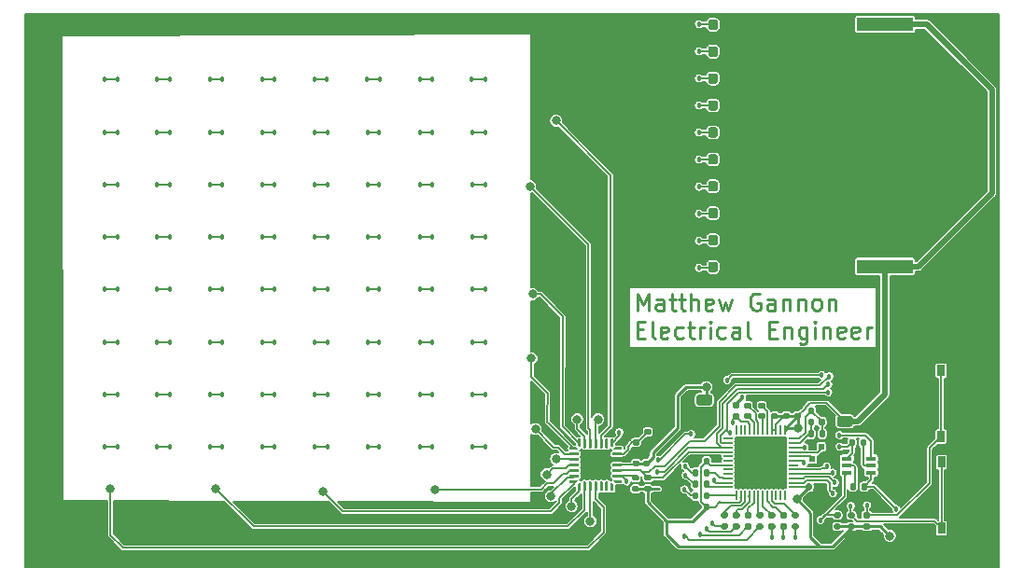
<source format=gtl>
G04 #@! TF.GenerationSoftware,KiCad,Pcbnew,(5.1.8)-1*
G04 #@! TF.CreationDate,2020-12-31T16:53:10-05:00*
G04 #@! TF.ProjectId,trackpad_test,74726163-6b70-4616-945f-746573742e6b,rev?*
G04 #@! TF.SameCoordinates,Original*
G04 #@! TF.FileFunction,Copper,L1,Top*
G04 #@! TF.FilePolarity,Positive*
%FSLAX46Y46*%
G04 Gerber Fmt 4.6, Leading zero omitted, Abs format (unit mm)*
G04 Created by KiCad (PCBNEW (5.1.8)-1) date 2020-12-31 16:53:10*
%MOMM*%
%LPD*%
G01*
G04 APERTURE LIST*
G04 #@! TA.AperFunction,NonConductor*
%ADD10C,0.254000*%
G04 #@! TD*
G04 #@! TA.AperFunction,SMDPad,CuDef*
%ADD11R,0.950000X0.400000*%
G04 #@! TD*
G04 #@! TA.AperFunction,SMDPad,CuDef*
%ADD12R,0.500000X0.600000*%
G04 #@! TD*
G04 #@! TA.AperFunction,SMDPad,CuDef*
%ADD13R,5.080000X1.270000*%
G04 #@! TD*
G04 #@! TA.AperFunction,SMDPad,CuDef*
%ADD14C,17.800000*%
G04 #@! TD*
G04 #@! TA.AperFunction,ComponentPad*
%ADD15C,0.508000*%
G04 #@! TD*
G04 #@! TA.AperFunction,SMDPad,CuDef*
%ADD16R,4.349999X4.349999*%
G04 #@! TD*
G04 #@! TA.AperFunction,SMDPad,CuDef*
%ADD17R,0.850000X0.200000*%
G04 #@! TD*
G04 #@! TA.AperFunction,SMDPad,CuDef*
%ADD18R,0.200000X0.850000*%
G04 #@! TD*
G04 #@! TA.AperFunction,SMDPad,CuDef*
%ADD19R,0.700000X1.000000*%
G04 #@! TD*
G04 #@! TA.AperFunction,SMDPad,CuDef*
%ADD20C,0.100000*%
G04 #@! TD*
G04 #@! TA.AperFunction,ViaPad*
%ADD21C,0.800000*%
G04 #@! TD*
G04 #@! TA.AperFunction,ViaPad*
%ADD22C,0.457200*%
G04 #@! TD*
G04 #@! TA.AperFunction,ViaPad*
%ADD23C,5.000000*%
G04 #@! TD*
G04 #@! TA.AperFunction,Conductor*
%ADD24C,0.152400*%
G04 #@! TD*
G04 #@! TA.AperFunction,Conductor*
%ADD25C,0.250000*%
G04 #@! TD*
G04 #@! TA.AperFunction,Conductor*
%ADD26C,0.508000*%
G04 #@! TD*
G04 #@! TA.AperFunction,Conductor*
%ADD27C,0.100000*%
G04 #@! TD*
G04 APERTURE END LIST*
D10*
X114294557Y-116361028D02*
X114294557Y-114837028D01*
X114802557Y-115925600D01*
X115310557Y-114837028D01*
X115310557Y-116361028D01*
X116689414Y-116361028D02*
X116689414Y-115562742D01*
X116616842Y-115417600D01*
X116471700Y-115345028D01*
X116181414Y-115345028D01*
X116036271Y-115417600D01*
X116689414Y-116288457D02*
X116544271Y-116361028D01*
X116181414Y-116361028D01*
X116036271Y-116288457D01*
X115963700Y-116143314D01*
X115963700Y-115998171D01*
X116036271Y-115853028D01*
X116181414Y-115780457D01*
X116544271Y-115780457D01*
X116689414Y-115707885D01*
X117197414Y-115345028D02*
X117777985Y-115345028D01*
X117415128Y-114837028D02*
X117415128Y-116143314D01*
X117487700Y-116288457D01*
X117632842Y-116361028D01*
X117777985Y-116361028D01*
X118068271Y-115345028D02*
X118648842Y-115345028D01*
X118285985Y-114837028D02*
X118285985Y-116143314D01*
X118358557Y-116288457D01*
X118503700Y-116361028D01*
X118648842Y-116361028D01*
X119156842Y-116361028D02*
X119156842Y-114837028D01*
X119809985Y-116361028D02*
X119809985Y-115562742D01*
X119737414Y-115417600D01*
X119592271Y-115345028D01*
X119374557Y-115345028D01*
X119229414Y-115417600D01*
X119156842Y-115490171D01*
X121116271Y-116288457D02*
X120971128Y-116361028D01*
X120680842Y-116361028D01*
X120535700Y-116288457D01*
X120463128Y-116143314D01*
X120463128Y-115562742D01*
X120535700Y-115417600D01*
X120680842Y-115345028D01*
X120971128Y-115345028D01*
X121116271Y-115417600D01*
X121188842Y-115562742D01*
X121188842Y-115707885D01*
X120463128Y-115853028D01*
X121696842Y-115345028D02*
X121987128Y-116361028D01*
X122277414Y-115635314D01*
X122567700Y-116361028D01*
X122857985Y-115345028D01*
X125397985Y-114909600D02*
X125252842Y-114837028D01*
X125035128Y-114837028D01*
X124817414Y-114909600D01*
X124672271Y-115054742D01*
X124599700Y-115199885D01*
X124527128Y-115490171D01*
X124527128Y-115707885D01*
X124599700Y-115998171D01*
X124672271Y-116143314D01*
X124817414Y-116288457D01*
X125035128Y-116361028D01*
X125180271Y-116361028D01*
X125397985Y-116288457D01*
X125470557Y-116215885D01*
X125470557Y-115707885D01*
X125180271Y-115707885D01*
X126776842Y-116361028D02*
X126776842Y-115562742D01*
X126704271Y-115417600D01*
X126559128Y-115345028D01*
X126268842Y-115345028D01*
X126123700Y-115417600D01*
X126776842Y-116288457D02*
X126631700Y-116361028D01*
X126268842Y-116361028D01*
X126123700Y-116288457D01*
X126051128Y-116143314D01*
X126051128Y-115998171D01*
X126123700Y-115853028D01*
X126268842Y-115780457D01*
X126631700Y-115780457D01*
X126776842Y-115707885D01*
X127502557Y-115345028D02*
X127502557Y-116361028D01*
X127502557Y-115490171D02*
X127575128Y-115417600D01*
X127720271Y-115345028D01*
X127937985Y-115345028D01*
X128083128Y-115417600D01*
X128155700Y-115562742D01*
X128155700Y-116361028D01*
X128881414Y-115345028D02*
X128881414Y-116361028D01*
X128881414Y-115490171D02*
X128953985Y-115417600D01*
X129099128Y-115345028D01*
X129316842Y-115345028D01*
X129461985Y-115417600D01*
X129534557Y-115562742D01*
X129534557Y-116361028D01*
X130477985Y-116361028D02*
X130332842Y-116288457D01*
X130260271Y-116215885D01*
X130187700Y-116070742D01*
X130187700Y-115635314D01*
X130260271Y-115490171D01*
X130332842Y-115417600D01*
X130477985Y-115345028D01*
X130695700Y-115345028D01*
X130840842Y-115417600D01*
X130913414Y-115490171D01*
X130985985Y-115635314D01*
X130985985Y-116070742D01*
X130913414Y-116215885D01*
X130840842Y-116288457D01*
X130695700Y-116361028D01*
X130477985Y-116361028D01*
X131639128Y-115345028D02*
X131639128Y-116361028D01*
X131639128Y-115490171D02*
X131711700Y-115417600D01*
X131856842Y-115345028D01*
X132074557Y-115345028D01*
X132219700Y-115417600D01*
X132292271Y-115562742D01*
X132292271Y-116361028D01*
X114294557Y-118102742D02*
X114802557Y-118102742D01*
X115020271Y-118901028D02*
X114294557Y-118901028D01*
X114294557Y-117377028D01*
X115020271Y-117377028D01*
X115891128Y-118901028D02*
X115745985Y-118828457D01*
X115673414Y-118683314D01*
X115673414Y-117377028D01*
X117052271Y-118828457D02*
X116907128Y-118901028D01*
X116616842Y-118901028D01*
X116471700Y-118828457D01*
X116399128Y-118683314D01*
X116399128Y-118102742D01*
X116471700Y-117957600D01*
X116616842Y-117885028D01*
X116907128Y-117885028D01*
X117052271Y-117957600D01*
X117124842Y-118102742D01*
X117124842Y-118247885D01*
X116399128Y-118393028D01*
X118431128Y-118828457D02*
X118285985Y-118901028D01*
X117995700Y-118901028D01*
X117850557Y-118828457D01*
X117777985Y-118755885D01*
X117705414Y-118610742D01*
X117705414Y-118175314D01*
X117777985Y-118030171D01*
X117850557Y-117957600D01*
X117995700Y-117885028D01*
X118285985Y-117885028D01*
X118431128Y-117957600D01*
X118866557Y-117885028D02*
X119447128Y-117885028D01*
X119084271Y-117377028D02*
X119084271Y-118683314D01*
X119156842Y-118828457D01*
X119301985Y-118901028D01*
X119447128Y-118901028D01*
X119955128Y-118901028D02*
X119955128Y-117885028D01*
X119955128Y-118175314D02*
X120027700Y-118030171D01*
X120100271Y-117957600D01*
X120245414Y-117885028D01*
X120390557Y-117885028D01*
X120898557Y-118901028D02*
X120898557Y-117885028D01*
X120898557Y-117377028D02*
X120825985Y-117449600D01*
X120898557Y-117522171D01*
X120971128Y-117449600D01*
X120898557Y-117377028D01*
X120898557Y-117522171D01*
X122277414Y-118828457D02*
X122132271Y-118901028D01*
X121841985Y-118901028D01*
X121696842Y-118828457D01*
X121624271Y-118755885D01*
X121551700Y-118610742D01*
X121551700Y-118175314D01*
X121624271Y-118030171D01*
X121696842Y-117957600D01*
X121841985Y-117885028D01*
X122132271Y-117885028D01*
X122277414Y-117957600D01*
X123583700Y-118901028D02*
X123583700Y-118102742D01*
X123511128Y-117957600D01*
X123365985Y-117885028D01*
X123075700Y-117885028D01*
X122930557Y-117957600D01*
X123583700Y-118828457D02*
X123438557Y-118901028D01*
X123075700Y-118901028D01*
X122930557Y-118828457D01*
X122857985Y-118683314D01*
X122857985Y-118538171D01*
X122930557Y-118393028D01*
X123075700Y-118320457D01*
X123438557Y-118320457D01*
X123583700Y-118247885D01*
X124527128Y-118901028D02*
X124381985Y-118828457D01*
X124309414Y-118683314D01*
X124309414Y-117377028D01*
X126268842Y-118102742D02*
X126776842Y-118102742D01*
X126994557Y-118901028D02*
X126268842Y-118901028D01*
X126268842Y-117377028D01*
X126994557Y-117377028D01*
X127647700Y-117885028D02*
X127647700Y-118901028D01*
X127647700Y-118030171D02*
X127720271Y-117957600D01*
X127865414Y-117885028D01*
X128083128Y-117885028D01*
X128228271Y-117957600D01*
X128300842Y-118102742D01*
X128300842Y-118901028D01*
X129679700Y-117885028D02*
X129679700Y-119118742D01*
X129607128Y-119263885D01*
X129534557Y-119336457D01*
X129389414Y-119409028D01*
X129171700Y-119409028D01*
X129026557Y-119336457D01*
X129679700Y-118828457D02*
X129534557Y-118901028D01*
X129244271Y-118901028D01*
X129099128Y-118828457D01*
X129026557Y-118755885D01*
X128953985Y-118610742D01*
X128953985Y-118175314D01*
X129026557Y-118030171D01*
X129099128Y-117957600D01*
X129244271Y-117885028D01*
X129534557Y-117885028D01*
X129679700Y-117957600D01*
X130405414Y-118901028D02*
X130405414Y-117885028D01*
X130405414Y-117377028D02*
X130332842Y-117449600D01*
X130405414Y-117522171D01*
X130477985Y-117449600D01*
X130405414Y-117377028D01*
X130405414Y-117522171D01*
X131131128Y-117885028D02*
X131131128Y-118901028D01*
X131131128Y-118030171D02*
X131203700Y-117957600D01*
X131348842Y-117885028D01*
X131566557Y-117885028D01*
X131711700Y-117957600D01*
X131784271Y-118102742D01*
X131784271Y-118901028D01*
X133090557Y-118828457D02*
X132945414Y-118901028D01*
X132655128Y-118901028D01*
X132509985Y-118828457D01*
X132437414Y-118683314D01*
X132437414Y-118102742D01*
X132509985Y-117957600D01*
X132655128Y-117885028D01*
X132945414Y-117885028D01*
X133090557Y-117957600D01*
X133163128Y-118102742D01*
X133163128Y-118247885D01*
X132437414Y-118393028D01*
X134396842Y-118828457D02*
X134251700Y-118901028D01*
X133961414Y-118901028D01*
X133816271Y-118828457D01*
X133743700Y-118683314D01*
X133743700Y-118102742D01*
X133816271Y-117957600D01*
X133961414Y-117885028D01*
X134251700Y-117885028D01*
X134396842Y-117957600D01*
X134469414Y-118102742D01*
X134469414Y-118247885D01*
X133743700Y-118393028D01*
X135122557Y-118901028D02*
X135122557Y-117885028D01*
X135122557Y-118175314D02*
X135195128Y-118030171D01*
X135267700Y-117957600D01*
X135412842Y-117885028D01*
X135557985Y-117885028D01*
D11*
X133299200Y-131119400D03*
X133299200Y-130469400D03*
X133299200Y-129819400D03*
X135499200Y-129819400D03*
X135499200Y-130469400D03*
X135499200Y-131119400D03*
G04 #@! TA.AperFunction,SMDPad,CuDef*
G36*
G01*
X132620600Y-135243600D02*
X132250600Y-135243600D01*
G75*
G02*
X132115600Y-135108600I0J135000D01*
G01*
X132115600Y-134838600D01*
G75*
G02*
X132250600Y-134703600I135000J0D01*
G01*
X132620600Y-134703600D01*
G75*
G02*
X132755600Y-134838600I0J-135000D01*
G01*
X132755600Y-135108600D01*
G75*
G02*
X132620600Y-135243600I-135000J0D01*
G01*
G37*
G04 #@! TD.AperFunction*
G04 #@! TA.AperFunction,SMDPad,CuDef*
G36*
G01*
X132620600Y-136263600D02*
X132250600Y-136263600D01*
G75*
G02*
X132115600Y-136128600I0J135000D01*
G01*
X132115600Y-135858600D01*
G75*
G02*
X132250600Y-135723600I135000J0D01*
G01*
X132620600Y-135723600D01*
G75*
G02*
X132755600Y-135858600I0J-135000D01*
G01*
X132755600Y-136128600D01*
G75*
G02*
X132620600Y-136263600I-135000J0D01*
G01*
G37*
G04 #@! TD.AperFunction*
D12*
X130181400Y-129861400D03*
X130181400Y-128761400D03*
X130981400Y-128761400D03*
X130981400Y-129861400D03*
D13*
X136753600Y-112381800D03*
X136753600Y-90411800D03*
D14*
X136753600Y-101396800D03*
D15*
X125476000Y-128975800D03*
X125476000Y-131475800D03*
X123726000Y-130225800D03*
X124601000Y-130225800D03*
X125476000Y-130225800D03*
X126351000Y-130225800D03*
X127226000Y-130225800D03*
D16*
X125476000Y-130225800D03*
D17*
X128426000Y-128025800D03*
X128426000Y-128425800D03*
X128426000Y-128825800D03*
X128426000Y-129225800D03*
X128426000Y-129625800D03*
X128426000Y-130025800D03*
X128426000Y-130425800D03*
X128426000Y-130825800D03*
X128426000Y-131225800D03*
X128426000Y-131625800D03*
X128426000Y-132025800D03*
X128426000Y-132425800D03*
D18*
X127676000Y-133175800D03*
X127276000Y-133175800D03*
X126876000Y-133175800D03*
X126476000Y-133175800D03*
X126076000Y-133175800D03*
X125676000Y-133175800D03*
X125276000Y-133175800D03*
X124876000Y-133175800D03*
X124476000Y-133175800D03*
X124076000Y-133175800D03*
X123676000Y-133175800D03*
X123276000Y-133175800D03*
D17*
X122526000Y-132425800D03*
X122526000Y-132025800D03*
X122526000Y-131625800D03*
X122526000Y-131225800D03*
X122526000Y-130825800D03*
X122526000Y-130425800D03*
X122526000Y-130025800D03*
X122526000Y-129625800D03*
X122526000Y-129225800D03*
X122526000Y-128825800D03*
X122526000Y-128425800D03*
X122526000Y-128025800D03*
D18*
X123276000Y-127275800D03*
X123676000Y-127275800D03*
X124076000Y-127275800D03*
X124476000Y-127275800D03*
X124876000Y-127275800D03*
X125276000Y-127275800D03*
X125676000Y-127275800D03*
X126076000Y-127275800D03*
X126476000Y-127275800D03*
X126876000Y-127275800D03*
X127276000Y-127275800D03*
X127676000Y-127275800D03*
G04 #@! TA.AperFunction,SMDPad,CuDef*
G36*
G01*
X125227499Y-135725600D02*
X125597499Y-135725600D01*
G75*
G02*
X125732499Y-135860600I0J-135000D01*
G01*
X125732499Y-136130600D01*
G75*
G02*
X125597499Y-136265600I-135000J0D01*
G01*
X125227499Y-136265600D01*
G75*
G02*
X125092499Y-136130600I0J135000D01*
G01*
X125092499Y-135860600D01*
G75*
G02*
X125227499Y-135725600I135000J0D01*
G01*
G37*
G04 #@! TD.AperFunction*
G04 #@! TA.AperFunction,SMDPad,CuDef*
G36*
G01*
X125227499Y-134705600D02*
X125597499Y-134705600D01*
G75*
G02*
X125732499Y-134840600I0J-135000D01*
G01*
X125732499Y-135110600D01*
G75*
G02*
X125597499Y-135245600I-135000J0D01*
G01*
X125227499Y-135245600D01*
G75*
G02*
X125092499Y-135110600I0J135000D01*
G01*
X125092499Y-134840600D01*
G75*
G02*
X125227499Y-134705600I135000J0D01*
G01*
G37*
G04 #@! TD.AperFunction*
G04 #@! TA.AperFunction,SMDPad,CuDef*
G36*
G01*
X123085433Y-135725600D02*
X123455433Y-135725600D01*
G75*
G02*
X123590433Y-135860600I0J-135000D01*
G01*
X123590433Y-136130600D01*
G75*
G02*
X123455433Y-136265600I-135000J0D01*
G01*
X123085433Y-136265600D01*
G75*
G02*
X122950433Y-136130600I0J135000D01*
G01*
X122950433Y-135860600D01*
G75*
G02*
X123085433Y-135725600I135000J0D01*
G01*
G37*
G04 #@! TD.AperFunction*
G04 #@! TA.AperFunction,SMDPad,CuDef*
G36*
G01*
X123085433Y-134705600D02*
X123455433Y-134705600D01*
G75*
G02*
X123590433Y-134840600I0J-135000D01*
G01*
X123590433Y-135110600D01*
G75*
G02*
X123455433Y-135245600I-135000J0D01*
G01*
X123085433Y-135245600D01*
G75*
G02*
X122950433Y-135110600I0J135000D01*
G01*
X122950433Y-134840600D01*
G75*
G02*
X123085433Y-134705600I135000J0D01*
G01*
G37*
G04 #@! TD.AperFunction*
G04 #@! TA.AperFunction,SMDPad,CuDef*
G36*
G01*
X126298532Y-135725600D02*
X126668532Y-135725600D01*
G75*
G02*
X126803532Y-135860600I0J-135000D01*
G01*
X126803532Y-136130600D01*
G75*
G02*
X126668532Y-136265600I-135000J0D01*
G01*
X126298532Y-136265600D01*
G75*
G02*
X126163532Y-136130600I0J135000D01*
G01*
X126163532Y-135860600D01*
G75*
G02*
X126298532Y-135725600I135000J0D01*
G01*
G37*
G04 #@! TD.AperFunction*
G04 #@! TA.AperFunction,SMDPad,CuDef*
G36*
G01*
X126298532Y-134705600D02*
X126668532Y-134705600D01*
G75*
G02*
X126803532Y-134840600I0J-135000D01*
G01*
X126803532Y-135110600D01*
G75*
G02*
X126668532Y-135245600I-135000J0D01*
G01*
X126298532Y-135245600D01*
G75*
G02*
X126163532Y-135110600I0J135000D01*
G01*
X126163532Y-134840600D01*
G75*
G02*
X126298532Y-134705600I135000J0D01*
G01*
G37*
G04 #@! TD.AperFunction*
G04 #@! TA.AperFunction,SMDPad,CuDef*
G36*
G01*
X124156466Y-135725600D02*
X124526466Y-135725600D01*
G75*
G02*
X124661466Y-135860600I0J-135000D01*
G01*
X124661466Y-136130600D01*
G75*
G02*
X124526466Y-136265600I-135000J0D01*
G01*
X124156466Y-136265600D01*
G75*
G02*
X124021466Y-136130600I0J135000D01*
G01*
X124021466Y-135860600D01*
G75*
G02*
X124156466Y-135725600I135000J0D01*
G01*
G37*
G04 #@! TD.AperFunction*
G04 #@! TA.AperFunction,SMDPad,CuDef*
G36*
G01*
X124156466Y-134705600D02*
X124526466Y-134705600D01*
G75*
G02*
X124661466Y-134840600I0J-135000D01*
G01*
X124661466Y-135110600D01*
G75*
G02*
X124526466Y-135245600I-135000J0D01*
G01*
X124156466Y-135245600D01*
G75*
G02*
X124021466Y-135110600I0J135000D01*
G01*
X124021466Y-134840600D01*
G75*
G02*
X124156466Y-134705600I135000J0D01*
G01*
G37*
G04 #@! TD.AperFunction*
G04 #@! TA.AperFunction,SMDPad,CuDef*
G36*
G01*
X127369565Y-135725600D02*
X127739565Y-135725600D01*
G75*
G02*
X127874565Y-135860600I0J-135000D01*
G01*
X127874565Y-136130600D01*
G75*
G02*
X127739565Y-136265600I-135000J0D01*
G01*
X127369565Y-136265600D01*
G75*
G02*
X127234565Y-136130600I0J135000D01*
G01*
X127234565Y-135860600D01*
G75*
G02*
X127369565Y-135725600I135000J0D01*
G01*
G37*
G04 #@! TD.AperFunction*
G04 #@! TA.AperFunction,SMDPad,CuDef*
G36*
G01*
X127369565Y-134705600D02*
X127739565Y-134705600D01*
G75*
G02*
X127874565Y-134840600I0J-135000D01*
G01*
X127874565Y-135110600D01*
G75*
G02*
X127739565Y-135245600I-135000J0D01*
G01*
X127369565Y-135245600D01*
G75*
G02*
X127234565Y-135110600I0J135000D01*
G01*
X127234565Y-134840600D01*
G75*
G02*
X127369565Y-134705600I135000J0D01*
G01*
G37*
G04 #@! TD.AperFunction*
G04 #@! TA.AperFunction,SMDPad,CuDef*
G36*
G01*
X122014400Y-135725600D02*
X122384400Y-135725600D01*
G75*
G02*
X122519400Y-135860600I0J-135000D01*
G01*
X122519400Y-136130600D01*
G75*
G02*
X122384400Y-136265600I-135000J0D01*
G01*
X122014400Y-136265600D01*
G75*
G02*
X121879400Y-136130600I0J135000D01*
G01*
X121879400Y-135860600D01*
G75*
G02*
X122014400Y-135725600I135000J0D01*
G01*
G37*
G04 #@! TD.AperFunction*
G04 #@! TA.AperFunction,SMDPad,CuDef*
G36*
G01*
X122014400Y-134705600D02*
X122384400Y-134705600D01*
G75*
G02*
X122519400Y-134840600I0J-135000D01*
G01*
X122519400Y-135110600D01*
G75*
G02*
X122384400Y-135245600I-135000J0D01*
G01*
X122014400Y-135245600D01*
G75*
G02*
X121879400Y-135110600I0J135000D01*
G01*
X121879400Y-134840600D01*
G75*
G02*
X122014400Y-134705600I135000J0D01*
G01*
G37*
G04 #@! TD.AperFunction*
G04 #@! TA.AperFunction,SMDPad,CuDef*
G36*
G01*
X128440600Y-135725600D02*
X128810600Y-135725600D01*
G75*
G02*
X128945600Y-135860600I0J-135000D01*
G01*
X128945600Y-136130600D01*
G75*
G02*
X128810600Y-136265600I-135000J0D01*
G01*
X128440600Y-136265600D01*
G75*
G02*
X128305600Y-136130600I0J135000D01*
G01*
X128305600Y-135860600D01*
G75*
G02*
X128440600Y-135725600I135000J0D01*
G01*
G37*
G04 #@! TD.AperFunction*
G04 #@! TA.AperFunction,SMDPad,CuDef*
G36*
G01*
X128440600Y-134705600D02*
X128810600Y-134705600D01*
G75*
G02*
X128945600Y-134840600I0J-135000D01*
G01*
X128945600Y-135110600D01*
G75*
G02*
X128810600Y-135245600I-135000J0D01*
G01*
X128440600Y-135245600D01*
G75*
G02*
X128305600Y-135110600I0J135000D01*
G01*
X128305600Y-134840600D01*
G75*
G02*
X128440600Y-134705600I135000J0D01*
G01*
G37*
G04 #@! TD.AperFunction*
G04 #@! TA.AperFunction,SMDPad,CuDef*
G36*
G01*
X119833800Y-130924800D02*
X119833800Y-131294800D01*
G75*
G02*
X119698800Y-131429800I-135000J0D01*
G01*
X119428800Y-131429800D01*
G75*
G02*
X119293800Y-131294800I0J135000D01*
G01*
X119293800Y-130924800D01*
G75*
G02*
X119428800Y-130789800I135000J0D01*
G01*
X119698800Y-130789800D01*
G75*
G02*
X119833800Y-130924800I0J-135000D01*
G01*
G37*
G04 #@! TD.AperFunction*
G04 #@! TA.AperFunction,SMDPad,CuDef*
G36*
G01*
X120853800Y-130924800D02*
X120853800Y-131294800D01*
G75*
G02*
X120718800Y-131429800I-135000J0D01*
G01*
X120448800Y-131429800D01*
G75*
G02*
X120313800Y-131294800I0J135000D01*
G01*
X120313800Y-130924800D01*
G75*
G02*
X120448800Y-130789800I135000J0D01*
G01*
X120718800Y-130789800D01*
G75*
G02*
X120853800Y-130924800I0J-135000D01*
G01*
G37*
G04 #@! TD.AperFunction*
G04 #@! TA.AperFunction,SMDPad,CuDef*
G36*
G01*
X119833800Y-131971200D02*
X119833800Y-132341200D01*
G75*
G02*
X119698800Y-132476200I-135000J0D01*
G01*
X119428800Y-132476200D01*
G75*
G02*
X119293800Y-132341200I0J135000D01*
G01*
X119293800Y-131971200D01*
G75*
G02*
X119428800Y-131836200I135000J0D01*
G01*
X119698800Y-131836200D01*
G75*
G02*
X119833800Y-131971200I0J-135000D01*
G01*
G37*
G04 #@! TD.AperFunction*
G04 #@! TA.AperFunction,SMDPad,CuDef*
G36*
G01*
X120853800Y-131971200D02*
X120853800Y-132341200D01*
G75*
G02*
X120718800Y-132476200I-135000J0D01*
G01*
X120448800Y-132476200D01*
G75*
G02*
X120313800Y-132341200I0J135000D01*
G01*
X120313800Y-131971200D01*
G75*
G02*
X120448800Y-131836200I135000J0D01*
G01*
X120718800Y-131836200D01*
G75*
G02*
X120853800Y-131971200I0J-135000D01*
G01*
G37*
G04 #@! TD.AperFunction*
G04 #@! TA.AperFunction,SMDPad,CuDef*
G36*
G01*
X119833800Y-133017600D02*
X119833800Y-133387600D01*
G75*
G02*
X119698800Y-133522600I-135000J0D01*
G01*
X119428800Y-133522600D01*
G75*
G02*
X119293800Y-133387600I0J135000D01*
G01*
X119293800Y-133017600D01*
G75*
G02*
X119428800Y-132882600I135000J0D01*
G01*
X119698800Y-132882600D01*
G75*
G02*
X119833800Y-133017600I0J-135000D01*
G01*
G37*
G04 #@! TD.AperFunction*
G04 #@! TA.AperFunction,SMDPad,CuDef*
G36*
G01*
X120853800Y-133017600D02*
X120853800Y-133387600D01*
G75*
G02*
X120718800Y-133522600I-135000J0D01*
G01*
X120448800Y-133522600D01*
G75*
G02*
X120313800Y-133387600I0J135000D01*
G01*
X120313800Y-133017600D01*
G75*
G02*
X120448800Y-132882600I135000J0D01*
G01*
X120718800Y-132882600D01*
G75*
G02*
X120853800Y-133017600I0J-135000D01*
G01*
G37*
G04 #@! TD.AperFunction*
D19*
X141840999Y-121835001D03*
X145540999Y-127835001D03*
X145540999Y-121835001D03*
X141840999Y-127835001D03*
G04 #@! TA.AperFunction,SMDPad,CuDef*
G36*
G01*
X134917600Y-135725600D02*
X135287600Y-135725600D01*
G75*
G02*
X135422600Y-135860600I0J-135000D01*
G01*
X135422600Y-136130600D01*
G75*
G02*
X135287600Y-136265600I-135000J0D01*
G01*
X134917600Y-136265600D01*
G75*
G02*
X134782600Y-136130600I0J135000D01*
G01*
X134782600Y-135860600D01*
G75*
G02*
X134917600Y-135725600I135000J0D01*
G01*
G37*
G04 #@! TD.AperFunction*
G04 #@! TA.AperFunction,SMDPad,CuDef*
G36*
G01*
X134917600Y-134705600D02*
X135287600Y-134705600D01*
G75*
G02*
X135422600Y-134840600I0J-135000D01*
G01*
X135422600Y-135110600D01*
G75*
G02*
X135287600Y-135245600I-135000J0D01*
G01*
X134917600Y-135245600D01*
G75*
G02*
X134782600Y-135110600I0J135000D01*
G01*
X134782600Y-134840600D01*
G75*
G02*
X134917600Y-134705600I135000J0D01*
G01*
G37*
G04 #@! TD.AperFunction*
G04 #@! TA.AperFunction,SMDPad,CuDef*
G36*
G01*
X133520600Y-135725600D02*
X133890600Y-135725600D01*
G75*
G02*
X134025600Y-135860600I0J-135000D01*
G01*
X134025600Y-136130600D01*
G75*
G02*
X133890600Y-136265600I-135000J0D01*
G01*
X133520600Y-136265600D01*
G75*
G02*
X133385600Y-136130600I0J135000D01*
G01*
X133385600Y-135860600D01*
G75*
G02*
X133520600Y-135725600I135000J0D01*
G01*
G37*
G04 #@! TD.AperFunction*
G04 #@! TA.AperFunction,SMDPad,CuDef*
G36*
G01*
X133520600Y-134705600D02*
X133890600Y-134705600D01*
G75*
G02*
X134025600Y-134840600I0J-135000D01*
G01*
X134025600Y-135110600D01*
G75*
G02*
X133890600Y-135245600I-135000J0D01*
G01*
X133520600Y-135245600D01*
G75*
G02*
X133385600Y-135110600I0J135000D01*
G01*
X133385600Y-134840600D01*
G75*
G02*
X133520600Y-134705600I135000J0D01*
G01*
G37*
G04 #@! TD.AperFunction*
G04 #@! TA.AperFunction,SMDPad,CuDef*
G36*
G01*
X134126000Y-132199800D02*
X134126000Y-132569800D01*
G75*
G02*
X133991000Y-132704800I-135000J0D01*
G01*
X133721000Y-132704800D01*
G75*
G02*
X133586000Y-132569800I0J135000D01*
G01*
X133586000Y-132199800D01*
G75*
G02*
X133721000Y-132064800I135000J0D01*
G01*
X133991000Y-132064800D01*
G75*
G02*
X134126000Y-132199800I0J-135000D01*
G01*
G37*
G04 #@! TD.AperFunction*
G04 #@! TA.AperFunction,SMDPad,CuDef*
G36*
G01*
X135146000Y-132199800D02*
X135146000Y-132569800D01*
G75*
G02*
X135011000Y-132704800I-135000J0D01*
G01*
X134741000Y-132704800D01*
G75*
G02*
X134606000Y-132569800I0J135000D01*
G01*
X134606000Y-132199800D01*
G75*
G02*
X134741000Y-132064800I135000J0D01*
G01*
X135011000Y-132064800D01*
G75*
G02*
X135146000Y-132199800I0J-135000D01*
G01*
G37*
G04 #@! TD.AperFunction*
G04 #@! TA.AperFunction,SMDPad,CuDef*
G36*
G01*
X134049800Y-128186601D02*
X134049800Y-128556601D01*
G75*
G02*
X133914800Y-128691601I-135000J0D01*
G01*
X133644800Y-128691601D01*
G75*
G02*
X133509800Y-128556601I0J135000D01*
G01*
X133509800Y-128186601D01*
G75*
G02*
X133644800Y-128051601I135000J0D01*
G01*
X133914800Y-128051601D01*
G75*
G02*
X134049800Y-128186601I0J-135000D01*
G01*
G37*
G04 #@! TD.AperFunction*
G04 #@! TA.AperFunction,SMDPad,CuDef*
G36*
G01*
X135069800Y-128186601D02*
X135069800Y-128556601D01*
G75*
G02*
X134934800Y-128691601I-135000J0D01*
G01*
X134664800Y-128691601D01*
G75*
G02*
X134529800Y-128556601I0J135000D01*
G01*
X134529800Y-128186601D01*
G75*
G02*
X134664800Y-128051601I135000J0D01*
G01*
X134934800Y-128051601D01*
G75*
G02*
X135069800Y-128186601I0J-135000D01*
G01*
G37*
G04 #@! TD.AperFunction*
G04 #@! TA.AperFunction,SMDPad,CuDef*
G36*
G01*
X133596400Y-125051400D02*
X132646400Y-125051400D01*
G75*
G02*
X132396400Y-124801400I0J250000D01*
G01*
X132396400Y-124301400D01*
G75*
G02*
X132646400Y-124051400I250000J0D01*
G01*
X133596400Y-124051400D01*
G75*
G02*
X133846400Y-124301400I0J-250000D01*
G01*
X133846400Y-124801400D01*
G75*
G02*
X133596400Y-125051400I-250000J0D01*
G01*
G37*
G04 #@! TD.AperFunction*
G04 #@! TA.AperFunction,SMDPad,CuDef*
G36*
G01*
X133596400Y-126951400D02*
X132646400Y-126951400D01*
G75*
G02*
X132396400Y-126701400I0J250000D01*
G01*
X132396400Y-126201400D01*
G75*
G02*
X132646400Y-125951400I250000J0D01*
G01*
X133596400Y-125951400D01*
G75*
G02*
X133846400Y-126201400I0J-250000D01*
G01*
X133846400Y-126701400D01*
G75*
G02*
X133596400Y-126951400I-250000J0D01*
G01*
G37*
G04 #@! TD.AperFunction*
G04 #@! TA.AperFunction,SMDPad,CuDef*
G36*
G01*
X119895600Y-125915800D02*
X120845600Y-125915800D01*
G75*
G02*
X121095600Y-126165800I0J-250000D01*
G01*
X121095600Y-126665800D01*
G75*
G02*
X120845600Y-126915800I-250000J0D01*
G01*
X119895600Y-126915800D01*
G75*
G02*
X119645600Y-126665800I0J250000D01*
G01*
X119645600Y-126165800D01*
G75*
G02*
X119895600Y-125915800I250000J0D01*
G01*
G37*
G04 #@! TD.AperFunction*
G04 #@! TA.AperFunction,SMDPad,CuDef*
G36*
G01*
X119895600Y-124015800D02*
X120845600Y-124015800D01*
G75*
G02*
X121095600Y-124265800I0J-250000D01*
G01*
X121095600Y-124765800D01*
G75*
G02*
X120845600Y-125015800I-250000J0D01*
G01*
X119895600Y-125015800D01*
G75*
G02*
X119645600Y-124765800I0J250000D01*
G01*
X119645600Y-124265800D01*
G75*
G02*
X119895600Y-124015800I250000J0D01*
G01*
G37*
G04 #@! TD.AperFunction*
X141884400Y-130144000D03*
X145584400Y-136144000D03*
X145584400Y-130144000D03*
X141884400Y-136144000D03*
G04 #@! TA.AperFunction,SMDPad,CuDef*
G36*
G01*
X130796000Y-127769200D02*
X130796000Y-127399200D01*
G75*
G02*
X130931000Y-127264200I135000J0D01*
G01*
X131201000Y-127264200D01*
G75*
G02*
X131336000Y-127399200I0J-135000D01*
G01*
X131336000Y-127769200D01*
G75*
G02*
X131201000Y-127904200I-135000J0D01*
G01*
X130931000Y-127904200D01*
G75*
G02*
X130796000Y-127769200I0J135000D01*
G01*
G37*
G04 #@! TD.AperFunction*
G04 #@! TA.AperFunction,SMDPad,CuDef*
G36*
G01*
X129776000Y-127769200D02*
X129776000Y-127399200D01*
G75*
G02*
X129911000Y-127264200I135000J0D01*
G01*
X130181000Y-127264200D01*
G75*
G02*
X130316000Y-127399200I0J-135000D01*
G01*
X130316000Y-127769200D01*
G75*
G02*
X130181000Y-127904200I-135000J0D01*
G01*
X129911000Y-127904200D01*
G75*
G02*
X129776000Y-127769200I0J135000D01*
G01*
G37*
G04 #@! TD.AperFunction*
G04 #@! TA.AperFunction,SMDPad,CuDef*
G36*
G01*
X123055800Y-125739400D02*
X123425800Y-125739400D01*
G75*
G02*
X123560800Y-125874400I0J-135000D01*
G01*
X123560800Y-126144400D01*
G75*
G02*
X123425800Y-126279400I-135000J0D01*
G01*
X123055800Y-126279400D01*
G75*
G02*
X122920800Y-126144400I0J135000D01*
G01*
X122920800Y-125874400D01*
G75*
G02*
X123055800Y-125739400I135000J0D01*
G01*
G37*
G04 #@! TD.AperFunction*
G04 #@! TA.AperFunction,SMDPad,CuDef*
G36*
G01*
X123055800Y-124719400D02*
X123425800Y-124719400D01*
G75*
G02*
X123560800Y-124854400I0J-135000D01*
G01*
X123560800Y-125124400D01*
G75*
G02*
X123425800Y-125259400I-135000J0D01*
G01*
X123055800Y-125259400D01*
G75*
G02*
X122920800Y-125124400I0J135000D01*
G01*
X122920800Y-124854400D01*
G75*
G02*
X123055800Y-124719400I135000J0D01*
G01*
G37*
G04 #@! TD.AperFunction*
G04 #@! TA.AperFunction,SMDPad,CuDef*
G36*
G01*
X119893800Y-134069000D02*
X119893800Y-134409000D01*
G75*
G02*
X119753800Y-134549000I-140000J0D01*
G01*
X119473800Y-134549000D01*
G75*
G02*
X119333800Y-134409000I0J140000D01*
G01*
X119333800Y-134069000D01*
G75*
G02*
X119473800Y-133929000I140000J0D01*
G01*
X119753800Y-133929000D01*
G75*
G02*
X119893800Y-134069000I0J-140000D01*
G01*
G37*
G04 #@! TD.AperFunction*
G04 #@! TA.AperFunction,SMDPad,CuDef*
G36*
G01*
X120853800Y-134069000D02*
X120853800Y-134409000D01*
G75*
G02*
X120713800Y-134549000I-140000J0D01*
G01*
X120433800Y-134549000D01*
G75*
G02*
X120293800Y-134409000I0J140000D01*
G01*
X120293800Y-134069000D01*
G75*
G02*
X120433800Y-133929000I140000J0D01*
G01*
X120713800Y-133929000D01*
G75*
G02*
X120853800Y-134069000I0J-140000D01*
G01*
G37*
G04 #@! TD.AperFunction*
G04 #@! TA.AperFunction,SMDPad,CuDef*
G36*
G01*
X130530000Y-132580200D02*
X130530000Y-132240200D01*
G75*
G02*
X130670000Y-132100200I140000J0D01*
G01*
X130950000Y-132100200D01*
G75*
G02*
X131090000Y-132240200I0J-140000D01*
G01*
X131090000Y-132580200D01*
G75*
G02*
X130950000Y-132720200I-140000J0D01*
G01*
X130670000Y-132720200D01*
G75*
G02*
X130530000Y-132580200I0J140000D01*
G01*
G37*
G04 #@! TD.AperFunction*
G04 #@! TA.AperFunction,SMDPad,CuDef*
G36*
G01*
X129570000Y-132580200D02*
X129570000Y-132240200D01*
G75*
G02*
X129710000Y-132100200I140000J0D01*
G01*
X129990000Y-132100200D01*
G75*
G02*
X130130000Y-132240200I0J-140000D01*
G01*
X130130000Y-132580200D01*
G75*
G02*
X129990000Y-132720200I-140000J0D01*
G01*
X129710000Y-132720200D01*
G75*
G02*
X129570000Y-132580200I0J140000D01*
G01*
G37*
G04 #@! TD.AperFunction*
G04 #@! TA.AperFunction,SMDPad,CuDef*
G36*
G01*
X119893800Y-129903400D02*
X119893800Y-130243400D01*
G75*
G02*
X119753800Y-130383400I-140000J0D01*
G01*
X119473800Y-130383400D01*
G75*
G02*
X119333800Y-130243400I0J140000D01*
G01*
X119333800Y-129903400D01*
G75*
G02*
X119473800Y-129763400I140000J0D01*
G01*
X119753800Y-129763400D01*
G75*
G02*
X119893800Y-129903400I0J-140000D01*
G01*
G37*
G04 #@! TD.AperFunction*
G04 #@! TA.AperFunction,SMDPad,CuDef*
G36*
G01*
X120853800Y-129903400D02*
X120853800Y-130243400D01*
G75*
G02*
X120713800Y-130383400I-140000J0D01*
G01*
X120433800Y-130383400D01*
G75*
G02*
X120293800Y-130243400I0J140000D01*
G01*
X120293800Y-129903400D01*
G75*
G02*
X120433800Y-129763400I140000J0D01*
G01*
X120713800Y-129763400D01*
G75*
G02*
X120853800Y-129903400I0J-140000D01*
G01*
G37*
G04 #@! TD.AperFunction*
G04 #@! TA.AperFunction,SMDPad,CuDef*
G36*
G01*
X130756000Y-126687400D02*
X130756000Y-126347400D01*
G75*
G02*
X130896000Y-126207400I140000J0D01*
G01*
X131176000Y-126207400D01*
G75*
G02*
X131316000Y-126347400I0J-140000D01*
G01*
X131316000Y-126687400D01*
G75*
G02*
X131176000Y-126827400I-140000J0D01*
G01*
X130896000Y-126827400D01*
G75*
G02*
X130756000Y-126687400I0J140000D01*
G01*
G37*
G04 #@! TD.AperFunction*
G04 #@! TA.AperFunction,SMDPad,CuDef*
G36*
G01*
X129796000Y-126687400D02*
X129796000Y-126347400D01*
G75*
G02*
X129936000Y-126207400I140000J0D01*
G01*
X130216000Y-126207400D01*
G75*
G02*
X130356000Y-126347400I0J-140000D01*
G01*
X130356000Y-126687400D01*
G75*
G02*
X130216000Y-126827400I-140000J0D01*
G01*
X129936000Y-126827400D01*
G75*
G02*
X129796000Y-126687400I0J140000D01*
G01*
G37*
G04 #@! TD.AperFunction*
G04 #@! TA.AperFunction,SMDPad,CuDef*
G36*
G01*
X130756000Y-125671400D02*
X130756000Y-125331400D01*
G75*
G02*
X130896000Y-125191400I140000J0D01*
G01*
X131176000Y-125191400D01*
G75*
G02*
X131316000Y-125331400I0J-140000D01*
G01*
X131316000Y-125671400D01*
G75*
G02*
X131176000Y-125811400I-140000J0D01*
G01*
X130896000Y-125811400D01*
G75*
G02*
X130756000Y-125671400I0J140000D01*
G01*
G37*
G04 #@! TD.AperFunction*
G04 #@! TA.AperFunction,SMDPad,CuDef*
G36*
G01*
X129796000Y-125671400D02*
X129796000Y-125331400D01*
G75*
G02*
X129936000Y-125191400I140000J0D01*
G01*
X130216000Y-125191400D01*
G75*
G02*
X130356000Y-125331400I0J-140000D01*
G01*
X130356000Y-125671400D01*
G75*
G02*
X130216000Y-125811400I-140000J0D01*
G01*
X129936000Y-125811400D01*
G75*
G02*
X129796000Y-125671400I0J140000D01*
G01*
G37*
G04 #@! TD.AperFunction*
G04 #@! TA.AperFunction,SMDPad,CuDef*
G36*
G01*
X124137600Y-125701400D02*
X124477600Y-125701400D01*
G75*
G02*
X124617600Y-125841400I0J-140000D01*
G01*
X124617600Y-126121400D01*
G75*
G02*
X124477600Y-126261400I-140000J0D01*
G01*
X124137600Y-126261400D01*
G75*
G02*
X123997600Y-126121400I0J140000D01*
G01*
X123997600Y-125841400D01*
G75*
G02*
X124137600Y-125701400I140000J0D01*
G01*
G37*
G04 #@! TD.AperFunction*
G04 #@! TA.AperFunction,SMDPad,CuDef*
G36*
G01*
X124137600Y-124741400D02*
X124477600Y-124741400D01*
G75*
G02*
X124617600Y-124881400I0J-140000D01*
G01*
X124617600Y-125161400D01*
G75*
G02*
X124477600Y-125301400I-140000J0D01*
G01*
X124137600Y-125301400D01*
G75*
G02*
X123997600Y-125161400I0J140000D01*
G01*
X123997600Y-124881400D01*
G75*
G02*
X124137600Y-124741400I140000J0D01*
G01*
G37*
G04 #@! TD.AperFunction*
G04 #@! TA.AperFunction,SMDPad,CuDef*
G36*
G01*
X125407600Y-125701400D02*
X125747600Y-125701400D01*
G75*
G02*
X125887600Y-125841400I0J-140000D01*
G01*
X125887600Y-126121400D01*
G75*
G02*
X125747600Y-126261400I-140000J0D01*
G01*
X125407600Y-126261400D01*
G75*
G02*
X125267600Y-126121400I0J140000D01*
G01*
X125267600Y-125841400D01*
G75*
G02*
X125407600Y-125701400I140000J0D01*
G01*
G37*
G04 #@! TD.AperFunction*
G04 #@! TA.AperFunction,SMDPad,CuDef*
G36*
G01*
X125407600Y-124741400D02*
X125747600Y-124741400D01*
G75*
G02*
X125887600Y-124881400I0J-140000D01*
G01*
X125887600Y-125161400D01*
G75*
G02*
X125747600Y-125301400I-140000J0D01*
G01*
X125407600Y-125301400D01*
G75*
G02*
X125267600Y-125161400I0J140000D01*
G01*
X125267600Y-124881400D01*
G75*
G02*
X125407600Y-124741400I140000J0D01*
G01*
G37*
G04 #@! TD.AperFunction*
G04 #@! TA.AperFunction,SMDPad,CuDef*
G36*
G01*
X127982800Y-125301400D02*
X127642800Y-125301400D01*
G75*
G02*
X127502800Y-125161400I0J140000D01*
G01*
X127502800Y-124881400D01*
G75*
G02*
X127642800Y-124741400I140000J0D01*
G01*
X127982800Y-124741400D01*
G75*
G02*
X128122800Y-124881400I0J-140000D01*
G01*
X128122800Y-125161400D01*
G75*
G02*
X127982800Y-125301400I-140000J0D01*
G01*
G37*
G04 #@! TD.AperFunction*
G04 #@! TA.AperFunction,SMDPad,CuDef*
G36*
G01*
X127982800Y-126261400D02*
X127642800Y-126261400D01*
G75*
G02*
X127502800Y-126121400I0J140000D01*
G01*
X127502800Y-125841400D01*
G75*
G02*
X127642800Y-125701400I140000J0D01*
G01*
X127982800Y-125701400D01*
G75*
G02*
X128122800Y-125841400I0J-140000D01*
G01*
X128122800Y-126121400D01*
G75*
G02*
X127982800Y-126261400I-140000J0D01*
G01*
G37*
G04 #@! TD.AperFunction*
G04 #@! TA.AperFunction,SMDPad,CuDef*
G36*
G01*
X126916000Y-125301400D02*
X126576000Y-125301400D01*
G75*
G02*
X126436000Y-125161400I0J140000D01*
G01*
X126436000Y-124881400D01*
G75*
G02*
X126576000Y-124741400I140000J0D01*
G01*
X126916000Y-124741400D01*
G75*
G02*
X127056000Y-124881400I0J-140000D01*
G01*
X127056000Y-125161400D01*
G75*
G02*
X126916000Y-125301400I-140000J0D01*
G01*
G37*
G04 #@! TD.AperFunction*
G04 #@! TA.AperFunction,SMDPad,CuDef*
G36*
G01*
X126916000Y-126261400D02*
X126576000Y-126261400D01*
G75*
G02*
X126436000Y-126121400I0J140000D01*
G01*
X126436000Y-125841400D01*
G75*
G02*
X126576000Y-125701400I140000J0D01*
G01*
X126916000Y-125701400D01*
G75*
G02*
X127056000Y-125841400I0J-140000D01*
G01*
X127056000Y-126121400D01*
G75*
G02*
X126916000Y-126261400I-140000J0D01*
G01*
G37*
G04 #@! TD.AperFunction*
G04 #@! TA.AperFunction,SMDPad,CuDef*
G36*
G01*
X128998800Y-125301400D02*
X128658800Y-125301400D01*
G75*
G02*
X128518800Y-125161400I0J140000D01*
G01*
X128518800Y-124881400D01*
G75*
G02*
X128658800Y-124741400I140000J0D01*
G01*
X128998800Y-124741400D01*
G75*
G02*
X129138800Y-124881400I0J-140000D01*
G01*
X129138800Y-125161400D01*
G75*
G02*
X128998800Y-125301400I-140000J0D01*
G01*
G37*
G04 #@! TD.AperFunction*
G04 #@! TA.AperFunction,SMDPad,CuDef*
G36*
G01*
X128998800Y-126261400D02*
X128658800Y-126261400D01*
G75*
G02*
X128518800Y-126121400I0J140000D01*
G01*
X128518800Y-125841400D01*
G75*
G02*
X128658800Y-125701400I140000J0D01*
G01*
X128998800Y-125701400D01*
G75*
G02*
X129138800Y-125841400I0J-140000D01*
G01*
X129138800Y-126121400D01*
G75*
G02*
X128998800Y-126261400I-140000J0D01*
G01*
G37*
G04 #@! TD.AperFunction*
G04 #@! TA.AperFunction,SMDPad,CuDef*
G36*
G01*
X115054800Y-132318000D02*
X115424800Y-132318000D01*
G75*
G02*
X115559800Y-132453000I0J-135000D01*
G01*
X115559800Y-132723000D01*
G75*
G02*
X115424800Y-132858000I-135000J0D01*
G01*
X115054800Y-132858000D01*
G75*
G02*
X114919800Y-132723000I0J135000D01*
G01*
X114919800Y-132453000D01*
G75*
G02*
X115054800Y-132318000I135000J0D01*
G01*
G37*
G04 #@! TD.AperFunction*
G04 #@! TA.AperFunction,SMDPad,CuDef*
G36*
G01*
X115054800Y-131298000D02*
X115424800Y-131298000D01*
G75*
G02*
X115559800Y-131433000I0J-135000D01*
G01*
X115559800Y-131703000D01*
G75*
G02*
X115424800Y-131838000I-135000J0D01*
G01*
X115054800Y-131838000D01*
G75*
G02*
X114919800Y-131703000I0J135000D01*
G01*
X114919800Y-131433000D01*
G75*
G02*
X115054800Y-131298000I135000J0D01*
G01*
G37*
G04 #@! TD.AperFunction*
G04 #@! TA.AperFunction,SMDPad,CuDef*
G36*
G01*
X113937200Y-132320000D02*
X114307200Y-132320000D01*
G75*
G02*
X114442200Y-132455000I0J-135000D01*
G01*
X114442200Y-132725000D01*
G75*
G02*
X114307200Y-132860000I-135000J0D01*
G01*
X113937200Y-132860000D01*
G75*
G02*
X113802200Y-132725000I0J135000D01*
G01*
X113802200Y-132455000D01*
G75*
G02*
X113937200Y-132320000I135000J0D01*
G01*
G37*
G04 #@! TD.AperFunction*
G04 #@! TA.AperFunction,SMDPad,CuDef*
G36*
G01*
X113937200Y-131300000D02*
X114307200Y-131300000D01*
G75*
G02*
X114442200Y-131435000I0J-135000D01*
G01*
X114442200Y-131705000D01*
G75*
G02*
X114307200Y-131840000I-135000J0D01*
G01*
X113937200Y-131840000D01*
G75*
G02*
X113802200Y-131705000I0J135000D01*
G01*
X113802200Y-131435000D01*
G75*
G02*
X113937200Y-131300000I135000J0D01*
G01*
G37*
G04 #@! TD.AperFunction*
G04 #@! TA.AperFunction,SMDPad,CuDef*
G36*
G01*
X121595501Y-90193150D02*
X121595501Y-90705650D01*
G75*
G02*
X121376751Y-90924400I-218750J0D01*
G01*
X120939251Y-90924400D01*
G75*
G02*
X120720501Y-90705650I0J218750D01*
G01*
X120720501Y-90193150D01*
G75*
G02*
X120939251Y-89974400I218750J0D01*
G01*
X121376751Y-89974400D01*
G75*
G02*
X121595501Y-90193150I0J-218750D01*
G01*
G37*
G04 #@! TD.AperFunction*
G04 #@! TA.AperFunction,SMDPad,CuDef*
G36*
G01*
X123170501Y-90193150D02*
X123170501Y-90705650D01*
G75*
G02*
X122951751Y-90924400I-218750J0D01*
G01*
X122514251Y-90924400D01*
G75*
G02*
X122295501Y-90705650I0J218750D01*
G01*
X122295501Y-90193150D01*
G75*
G02*
X122514251Y-89974400I218750J0D01*
G01*
X122951751Y-89974400D01*
G75*
G02*
X123170501Y-90193150I0J-218750D01*
G01*
G37*
G04 #@! TD.AperFunction*
G04 #@! TA.AperFunction,SMDPad,CuDef*
G36*
G01*
X121595501Y-112189550D02*
X121595501Y-112702050D01*
G75*
G02*
X121376751Y-112920800I-218750J0D01*
G01*
X120939251Y-112920800D01*
G75*
G02*
X120720501Y-112702050I0J218750D01*
G01*
X120720501Y-112189550D01*
G75*
G02*
X120939251Y-111970800I218750J0D01*
G01*
X121376751Y-111970800D01*
G75*
G02*
X121595501Y-112189550I0J-218750D01*
G01*
G37*
G04 #@! TD.AperFunction*
G04 #@! TA.AperFunction,SMDPad,CuDef*
G36*
G01*
X123170501Y-112189550D02*
X123170501Y-112702050D01*
G75*
G02*
X122951751Y-112920800I-218750J0D01*
G01*
X122514251Y-112920800D01*
G75*
G02*
X122295501Y-112702050I0J218750D01*
G01*
X122295501Y-112189550D01*
G75*
G02*
X122514251Y-111970800I218750J0D01*
G01*
X122951751Y-111970800D01*
G75*
G02*
X123170501Y-112189550I0J-218750D01*
G01*
G37*
G04 #@! TD.AperFunction*
G04 #@! TA.AperFunction,SMDPad,CuDef*
G36*
G01*
X121595501Y-109745502D02*
X121595501Y-110258002D01*
G75*
G02*
X121376751Y-110476752I-218750J0D01*
G01*
X120939251Y-110476752D01*
G75*
G02*
X120720501Y-110258002I0J218750D01*
G01*
X120720501Y-109745502D01*
G75*
G02*
X120939251Y-109526752I218750J0D01*
G01*
X121376751Y-109526752D01*
G75*
G02*
X121595501Y-109745502I0J-218750D01*
G01*
G37*
G04 #@! TD.AperFunction*
G04 #@! TA.AperFunction,SMDPad,CuDef*
G36*
G01*
X123170501Y-109745502D02*
X123170501Y-110258002D01*
G75*
G02*
X122951751Y-110476752I-218750J0D01*
G01*
X122514251Y-110476752D01*
G75*
G02*
X122295501Y-110258002I0J218750D01*
G01*
X122295501Y-109745502D01*
G75*
G02*
X122514251Y-109526752I218750J0D01*
G01*
X122951751Y-109526752D01*
G75*
G02*
X123170501Y-109745502I0J-218750D01*
G01*
G37*
G04 #@! TD.AperFunction*
G04 #@! TA.AperFunction,SMDPad,CuDef*
G36*
G01*
X121595501Y-107301458D02*
X121595501Y-107813958D01*
G75*
G02*
X121376751Y-108032708I-218750J0D01*
G01*
X120939251Y-108032708D01*
G75*
G02*
X120720501Y-107813958I0J218750D01*
G01*
X120720501Y-107301458D01*
G75*
G02*
X120939251Y-107082708I218750J0D01*
G01*
X121376751Y-107082708D01*
G75*
G02*
X121595501Y-107301458I0J-218750D01*
G01*
G37*
G04 #@! TD.AperFunction*
G04 #@! TA.AperFunction,SMDPad,CuDef*
G36*
G01*
X123170501Y-107301458D02*
X123170501Y-107813958D01*
G75*
G02*
X122951751Y-108032708I-218750J0D01*
G01*
X122514251Y-108032708D01*
G75*
G02*
X122295501Y-107813958I0J218750D01*
G01*
X122295501Y-107301458D01*
G75*
G02*
X122514251Y-107082708I218750J0D01*
G01*
X122951751Y-107082708D01*
G75*
G02*
X123170501Y-107301458I0J-218750D01*
G01*
G37*
G04 #@! TD.AperFunction*
G04 #@! TA.AperFunction,SMDPad,CuDef*
G36*
G01*
X121595501Y-104857414D02*
X121595501Y-105369914D01*
G75*
G02*
X121376751Y-105588664I-218750J0D01*
G01*
X120939251Y-105588664D01*
G75*
G02*
X120720501Y-105369914I0J218750D01*
G01*
X120720501Y-104857414D01*
G75*
G02*
X120939251Y-104638664I218750J0D01*
G01*
X121376751Y-104638664D01*
G75*
G02*
X121595501Y-104857414I0J-218750D01*
G01*
G37*
G04 #@! TD.AperFunction*
G04 #@! TA.AperFunction,SMDPad,CuDef*
G36*
G01*
X123170501Y-104857414D02*
X123170501Y-105369914D01*
G75*
G02*
X122951751Y-105588664I-218750J0D01*
G01*
X122514251Y-105588664D01*
G75*
G02*
X122295501Y-105369914I0J218750D01*
G01*
X122295501Y-104857414D01*
G75*
G02*
X122514251Y-104638664I218750J0D01*
G01*
X122951751Y-104638664D01*
G75*
G02*
X123170501Y-104857414I0J-218750D01*
G01*
G37*
G04 #@! TD.AperFunction*
G04 #@! TA.AperFunction,SMDPad,CuDef*
G36*
G01*
X121595501Y-102413370D02*
X121595501Y-102925870D01*
G75*
G02*
X121376751Y-103144620I-218750J0D01*
G01*
X120939251Y-103144620D01*
G75*
G02*
X120720501Y-102925870I0J218750D01*
G01*
X120720501Y-102413370D01*
G75*
G02*
X120939251Y-102194620I218750J0D01*
G01*
X121376751Y-102194620D01*
G75*
G02*
X121595501Y-102413370I0J-218750D01*
G01*
G37*
G04 #@! TD.AperFunction*
G04 #@! TA.AperFunction,SMDPad,CuDef*
G36*
G01*
X123170501Y-102413370D02*
X123170501Y-102925870D01*
G75*
G02*
X122951751Y-103144620I-218750J0D01*
G01*
X122514251Y-103144620D01*
G75*
G02*
X122295501Y-102925870I0J218750D01*
G01*
X122295501Y-102413370D01*
G75*
G02*
X122514251Y-102194620I218750J0D01*
G01*
X122951751Y-102194620D01*
G75*
G02*
X123170501Y-102413370I0J-218750D01*
G01*
G37*
G04 #@! TD.AperFunction*
G04 #@! TA.AperFunction,SMDPad,CuDef*
G36*
G01*
X121595501Y-99969326D02*
X121595501Y-100481826D01*
G75*
G02*
X121376751Y-100700576I-218750J0D01*
G01*
X120939251Y-100700576D01*
G75*
G02*
X120720501Y-100481826I0J218750D01*
G01*
X120720501Y-99969326D01*
G75*
G02*
X120939251Y-99750576I218750J0D01*
G01*
X121376751Y-99750576D01*
G75*
G02*
X121595501Y-99969326I0J-218750D01*
G01*
G37*
G04 #@! TD.AperFunction*
G04 #@! TA.AperFunction,SMDPad,CuDef*
G36*
G01*
X123170501Y-99969326D02*
X123170501Y-100481826D01*
G75*
G02*
X122951751Y-100700576I-218750J0D01*
G01*
X122514251Y-100700576D01*
G75*
G02*
X122295501Y-100481826I0J218750D01*
G01*
X122295501Y-99969326D01*
G75*
G02*
X122514251Y-99750576I218750J0D01*
G01*
X122951751Y-99750576D01*
G75*
G02*
X123170501Y-99969326I0J-218750D01*
G01*
G37*
G04 #@! TD.AperFunction*
G04 #@! TA.AperFunction,SMDPad,CuDef*
G36*
G01*
X121595501Y-97525282D02*
X121595501Y-98037782D01*
G75*
G02*
X121376751Y-98256532I-218750J0D01*
G01*
X120939251Y-98256532D01*
G75*
G02*
X120720501Y-98037782I0J218750D01*
G01*
X120720501Y-97525282D01*
G75*
G02*
X120939251Y-97306532I218750J0D01*
G01*
X121376751Y-97306532D01*
G75*
G02*
X121595501Y-97525282I0J-218750D01*
G01*
G37*
G04 #@! TD.AperFunction*
G04 #@! TA.AperFunction,SMDPad,CuDef*
G36*
G01*
X123170501Y-97525282D02*
X123170501Y-98037782D01*
G75*
G02*
X122951751Y-98256532I-218750J0D01*
G01*
X122514251Y-98256532D01*
G75*
G02*
X122295501Y-98037782I0J218750D01*
G01*
X122295501Y-97525282D01*
G75*
G02*
X122514251Y-97306532I218750J0D01*
G01*
X122951751Y-97306532D01*
G75*
G02*
X123170501Y-97525282I0J-218750D01*
G01*
G37*
G04 #@! TD.AperFunction*
G04 #@! TA.AperFunction,SMDPad,CuDef*
G36*
G01*
X121595501Y-95081238D02*
X121595501Y-95593738D01*
G75*
G02*
X121376751Y-95812488I-218750J0D01*
G01*
X120939251Y-95812488D01*
G75*
G02*
X120720501Y-95593738I0J218750D01*
G01*
X120720501Y-95081238D01*
G75*
G02*
X120939251Y-94862488I218750J0D01*
G01*
X121376751Y-94862488D01*
G75*
G02*
X121595501Y-95081238I0J-218750D01*
G01*
G37*
G04 #@! TD.AperFunction*
G04 #@! TA.AperFunction,SMDPad,CuDef*
G36*
G01*
X123170501Y-95081238D02*
X123170501Y-95593738D01*
G75*
G02*
X122951751Y-95812488I-218750J0D01*
G01*
X122514251Y-95812488D01*
G75*
G02*
X122295501Y-95593738I0J218750D01*
G01*
X122295501Y-95081238D01*
G75*
G02*
X122514251Y-94862488I218750J0D01*
G01*
X122951751Y-94862488D01*
G75*
G02*
X123170501Y-95081238I0J-218750D01*
G01*
G37*
G04 #@! TD.AperFunction*
G04 #@! TA.AperFunction,SMDPad,CuDef*
G36*
G01*
X121595501Y-92637194D02*
X121595501Y-93149694D01*
G75*
G02*
X121376751Y-93368444I-218750J0D01*
G01*
X120939251Y-93368444D01*
G75*
G02*
X120720501Y-93149694I0J218750D01*
G01*
X120720501Y-92637194D01*
G75*
G02*
X120939251Y-92418444I218750J0D01*
G01*
X121376751Y-92418444D01*
G75*
G02*
X121595501Y-92637194I0J-218750D01*
G01*
G37*
G04 #@! TD.AperFunction*
G04 #@! TA.AperFunction,SMDPad,CuDef*
G36*
G01*
X123170501Y-92637194D02*
X123170501Y-93149694D01*
G75*
G02*
X122951751Y-93368444I-218750J0D01*
G01*
X122514251Y-93368444D01*
G75*
G02*
X122295501Y-93149694I0J218750D01*
G01*
X122295501Y-92637194D01*
G75*
G02*
X122514251Y-92418444I218750J0D01*
G01*
X122951751Y-92418444D01*
G75*
G02*
X123170501Y-92637194I0J-218750D01*
G01*
G37*
G04 #@! TD.AperFunction*
G04 #@! TA.AperFunction,SMDPad,CuDef*
G36*
G01*
X114343000Y-127691600D02*
X114003000Y-127691600D01*
G75*
G02*
X113863000Y-127551600I0J140000D01*
G01*
X113863000Y-127271600D01*
G75*
G02*
X114003000Y-127131600I140000J0D01*
G01*
X114343000Y-127131600D01*
G75*
G02*
X114483000Y-127271600I0J-140000D01*
G01*
X114483000Y-127551600D01*
G75*
G02*
X114343000Y-127691600I-140000J0D01*
G01*
G37*
G04 #@! TD.AperFunction*
G04 #@! TA.AperFunction,SMDPad,CuDef*
G36*
G01*
X114343000Y-128651600D02*
X114003000Y-128651600D01*
G75*
G02*
X113863000Y-128511600I0J140000D01*
G01*
X113863000Y-128231600D01*
G75*
G02*
X114003000Y-128091600I140000J0D01*
G01*
X114343000Y-128091600D01*
G75*
G02*
X114483000Y-128231600I0J-140000D01*
G01*
X114483000Y-128511600D01*
G75*
G02*
X114343000Y-128651600I-140000J0D01*
G01*
G37*
G04 #@! TD.AperFunction*
G04 #@! TA.AperFunction,SMDPad,CuDef*
G36*
G01*
X115069800Y-128091600D02*
X115409800Y-128091600D01*
G75*
G02*
X115549800Y-128231600I0J-140000D01*
G01*
X115549800Y-128511600D01*
G75*
G02*
X115409800Y-128651600I-140000J0D01*
G01*
X115069800Y-128651600D01*
G75*
G02*
X114929800Y-128511600I0J140000D01*
G01*
X114929800Y-128231600D01*
G75*
G02*
X115069800Y-128091600I140000J0D01*
G01*
G37*
G04 #@! TD.AperFunction*
G04 #@! TA.AperFunction,SMDPad,CuDef*
G36*
G01*
X115069800Y-127131600D02*
X115409800Y-127131600D01*
G75*
G02*
X115549800Y-127271600I0J-140000D01*
G01*
X115549800Y-127551600D01*
G75*
G02*
X115409800Y-127691600I-140000J0D01*
G01*
X115069800Y-127691600D01*
G75*
G02*
X114929800Y-127551600I0J140000D01*
G01*
X114929800Y-127271600D01*
G75*
G02*
X115069800Y-127131600I140000J0D01*
G01*
G37*
G04 #@! TD.AperFunction*
G04 #@! TA.AperFunction,SMDPad,CuDef*
G36*
G01*
X115308200Y-129594000D02*
X114968200Y-129594000D01*
G75*
G02*
X114828200Y-129454000I0J140000D01*
G01*
X114828200Y-129174000D01*
G75*
G02*
X114968200Y-129034000I140000J0D01*
G01*
X115308200Y-129034000D01*
G75*
G02*
X115448200Y-129174000I0J-140000D01*
G01*
X115448200Y-129454000D01*
G75*
G02*
X115308200Y-129594000I-140000J0D01*
G01*
G37*
G04 #@! TD.AperFunction*
G04 #@! TA.AperFunction,SMDPad,CuDef*
G36*
G01*
X115308200Y-130554000D02*
X114968200Y-130554000D01*
G75*
G02*
X114828200Y-130414000I0J140000D01*
G01*
X114828200Y-130134000D01*
G75*
G02*
X114968200Y-129994000I140000J0D01*
G01*
X115308200Y-129994000D01*
G75*
G02*
X115448200Y-130134000I0J-140000D01*
G01*
X115448200Y-130414000D01*
G75*
G02*
X115308200Y-130554000I-140000J0D01*
G01*
G37*
G04 #@! TD.AperFunction*
G04 #@! TA.AperFunction,SMDPad,CuDef*
G36*
G01*
X114343000Y-129594000D02*
X114003000Y-129594000D01*
G75*
G02*
X113863000Y-129454000I0J140000D01*
G01*
X113863000Y-129174000D01*
G75*
G02*
X114003000Y-129034000I140000J0D01*
G01*
X114343000Y-129034000D01*
G75*
G02*
X114483000Y-129174000I0J-140000D01*
G01*
X114483000Y-129454000D01*
G75*
G02*
X114343000Y-129594000I-140000J0D01*
G01*
G37*
G04 #@! TD.AperFunction*
G04 #@! TA.AperFunction,SMDPad,CuDef*
G36*
G01*
X114343000Y-130554000D02*
X114003000Y-130554000D01*
G75*
G02*
X113863000Y-130414000I0J140000D01*
G01*
X113863000Y-130134000D01*
G75*
G02*
X114003000Y-129994000I140000J0D01*
G01*
X114343000Y-129994000D01*
G75*
G02*
X114483000Y-130134000I0J-140000D01*
G01*
X114483000Y-130414000D01*
G75*
G02*
X114343000Y-130554000I-140000J0D01*
G01*
G37*
G04 #@! TD.AperFunction*
G04 #@! TA.AperFunction,SMDPad,CuDef*
D20*
G36*
X111926621Y-132777735D02*
G01*
X111918179Y-132775175D01*
X111910399Y-132771016D01*
X111903580Y-132765420D01*
X111897984Y-132758601D01*
X111893825Y-132750821D01*
X111891265Y-132742379D01*
X111890400Y-132733600D01*
X111890400Y-132068600D01*
X111891265Y-132059821D01*
X111893825Y-132051379D01*
X111897984Y-132043599D01*
X111903580Y-132036780D01*
X111910399Y-132031184D01*
X111918179Y-132027025D01*
X111926621Y-132024465D01*
X111935400Y-132023600D01*
X111961760Y-132023600D01*
X111970539Y-132024465D01*
X111978981Y-132027025D01*
X111986761Y-132031184D01*
X111993580Y-132036780D01*
X112127220Y-132170420D01*
X112132816Y-132177239D01*
X112136975Y-132185019D01*
X112139535Y-132193461D01*
X112140400Y-132202240D01*
X112140400Y-132733600D01*
X112139535Y-132742379D01*
X112136975Y-132750821D01*
X112132816Y-132758601D01*
X112127220Y-132765420D01*
X112120401Y-132771016D01*
X112112621Y-132775175D01*
X112104179Y-132777735D01*
X112095400Y-132778600D01*
X111935400Y-132778600D01*
X111926621Y-132777735D01*
G37*
G04 #@! TD.AperFunction*
G04 #@! TA.AperFunction,SMDPad,CuDef*
G36*
G01*
X111640400Y-131966100D02*
X111640400Y-132716100D01*
G75*
G02*
X111577900Y-132778600I-62500J0D01*
G01*
X111452900Y-132778600D01*
G75*
G02*
X111390400Y-132716100I0J62500D01*
G01*
X111390400Y-131966100D01*
G75*
G02*
X111452900Y-131903600I62500J0D01*
G01*
X111577900Y-131903600D01*
G75*
G02*
X111640400Y-131966100I0J-62500D01*
G01*
G37*
G04 #@! TD.AperFunction*
G04 #@! TA.AperFunction,SMDPad,CuDef*
G36*
G01*
X111140400Y-131966100D02*
X111140400Y-132716100D01*
G75*
G02*
X111077900Y-132778600I-62500J0D01*
G01*
X110952900Y-132778600D01*
G75*
G02*
X110890400Y-132716100I0J62500D01*
G01*
X110890400Y-131966100D01*
G75*
G02*
X110952900Y-131903600I62500J0D01*
G01*
X111077900Y-131903600D01*
G75*
G02*
X111140400Y-131966100I0J-62500D01*
G01*
G37*
G04 #@! TD.AperFunction*
G04 #@! TA.AperFunction,SMDPad,CuDef*
G36*
G01*
X110640400Y-131966100D02*
X110640400Y-132716100D01*
G75*
G02*
X110577900Y-132778600I-62500J0D01*
G01*
X110452900Y-132778600D01*
G75*
G02*
X110390400Y-132716100I0J62500D01*
G01*
X110390400Y-131966100D01*
G75*
G02*
X110452900Y-131903600I62500J0D01*
G01*
X110577900Y-131903600D01*
G75*
G02*
X110640400Y-131966100I0J-62500D01*
G01*
G37*
G04 #@! TD.AperFunction*
G04 #@! TA.AperFunction,SMDPad,CuDef*
G36*
G01*
X110140400Y-131966100D02*
X110140400Y-132716100D01*
G75*
G02*
X110077900Y-132778600I-62500J0D01*
G01*
X109952900Y-132778600D01*
G75*
G02*
X109890400Y-132716100I0J62500D01*
G01*
X109890400Y-131966100D01*
G75*
G02*
X109952900Y-131903600I62500J0D01*
G01*
X110077900Y-131903600D01*
G75*
G02*
X110140400Y-131966100I0J-62500D01*
G01*
G37*
G04 #@! TD.AperFunction*
G04 #@! TA.AperFunction,SMDPad,CuDef*
G36*
G01*
X109640400Y-131966100D02*
X109640400Y-132716100D01*
G75*
G02*
X109577900Y-132778600I-62500J0D01*
G01*
X109452900Y-132778600D01*
G75*
G02*
X109390400Y-132716100I0J62500D01*
G01*
X109390400Y-131966100D01*
G75*
G02*
X109452900Y-131903600I62500J0D01*
G01*
X109577900Y-131903600D01*
G75*
G02*
X109640400Y-131966100I0J-62500D01*
G01*
G37*
G04 #@! TD.AperFunction*
G04 #@! TA.AperFunction,SMDPad,CuDef*
G36*
X108926621Y-132777735D02*
G01*
X108918179Y-132775175D01*
X108910399Y-132771016D01*
X108903580Y-132765420D01*
X108897984Y-132758601D01*
X108893825Y-132750821D01*
X108891265Y-132742379D01*
X108890400Y-132733600D01*
X108890400Y-132202240D01*
X108891265Y-132193461D01*
X108893825Y-132185019D01*
X108897984Y-132177239D01*
X108903580Y-132170420D01*
X109037220Y-132036780D01*
X109044039Y-132031184D01*
X109051819Y-132027025D01*
X109060261Y-132024465D01*
X109069040Y-132023600D01*
X109095400Y-132023600D01*
X109104179Y-132024465D01*
X109112621Y-132027025D01*
X109120401Y-132031184D01*
X109127220Y-132036780D01*
X109132816Y-132043599D01*
X109136975Y-132051379D01*
X109139535Y-132059821D01*
X109140400Y-132068600D01*
X109140400Y-132733600D01*
X109139535Y-132742379D01*
X109136975Y-132750821D01*
X109132816Y-132758601D01*
X109127220Y-132765420D01*
X109120401Y-132771016D01*
X109112621Y-132775175D01*
X109104179Y-132777735D01*
X109095400Y-132778600D01*
X108935400Y-132778600D01*
X108926621Y-132777735D01*
G37*
G04 #@! TD.AperFunction*
G04 #@! TA.AperFunction,SMDPad,CuDef*
G36*
X108176621Y-132027735D02*
G01*
X108168179Y-132025175D01*
X108160399Y-132021016D01*
X108153580Y-132015420D01*
X108147984Y-132008601D01*
X108143825Y-132000821D01*
X108141265Y-131992379D01*
X108140400Y-131983600D01*
X108140400Y-131823600D01*
X108141265Y-131814821D01*
X108143825Y-131806379D01*
X108147984Y-131798599D01*
X108153580Y-131791780D01*
X108160399Y-131786184D01*
X108168179Y-131782025D01*
X108176621Y-131779465D01*
X108185400Y-131778600D01*
X108850400Y-131778600D01*
X108859179Y-131779465D01*
X108867621Y-131782025D01*
X108875401Y-131786184D01*
X108882220Y-131791780D01*
X108887816Y-131798599D01*
X108891975Y-131806379D01*
X108894535Y-131814821D01*
X108895400Y-131823600D01*
X108895400Y-131849960D01*
X108894535Y-131858739D01*
X108891975Y-131867181D01*
X108887816Y-131874961D01*
X108882220Y-131881780D01*
X108748580Y-132015420D01*
X108741761Y-132021016D01*
X108733981Y-132025175D01*
X108725539Y-132027735D01*
X108716760Y-132028600D01*
X108185400Y-132028600D01*
X108176621Y-132027735D01*
G37*
G04 #@! TD.AperFunction*
G04 #@! TA.AperFunction,SMDPad,CuDef*
G36*
G01*
X109015400Y-131341100D02*
X109015400Y-131466100D01*
G75*
G02*
X108952900Y-131528600I-62500J0D01*
G01*
X108202900Y-131528600D01*
G75*
G02*
X108140400Y-131466100I0J62500D01*
G01*
X108140400Y-131341100D01*
G75*
G02*
X108202900Y-131278600I62500J0D01*
G01*
X108952900Y-131278600D01*
G75*
G02*
X109015400Y-131341100I0J-62500D01*
G01*
G37*
G04 #@! TD.AperFunction*
G04 #@! TA.AperFunction,SMDPad,CuDef*
G36*
G01*
X109015400Y-130841100D02*
X109015400Y-130966100D01*
G75*
G02*
X108952900Y-131028600I-62500J0D01*
G01*
X108202900Y-131028600D01*
G75*
G02*
X108140400Y-130966100I0J62500D01*
G01*
X108140400Y-130841100D01*
G75*
G02*
X108202900Y-130778600I62500J0D01*
G01*
X108952900Y-130778600D01*
G75*
G02*
X109015400Y-130841100I0J-62500D01*
G01*
G37*
G04 #@! TD.AperFunction*
G04 #@! TA.AperFunction,SMDPad,CuDef*
G36*
G01*
X109015400Y-130341100D02*
X109015400Y-130466100D01*
G75*
G02*
X108952900Y-130528600I-62500J0D01*
G01*
X108202900Y-130528600D01*
G75*
G02*
X108140400Y-130466100I0J62500D01*
G01*
X108140400Y-130341100D01*
G75*
G02*
X108202900Y-130278600I62500J0D01*
G01*
X108952900Y-130278600D01*
G75*
G02*
X109015400Y-130341100I0J-62500D01*
G01*
G37*
G04 #@! TD.AperFunction*
G04 #@! TA.AperFunction,SMDPad,CuDef*
G36*
G01*
X109015400Y-129841100D02*
X109015400Y-129966100D01*
G75*
G02*
X108952900Y-130028600I-62500J0D01*
G01*
X108202900Y-130028600D01*
G75*
G02*
X108140400Y-129966100I0J62500D01*
G01*
X108140400Y-129841100D01*
G75*
G02*
X108202900Y-129778600I62500J0D01*
G01*
X108952900Y-129778600D01*
G75*
G02*
X109015400Y-129841100I0J-62500D01*
G01*
G37*
G04 #@! TD.AperFunction*
G04 #@! TA.AperFunction,SMDPad,CuDef*
G36*
G01*
X109015400Y-129341100D02*
X109015400Y-129466100D01*
G75*
G02*
X108952900Y-129528600I-62500J0D01*
G01*
X108202900Y-129528600D01*
G75*
G02*
X108140400Y-129466100I0J62500D01*
G01*
X108140400Y-129341100D01*
G75*
G02*
X108202900Y-129278600I62500J0D01*
G01*
X108952900Y-129278600D01*
G75*
G02*
X109015400Y-129341100I0J-62500D01*
G01*
G37*
G04 #@! TD.AperFunction*
G04 #@! TA.AperFunction,SMDPad,CuDef*
G36*
X108176621Y-129027735D02*
G01*
X108168179Y-129025175D01*
X108160399Y-129021016D01*
X108153580Y-129015420D01*
X108147984Y-129008601D01*
X108143825Y-129000821D01*
X108141265Y-128992379D01*
X108140400Y-128983600D01*
X108140400Y-128823600D01*
X108141265Y-128814821D01*
X108143825Y-128806379D01*
X108147984Y-128798599D01*
X108153580Y-128791780D01*
X108160399Y-128786184D01*
X108168179Y-128782025D01*
X108176621Y-128779465D01*
X108185400Y-128778600D01*
X108716760Y-128778600D01*
X108725539Y-128779465D01*
X108733981Y-128782025D01*
X108741761Y-128786184D01*
X108748580Y-128791780D01*
X108882220Y-128925420D01*
X108887816Y-128932239D01*
X108891975Y-128940019D01*
X108894535Y-128948461D01*
X108895400Y-128957240D01*
X108895400Y-128983600D01*
X108894535Y-128992379D01*
X108891975Y-129000821D01*
X108887816Y-129008601D01*
X108882220Y-129015420D01*
X108875401Y-129021016D01*
X108867621Y-129025175D01*
X108859179Y-129027735D01*
X108850400Y-129028600D01*
X108185400Y-129028600D01*
X108176621Y-129027735D01*
G37*
G04 #@! TD.AperFunction*
G04 #@! TA.AperFunction,SMDPad,CuDef*
G36*
X109060261Y-128782735D02*
G01*
X109051819Y-128780175D01*
X109044039Y-128776016D01*
X109037220Y-128770420D01*
X108903580Y-128636780D01*
X108897984Y-128629961D01*
X108893825Y-128622181D01*
X108891265Y-128613739D01*
X108890400Y-128604960D01*
X108890400Y-128073600D01*
X108891265Y-128064821D01*
X108893825Y-128056379D01*
X108897984Y-128048599D01*
X108903580Y-128041780D01*
X108910399Y-128036184D01*
X108918179Y-128032025D01*
X108926621Y-128029465D01*
X108935400Y-128028600D01*
X109095400Y-128028600D01*
X109104179Y-128029465D01*
X109112621Y-128032025D01*
X109120401Y-128036184D01*
X109127220Y-128041780D01*
X109132816Y-128048599D01*
X109136975Y-128056379D01*
X109139535Y-128064821D01*
X109140400Y-128073600D01*
X109140400Y-128738600D01*
X109139535Y-128747379D01*
X109136975Y-128755821D01*
X109132816Y-128763601D01*
X109127220Y-128770420D01*
X109120401Y-128776016D01*
X109112621Y-128780175D01*
X109104179Y-128782735D01*
X109095400Y-128783600D01*
X109069040Y-128783600D01*
X109060261Y-128782735D01*
G37*
G04 #@! TD.AperFunction*
G04 #@! TA.AperFunction,SMDPad,CuDef*
G36*
G01*
X109640400Y-128091100D02*
X109640400Y-128841100D01*
G75*
G02*
X109577900Y-128903600I-62500J0D01*
G01*
X109452900Y-128903600D01*
G75*
G02*
X109390400Y-128841100I0J62500D01*
G01*
X109390400Y-128091100D01*
G75*
G02*
X109452900Y-128028600I62500J0D01*
G01*
X109577900Y-128028600D01*
G75*
G02*
X109640400Y-128091100I0J-62500D01*
G01*
G37*
G04 #@! TD.AperFunction*
G04 #@! TA.AperFunction,SMDPad,CuDef*
G36*
G01*
X110140400Y-128091100D02*
X110140400Y-128841100D01*
G75*
G02*
X110077900Y-128903600I-62500J0D01*
G01*
X109952900Y-128903600D01*
G75*
G02*
X109890400Y-128841100I0J62500D01*
G01*
X109890400Y-128091100D01*
G75*
G02*
X109952900Y-128028600I62500J0D01*
G01*
X110077900Y-128028600D01*
G75*
G02*
X110140400Y-128091100I0J-62500D01*
G01*
G37*
G04 #@! TD.AperFunction*
G04 #@! TA.AperFunction,SMDPad,CuDef*
G36*
G01*
X110640400Y-128091100D02*
X110640400Y-128841100D01*
G75*
G02*
X110577900Y-128903600I-62500J0D01*
G01*
X110452900Y-128903600D01*
G75*
G02*
X110390400Y-128841100I0J62500D01*
G01*
X110390400Y-128091100D01*
G75*
G02*
X110452900Y-128028600I62500J0D01*
G01*
X110577900Y-128028600D01*
G75*
G02*
X110640400Y-128091100I0J-62500D01*
G01*
G37*
G04 #@! TD.AperFunction*
G04 #@! TA.AperFunction,SMDPad,CuDef*
G36*
G01*
X111140400Y-128091100D02*
X111140400Y-128841100D01*
G75*
G02*
X111077900Y-128903600I-62500J0D01*
G01*
X110952900Y-128903600D01*
G75*
G02*
X110890400Y-128841100I0J62500D01*
G01*
X110890400Y-128091100D01*
G75*
G02*
X110952900Y-128028600I62500J0D01*
G01*
X111077900Y-128028600D01*
G75*
G02*
X111140400Y-128091100I0J-62500D01*
G01*
G37*
G04 #@! TD.AperFunction*
G04 #@! TA.AperFunction,SMDPad,CuDef*
G36*
G01*
X111640400Y-128091100D02*
X111640400Y-128841100D01*
G75*
G02*
X111577900Y-128903600I-62500J0D01*
G01*
X111452900Y-128903600D01*
G75*
G02*
X111390400Y-128841100I0J62500D01*
G01*
X111390400Y-128091100D01*
G75*
G02*
X111452900Y-128028600I62500J0D01*
G01*
X111577900Y-128028600D01*
G75*
G02*
X111640400Y-128091100I0J-62500D01*
G01*
G37*
G04 #@! TD.AperFunction*
G04 #@! TA.AperFunction,SMDPad,CuDef*
G36*
X111926621Y-128782735D02*
G01*
X111918179Y-128780175D01*
X111910399Y-128776016D01*
X111903580Y-128770420D01*
X111897984Y-128763601D01*
X111893825Y-128755821D01*
X111891265Y-128747379D01*
X111890400Y-128738600D01*
X111890400Y-128073600D01*
X111891265Y-128064821D01*
X111893825Y-128056379D01*
X111897984Y-128048599D01*
X111903580Y-128041780D01*
X111910399Y-128036184D01*
X111918179Y-128032025D01*
X111926621Y-128029465D01*
X111935400Y-128028600D01*
X112095400Y-128028600D01*
X112104179Y-128029465D01*
X112112621Y-128032025D01*
X112120401Y-128036184D01*
X112127220Y-128041780D01*
X112132816Y-128048599D01*
X112136975Y-128056379D01*
X112139535Y-128064821D01*
X112140400Y-128073600D01*
X112140400Y-128604960D01*
X112139535Y-128613739D01*
X112136975Y-128622181D01*
X112132816Y-128629961D01*
X112127220Y-128636780D01*
X111993580Y-128770420D01*
X111986761Y-128776016D01*
X111978981Y-128780175D01*
X111970539Y-128782735D01*
X111961760Y-128783600D01*
X111935400Y-128783600D01*
X111926621Y-128782735D01*
G37*
G04 #@! TD.AperFunction*
G04 #@! TA.AperFunction,SMDPad,CuDef*
G36*
X112171621Y-129027735D02*
G01*
X112163179Y-129025175D01*
X112155399Y-129021016D01*
X112148580Y-129015420D01*
X112142984Y-129008601D01*
X112138825Y-129000821D01*
X112136265Y-128992379D01*
X112135400Y-128983600D01*
X112135400Y-128957240D01*
X112136265Y-128948461D01*
X112138825Y-128940019D01*
X112142984Y-128932239D01*
X112148580Y-128925420D01*
X112282220Y-128791780D01*
X112289039Y-128786184D01*
X112296819Y-128782025D01*
X112305261Y-128779465D01*
X112314040Y-128778600D01*
X112845400Y-128778600D01*
X112854179Y-128779465D01*
X112862621Y-128782025D01*
X112870401Y-128786184D01*
X112877220Y-128791780D01*
X112882816Y-128798599D01*
X112886975Y-128806379D01*
X112889535Y-128814821D01*
X112890400Y-128823600D01*
X112890400Y-128983600D01*
X112889535Y-128992379D01*
X112886975Y-129000821D01*
X112882816Y-129008601D01*
X112877220Y-129015420D01*
X112870401Y-129021016D01*
X112862621Y-129025175D01*
X112854179Y-129027735D01*
X112845400Y-129028600D01*
X112180400Y-129028600D01*
X112171621Y-129027735D01*
G37*
G04 #@! TD.AperFunction*
G04 #@! TA.AperFunction,SMDPad,CuDef*
G36*
G01*
X112890400Y-129341100D02*
X112890400Y-129466100D01*
G75*
G02*
X112827900Y-129528600I-62500J0D01*
G01*
X112077900Y-129528600D01*
G75*
G02*
X112015400Y-129466100I0J62500D01*
G01*
X112015400Y-129341100D01*
G75*
G02*
X112077900Y-129278600I62500J0D01*
G01*
X112827900Y-129278600D01*
G75*
G02*
X112890400Y-129341100I0J-62500D01*
G01*
G37*
G04 #@! TD.AperFunction*
G04 #@! TA.AperFunction,SMDPad,CuDef*
G36*
G01*
X112890400Y-129841100D02*
X112890400Y-129966100D01*
G75*
G02*
X112827900Y-130028600I-62500J0D01*
G01*
X112077900Y-130028600D01*
G75*
G02*
X112015400Y-129966100I0J62500D01*
G01*
X112015400Y-129841100D01*
G75*
G02*
X112077900Y-129778600I62500J0D01*
G01*
X112827900Y-129778600D01*
G75*
G02*
X112890400Y-129841100I0J-62500D01*
G01*
G37*
G04 #@! TD.AperFunction*
G04 #@! TA.AperFunction,SMDPad,CuDef*
G36*
G01*
X112890400Y-130341100D02*
X112890400Y-130466100D01*
G75*
G02*
X112827900Y-130528600I-62500J0D01*
G01*
X112077900Y-130528600D01*
G75*
G02*
X112015400Y-130466100I0J62500D01*
G01*
X112015400Y-130341100D01*
G75*
G02*
X112077900Y-130278600I62500J0D01*
G01*
X112827900Y-130278600D01*
G75*
G02*
X112890400Y-130341100I0J-62500D01*
G01*
G37*
G04 #@! TD.AperFunction*
G04 #@! TA.AperFunction,SMDPad,CuDef*
G36*
G01*
X112890400Y-130841100D02*
X112890400Y-130966100D01*
G75*
G02*
X112827900Y-131028600I-62500J0D01*
G01*
X112077900Y-131028600D01*
G75*
G02*
X112015400Y-130966100I0J62500D01*
G01*
X112015400Y-130841100D01*
G75*
G02*
X112077900Y-130778600I62500J0D01*
G01*
X112827900Y-130778600D01*
G75*
G02*
X112890400Y-130841100I0J-62500D01*
G01*
G37*
G04 #@! TD.AperFunction*
G04 #@! TA.AperFunction,SMDPad,CuDef*
G36*
G01*
X112890400Y-131341100D02*
X112890400Y-131466100D01*
G75*
G02*
X112827900Y-131528600I-62500J0D01*
G01*
X112077900Y-131528600D01*
G75*
G02*
X112015400Y-131466100I0J62500D01*
G01*
X112015400Y-131341100D01*
G75*
G02*
X112077900Y-131278600I62500J0D01*
G01*
X112827900Y-131278600D01*
G75*
G02*
X112890400Y-131341100I0J-62500D01*
G01*
G37*
G04 #@! TD.AperFunction*
G04 #@! TA.AperFunction,SMDPad,CuDef*
G36*
X112305261Y-132027735D02*
G01*
X112296819Y-132025175D01*
X112289039Y-132021016D01*
X112282220Y-132015420D01*
X112148580Y-131881780D01*
X112142984Y-131874961D01*
X112138825Y-131867181D01*
X112136265Y-131858739D01*
X112135400Y-131849960D01*
X112135400Y-131823600D01*
X112136265Y-131814821D01*
X112138825Y-131806379D01*
X112142984Y-131798599D01*
X112148580Y-131791780D01*
X112155399Y-131786184D01*
X112163179Y-131782025D01*
X112171621Y-131779465D01*
X112180400Y-131778600D01*
X112845400Y-131778600D01*
X112854179Y-131779465D01*
X112862621Y-131782025D01*
X112870401Y-131786184D01*
X112877220Y-131791780D01*
X112882816Y-131798599D01*
X112886975Y-131806379D01*
X112889535Y-131814821D01*
X112890400Y-131823600D01*
X112890400Y-131983600D01*
X112889535Y-131992379D01*
X112886975Y-132000821D01*
X112882816Y-132008601D01*
X112877220Y-132015420D01*
X112870401Y-132021016D01*
X112862621Y-132025175D01*
X112854179Y-132027735D01*
X112845400Y-132028600D01*
X112314040Y-132028600D01*
X112305261Y-132027735D01*
G37*
G04 #@! TD.AperFunction*
D21*
X59944000Y-94589600D03*
X60198000Y-119430800D03*
X109423200Y-103962200D03*
X109499400Y-108458000D03*
X60350400Y-127254000D03*
X143306800Y-137058400D03*
X131318000Y-133858000D03*
X113512600Y-133832600D03*
X114757200Y-135153400D03*
X112268000Y-135077200D03*
X113512600Y-136448800D03*
X116255800Y-133527800D03*
X119278400Y-125476000D03*
X115697000Y-126288800D03*
X114325400Y-125247400D03*
X115697000Y-124256800D03*
X112953800Y-124256800D03*
X112953800Y-126288800D03*
X70180200Y-136398000D03*
X75615800Y-135178800D03*
X108686600Y-111912400D03*
X60452000Y-106832400D03*
X70713600Y-90297000D03*
X98729800Y-90297000D03*
D22*
X111404400Y-119888000D03*
D21*
X112953800Y-106908600D03*
X81483200Y-135026400D03*
X85699600Y-134645400D03*
X87731600Y-139014200D03*
D22*
X90678000Y-134061200D03*
X106807000Y-125628400D03*
X106426000Y-127711200D03*
D21*
X110464600Y-130403600D03*
X112268000Y-137668000D03*
X114757200Y-137642600D03*
X114325400Y-123113800D03*
X115697000Y-122072400D03*
X112953800Y-122072400D03*
X113512600Y-138861800D03*
D22*
X121462800Y-129844800D03*
X127812800Y-124333000D03*
D21*
X105308400Y-130022600D03*
X120819333Y-120446800D03*
X123503266Y-120446800D03*
X126187199Y-120446800D03*
X128871132Y-120446800D03*
X131555065Y-120446800D03*
X134239000Y-120446800D03*
X112953800Y-115570000D03*
X125958600Y-113360200D03*
X128278466Y-113360200D03*
X130598332Y-113360200D03*
X132918200Y-113360200D03*
X112953800Y-113131600D03*
X139141200Y-115062000D03*
X138912600Y-124307600D03*
X125933200Y-90297000D03*
X125095000Y-105664000D03*
X112953800Y-90297000D03*
X144932400Y-113233200D03*
X112953800Y-118668800D03*
X105892600Y-118364000D03*
D22*
X131775200Y-126034800D03*
D21*
X145618200Y-90297000D03*
D22*
X129413000Y-130225800D03*
X132054600Y-128270000D03*
X131953000Y-128955800D03*
X131953000Y-129743200D03*
D23*
X61645800Y-136779000D03*
D21*
X131622800Y-136956800D03*
X137718800Y-132029200D03*
X126339600Y-98552000D03*
X112953800Y-100076000D03*
X126136400Y-138887200D03*
X114325400Y-120446800D03*
X137185400Y-136855200D03*
D22*
X123799600Y-124279990D03*
D21*
X120548400Y-123342400D03*
X128879600Y-127076200D03*
X128778000Y-133527800D03*
D22*
X129463800Y-128803400D03*
D21*
X66497200Y-132537200D03*
X110032800Y-135534400D03*
X76047600Y-132537200D03*
X108331000Y-134162800D03*
X85801200Y-132842000D03*
X106476800Y-133248400D03*
X95961200Y-132638800D03*
X106070400Y-131267200D03*
D22*
X99339401Y-128778000D03*
X80289400Y-128778001D03*
X67144899Y-128778000D03*
X90893900Y-128778000D03*
X66001900Y-128778000D03*
X75526899Y-128778000D03*
X70700900Y-128778000D03*
X71907399Y-128778000D03*
X95656399Y-128778000D03*
X86194900Y-128778001D03*
X89814400Y-128778001D03*
X94576901Y-128778000D03*
X84988400Y-128778000D03*
X76669900Y-128778001D03*
X81368900Y-128778000D03*
X100482400Y-128778000D03*
D21*
X106934000Y-129870200D03*
D22*
X99339401Y-124015500D03*
X80289399Y-124015500D03*
X67144899Y-124015500D03*
X90893900Y-124015500D03*
X66001900Y-124015500D03*
X75526899Y-124015500D03*
X70700900Y-124015500D03*
X71907399Y-124015500D03*
X95656399Y-124015500D03*
X86194901Y-124015500D03*
X89814401Y-124015500D03*
X94576901Y-124015500D03*
X84988400Y-124015500D03*
X76669899Y-124015500D03*
X81368900Y-124015500D03*
X100482400Y-124015500D03*
D21*
X105054400Y-127152400D03*
D22*
X99339401Y-119253000D03*
X80289399Y-119253000D03*
X67144899Y-119253000D03*
X90893900Y-119253000D03*
X66001900Y-119253000D03*
X75526899Y-119253000D03*
X70700900Y-119253000D03*
X71907399Y-119253000D03*
X95656399Y-119253000D03*
X86194901Y-119253000D03*
X89814401Y-119253000D03*
X94576901Y-119253000D03*
X84988400Y-119253000D03*
X76669899Y-119253000D03*
X81368900Y-119253000D03*
X100482400Y-119253000D03*
D21*
X104698800Y-120751600D03*
D22*
X99339401Y-114490500D03*
X80289400Y-114490501D03*
X67144900Y-114490501D03*
X90893900Y-114490500D03*
X66001900Y-114490500D03*
X75526900Y-114490501D03*
X70700900Y-114490500D03*
X71907400Y-114490501D03*
X95656400Y-114490501D03*
X86194900Y-114490501D03*
X89814400Y-114490501D03*
X94576900Y-114490501D03*
X84988400Y-114490500D03*
X76669900Y-114490501D03*
X81368900Y-114490500D03*
X100482400Y-114490500D03*
D21*
X104800400Y-114909600D03*
D22*
X99339401Y-109728000D03*
X80289400Y-109728001D03*
X67144899Y-109728000D03*
X90893900Y-109728000D03*
X66001900Y-109728000D03*
X75526900Y-109728001D03*
X70700900Y-109728000D03*
X71907400Y-109728001D03*
X95656399Y-109728000D03*
X86194900Y-109728001D03*
X89814400Y-109728001D03*
X94576901Y-109728000D03*
X84988400Y-109728000D03*
X76669900Y-109728001D03*
X81368900Y-109728000D03*
X100482400Y-109728000D03*
D21*
X108839000Y-126263400D03*
D22*
X99339400Y-104965500D03*
X80289400Y-104965501D03*
X67144899Y-104965500D03*
X90893900Y-104965500D03*
X66001900Y-104965500D03*
X75526899Y-104965500D03*
X70700900Y-104965500D03*
X71907399Y-104965500D03*
X95656399Y-104965500D03*
X86194901Y-104965500D03*
X89814401Y-104965500D03*
X94576901Y-104965500D03*
X84988400Y-104965500D03*
X76669900Y-104965501D03*
X81368900Y-104965500D03*
X100482400Y-104965500D03*
D21*
X104546400Y-105105200D03*
D22*
X66001900Y-100203000D03*
X67144899Y-100203000D03*
X70700900Y-100203000D03*
X71907399Y-100203000D03*
X75526899Y-100203000D03*
X76669899Y-100203000D03*
X80289399Y-100203000D03*
X81368900Y-100203000D03*
X84988400Y-100203000D03*
X86194901Y-100203000D03*
X89814401Y-100203000D03*
X90893900Y-100203000D03*
X94576901Y-100203000D03*
X95656399Y-100203000D03*
X99339400Y-100203000D03*
X100482400Y-100203000D03*
D21*
X110744000Y-126263400D03*
D22*
X65938400Y-95440500D03*
X67144899Y-95440500D03*
X70700900Y-95440500D03*
X71907399Y-95440500D03*
X75526899Y-95440500D03*
X76606400Y-95440500D03*
X80289400Y-95440500D03*
X81381600Y-95440500D03*
X84988400Y-95440500D03*
X86131400Y-95440500D03*
X89763600Y-95440500D03*
X90957401Y-95440500D03*
X94576901Y-95440500D03*
X95719900Y-95440500D03*
X99275899Y-95440500D03*
X100482400Y-95440500D03*
D21*
X106934000Y-99161600D03*
D22*
X131597400Y-123825000D03*
X122682000Y-127508000D03*
X119176800Y-127609600D03*
X116179570Y-129946400D03*
X112649000Y-127457200D03*
X131699000Y-122377200D03*
X113309400Y-131902200D03*
X131597400Y-123088400D03*
X116103400Y-131013200D03*
X127508000Y-136982200D03*
X119888000Y-92856755D03*
X126517400Y-136956800D03*
X119888000Y-95314910D03*
X118567200Y-136880600D03*
X119888000Y-97773065D03*
X120015000Y-136728200D03*
X119888000Y-100231220D03*
X120573800Y-136194800D03*
X119888000Y-102689375D03*
X121081800Y-135737600D03*
X119888000Y-105147530D03*
X118567200Y-132638800D03*
X119888000Y-107605685D03*
X118668800Y-131343400D03*
X119888000Y-110063840D03*
X118643400Y-130556000D03*
X119888000Y-112522000D03*
X128600200Y-137007600D03*
X119888000Y-90398600D03*
X131470400Y-130556000D03*
X132003800Y-131114800D03*
X121234200Y-131800600D03*
X130911600Y-135407400D03*
X122910600Y-126542800D03*
X132613400Y-127711200D03*
X131013220Y-122250200D03*
X122434399Y-122713799D03*
X137769600Y-134416800D03*
X132638800Y-128752600D03*
X132029200Y-132994400D03*
X133654800Y-134137400D03*
X132207000Y-132003800D03*
X135128000Y-134086600D03*
D24*
X114173000Y-129314000D02*
X115138200Y-129314000D01*
X121107200Y-126740999D02*
X120324801Y-126740999D01*
X115239800Y-129212400D02*
X115138200Y-129314000D01*
X115239800Y-128371600D02*
X115239800Y-129212400D01*
D25*
X131036000Y-125501400D02*
X131036000Y-125224600D01*
D24*
X112452900Y-129903600D02*
X113174400Y-129903600D01*
X113764000Y-129314000D02*
X114173000Y-129314000D01*
X113174400Y-129903600D02*
X113764000Y-129314000D01*
D25*
X122733001Y-90449400D02*
X122733001Y-92893444D01*
X122733001Y-92893444D02*
X122733001Y-95337488D01*
X122733001Y-95337488D02*
X122733001Y-97781532D01*
X122733001Y-97781532D02*
X122733001Y-100225576D01*
X122733001Y-100225576D02*
X122733001Y-102669620D01*
X122733001Y-102669620D02*
X122733001Y-105113664D01*
X122733001Y-105113664D02*
X122733001Y-107557708D01*
X122733001Y-107557708D02*
X122733001Y-110001752D01*
X122733001Y-110001752D02*
X122733001Y-112445800D01*
X135582376Y-100225576D02*
X136753600Y-101396800D01*
X122733001Y-100225576D02*
X135582376Y-100225576D01*
X126746000Y-125021400D02*
X128828800Y-125021400D01*
X131581270Y-124411190D02*
X129055410Y-124411190D01*
X131721480Y-124551400D02*
X131581270Y-124411190D01*
X133121400Y-124551400D02*
X131721480Y-124551400D01*
X128828800Y-124637800D02*
X128828800Y-125021400D01*
X129055410Y-124411190D02*
X128828800Y-124637800D01*
X145584400Y-136144000D02*
X145584400Y-130144000D01*
X145584400Y-127878402D02*
X145540999Y-127835001D01*
X145584400Y-130144000D02*
X145584400Y-127878402D01*
X145540999Y-127835001D02*
X145540999Y-121835001D01*
X144221200Y-136144000D02*
X145584400Y-136144000D01*
X143306800Y-137058400D02*
X144221200Y-136144000D01*
X122733001Y-112445800D02*
X126923800Y-112445800D01*
X108254800Y-112344200D02*
X108686600Y-111912400D01*
X108254800Y-115747800D02*
X108254800Y-112344200D01*
X109499400Y-104038400D02*
X109423200Y-103962200D01*
X109499400Y-108458000D02*
X109499400Y-104038400D01*
X85318600Y-135026400D02*
X85699600Y-134645400D01*
X81483200Y-135026400D02*
X85318600Y-135026400D01*
D24*
X131241800Y-125501400D02*
X131775200Y-126034800D01*
X131036000Y-125501400D02*
X131241800Y-125501400D01*
X130257601Y-128232799D02*
X131814199Y-128232799D01*
X130181400Y-128309000D02*
X130257601Y-128232799D01*
X130181400Y-128761400D02*
X130181400Y-128309000D01*
X131814199Y-128232799D02*
X132054600Y-127992398D01*
X132054600Y-126314200D02*
X131775200Y-126034800D01*
X132054600Y-127992398D02*
X132054600Y-126314200D01*
X132054600Y-128788200D02*
X132054600Y-128270000D01*
X130981400Y-129861400D02*
X131920000Y-128922800D01*
X132054600Y-128270000D02*
X132054600Y-127992398D01*
X131920000Y-128922800D02*
X132054600Y-128788200D01*
D25*
X123092399Y-124840999D02*
X123240800Y-124989400D01*
D24*
X114043400Y-130403600D02*
X114173000Y-130274000D01*
X112452900Y-130403600D02*
X114043400Y-130403600D01*
D25*
X114173000Y-130274000D02*
X115138200Y-130274000D01*
X115237800Y-132590000D02*
X115239800Y-132588000D01*
X114122200Y-132590000D02*
X115237800Y-132590000D01*
X116255800Y-132588000D02*
X115239800Y-132588000D01*
D24*
X123676000Y-133302600D02*
X123647200Y-133331400D01*
X123676000Y-133175800D02*
X123676000Y-133302600D01*
X129834400Y-132425800D02*
X129850000Y-132410200D01*
X128426000Y-132425800D02*
X129834400Y-132425800D01*
X126476000Y-127275800D02*
X126876000Y-127275800D01*
X126476000Y-126251400D02*
X126746000Y-125981400D01*
X126476000Y-127275800D02*
X126476000Y-126251400D01*
X127593000Y-125981400D02*
X127812800Y-125981400D01*
X126876000Y-126698400D02*
X127593000Y-125981400D01*
X126876000Y-127275800D02*
X126876000Y-126698400D01*
D25*
X126746000Y-125981400D02*
X127812800Y-125981400D01*
X127812800Y-125981400D02*
X128828800Y-125981400D01*
X127676000Y-127134200D02*
X128828800Y-125981400D01*
X127676000Y-127275800D02*
X127676000Y-127134200D01*
D24*
X120573800Y-134239000D02*
X121335800Y-134239000D01*
X121335800Y-134239000D02*
X121793000Y-133781800D01*
X123676000Y-133712282D02*
X123676000Y-133175800D01*
X121840601Y-133829401D02*
X123558881Y-133829401D01*
X123558881Y-133829401D02*
X123676000Y-133712282D01*
X121793000Y-133781800D02*
X121840601Y-133829401D01*
D26*
X136753600Y-90411800D02*
X140526000Y-90411800D01*
X140526000Y-90411800D02*
X146456400Y-96342200D01*
X139801600Y-112381800D02*
X136753600Y-112381800D01*
X146456400Y-105727000D02*
X139801600Y-112381800D01*
X146456400Y-96342200D02*
X146456400Y-105727000D01*
X133121400Y-126451400D02*
X134279600Y-126451400D01*
X136753600Y-123977400D02*
X136753600Y-112381800D01*
X134279600Y-126451400D02*
X136753600Y-123977400D01*
D24*
X128828800Y-125981400D02*
X129514600Y-125295600D01*
X129514600Y-125231506D02*
X129981306Y-124764800D01*
X129514600Y-125295600D02*
X129514600Y-125231506D01*
X131434800Y-124764800D02*
X133121400Y-126451400D01*
X129981306Y-124764800D02*
X131434800Y-124764800D01*
D25*
X115239800Y-132588000D02*
X115239800Y-133781800D01*
X115239800Y-133781800D02*
X116967000Y-135509000D01*
X119303800Y-135509000D02*
X120573800Y-134239000D01*
X116967000Y-135509000D02*
X119303800Y-135509000D01*
X116967000Y-135509000D02*
X116967000Y-136728200D01*
X116967000Y-136728200D02*
X118057211Y-137818411D01*
X133705600Y-136118600D02*
X133705600Y-135995600D01*
X132005789Y-137818411D02*
X133705600Y-136118600D01*
X133705600Y-135995600D02*
X135102600Y-135995600D01*
X136325800Y-135995600D02*
X137185400Y-136855200D01*
X135102600Y-135995600D02*
X136325800Y-135995600D01*
X123240800Y-124838790D02*
X123799600Y-124279990D01*
X123240800Y-124989400D02*
X123240800Y-124838790D01*
X120548400Y-124338000D02*
X120370600Y-124515800D01*
X120548400Y-123342400D02*
X120548400Y-124338000D01*
X128879600Y-126032200D02*
X128828800Y-125981400D01*
X128879600Y-127076200D02*
X128879600Y-126032200D01*
X127875600Y-127076200D02*
X127676000Y-127275800D01*
X128879600Y-127076200D02*
X127875600Y-127076200D01*
X129850000Y-132455800D02*
X128778000Y-133527800D01*
X129850000Y-132410200D02*
X129850000Y-132455800D01*
X128778000Y-133527800D02*
X129997200Y-134747000D01*
X129997200Y-136978222D02*
X130837389Y-137818411D01*
X129997200Y-134747000D02*
X129997200Y-136978222D01*
X130837389Y-137818411D02*
X132005789Y-137818411D01*
X118057211Y-137818411D02*
X130837389Y-137818411D01*
X115725610Y-129686590D02*
X115725610Y-129257390D01*
X115138200Y-130274000D02*
X115725610Y-129686590D01*
X115725610Y-129257390D02*
X117957600Y-127025400D01*
X117957600Y-127025400D02*
X117957600Y-124104400D01*
X118719600Y-123342400D02*
X120548400Y-123342400D01*
X117957600Y-124104400D02*
X118719600Y-123342400D01*
D24*
X120062410Y-130584790D02*
X120573800Y-130073400D01*
X120062410Y-133727610D02*
X120062410Y-130584790D01*
X120573800Y-134239000D02*
X120062410Y-133727610D01*
X120926200Y-130425800D02*
X120573800Y-130073400D01*
X122526000Y-130425800D02*
X120926200Y-130425800D01*
X129441400Y-128825800D02*
X129463800Y-128803400D01*
X128426000Y-128825800D02*
X129441400Y-128825800D01*
X129213000Y-130025800D02*
X128426000Y-130025800D01*
X129413000Y-130225800D02*
X129213000Y-130025800D01*
D25*
X132437600Y-135995600D02*
X132435600Y-135993600D01*
X133705600Y-135995600D02*
X132437600Y-135995600D01*
D24*
X112452900Y-129403600D02*
X113039400Y-129403600D01*
X114173000Y-128371600D02*
X113817400Y-128371600D01*
X113817400Y-128371600D02*
X113461800Y-128727200D01*
X113461800Y-128981200D02*
X113039400Y-129403600D01*
X113461800Y-128727200D02*
X113461800Y-128981200D01*
X114279800Y-128371600D02*
X115239800Y-127411600D01*
X114173000Y-128371600D02*
X114279800Y-128371600D01*
X110515400Y-132341100D02*
X110515400Y-133527800D01*
X110515400Y-133527800D02*
X111252000Y-134264400D01*
X111252000Y-136525000D02*
X111252000Y-135102600D01*
X109855000Y-137922000D02*
X111252000Y-136525000D01*
X67640200Y-137922000D02*
X109855000Y-137922000D01*
X66497200Y-136779000D02*
X67640200Y-137922000D01*
X66497200Y-132537200D02*
X66497200Y-136779000D01*
X111252000Y-135102600D02*
X111252000Y-135245530D01*
X111252000Y-134264400D02*
X111252000Y-135102600D01*
X110007400Y-132349100D02*
X110015400Y-132341100D01*
X110015400Y-135517000D02*
X110032800Y-135534400D01*
X110015400Y-132341100D02*
X110015400Y-135517000D01*
X79502000Y-135991600D02*
X76047600Y-132537200D01*
X109515400Y-134477000D02*
X108000800Y-135991600D01*
X109515400Y-132341100D02*
X109515400Y-134477000D01*
X108000800Y-135991600D02*
X79502000Y-135991600D01*
X108331000Y-133502400D02*
X108331000Y-134162800D01*
X109015400Y-132818000D02*
X108331000Y-133502400D01*
X109015400Y-132401100D02*
X109015400Y-132818000D01*
X87579200Y-134620000D02*
X85801200Y-132842000D01*
X107238800Y-133416730D02*
X107238800Y-133807200D01*
X107238800Y-133807200D02*
X106426000Y-134620000D01*
X108517900Y-132137630D02*
X107238800Y-133416730D01*
X108517900Y-131903600D02*
X108517900Y-132137630D01*
X106426000Y-134620000D02*
X87579200Y-134620000D01*
X108452900Y-131528600D02*
X107942600Y-131528600D01*
X108577900Y-131403600D02*
X108452900Y-131528600D01*
X106476800Y-132994400D02*
X106476800Y-133248400D01*
X107942600Y-131528600D02*
X106476800Y-132994400D01*
X105562400Y-132638800D02*
X95961200Y-132638800D01*
X106121200Y-132080000D02*
X105562400Y-132638800D01*
X106705400Y-132080000D02*
X106121200Y-132080000D01*
X107564884Y-131220516D02*
X106705400Y-132080000D01*
X107911790Y-131220516D02*
X107564884Y-131220516D01*
X108228706Y-130903600D02*
X107911790Y-131220516D01*
X108577900Y-130903600D02*
X108228706Y-130903600D01*
X108527100Y-130352800D02*
X108577900Y-130403600D01*
X106070400Y-131267200D02*
X106629200Y-130708400D01*
X108140400Y-130403600D02*
X108577900Y-130403600D01*
X107835600Y-130708400D02*
X108140400Y-130403600D01*
X106629200Y-130708400D02*
X107835600Y-130708400D01*
X66001900Y-128778000D02*
X67144899Y-128778000D01*
X70700900Y-128778000D02*
X71907399Y-128778000D01*
X75526899Y-128778000D02*
X76669900Y-128778001D01*
X80289400Y-128778001D02*
X81368900Y-128778000D01*
X84988400Y-128778000D02*
X86194900Y-128778001D01*
X89814400Y-128778001D02*
X90893900Y-128778000D01*
X94576901Y-128778000D02*
X95656399Y-128778000D01*
X99339401Y-128778000D02*
X100482400Y-128778000D01*
X108544500Y-129870200D02*
X108577900Y-129903600D01*
X106934000Y-129870200D02*
X108544500Y-129870200D01*
X66001900Y-124015500D02*
X67144899Y-124015500D01*
X70700900Y-124015500D02*
X71907399Y-124015500D01*
X75526899Y-124015500D02*
X76669899Y-124015500D01*
X80289399Y-124015500D02*
X81368900Y-124015500D01*
X84988400Y-124015500D02*
X86194901Y-124015500D01*
X99339401Y-124015500D02*
X100482400Y-124015500D01*
X94576901Y-124015500D02*
X95656399Y-124015500D01*
X89814401Y-124015500D02*
X90893900Y-124015500D01*
X105054400Y-127206600D02*
X105054400Y-127152400D01*
X108577900Y-129403600D02*
X108140400Y-129403600D01*
X108577900Y-129403600D02*
X107686600Y-129403600D01*
X107686600Y-129403600D02*
X107086400Y-128803400D01*
X106705400Y-128803400D02*
X105054400Y-127152400D01*
X107086400Y-128803400D02*
X106705400Y-128803400D01*
X66001900Y-119253000D02*
X67144899Y-119253000D01*
X70700900Y-119253000D02*
X71907399Y-119253000D01*
X76669899Y-119253000D02*
X75526899Y-119253000D01*
X80289399Y-119253000D02*
X81368900Y-119253000D01*
X84988400Y-119253000D02*
X86194901Y-119253000D01*
X89814401Y-119253000D02*
X90893900Y-119253000D01*
X94576901Y-119253000D02*
X95656399Y-119253000D01*
X99339401Y-119253000D02*
X100482400Y-119253000D01*
X104698800Y-122428000D02*
X104698800Y-120751600D01*
X106172000Y-123901200D02*
X104698800Y-122428000D01*
X106121200Y-126060200D02*
X106172000Y-123901200D01*
X108517900Y-128903600D02*
X106248200Y-126633900D01*
X106248200Y-126633900D02*
X106237700Y-126633900D01*
X106121200Y-126517400D02*
X106121200Y-126060200D01*
X106237700Y-126633900D02*
X106121200Y-126517400D01*
X66001900Y-114490500D02*
X67144900Y-114490501D01*
X70700900Y-114490500D02*
X71907400Y-114490501D01*
X75526900Y-114490501D02*
X76669900Y-114490501D01*
X80289400Y-114490501D02*
X81368900Y-114490500D01*
X84988400Y-114490500D02*
X86194900Y-114490501D01*
X89814400Y-114490501D02*
X90893900Y-114490500D01*
X94576900Y-114490501D02*
X95656400Y-114490501D01*
X99339401Y-114490500D02*
X100482400Y-114490500D01*
X107543600Y-116941600D02*
X107518200Y-126111000D01*
X105511600Y-114909600D02*
X107543600Y-116941600D01*
X104800400Y-114909600D02*
X105511600Y-114909600D01*
X109015400Y-128406100D02*
X107518200Y-126908900D01*
X107518200Y-126908900D02*
X107518200Y-126111000D01*
X66001900Y-109728000D02*
X67144899Y-109728000D01*
X70700900Y-109728000D02*
X71907400Y-109728001D01*
X75526900Y-109728001D02*
X76669900Y-109728001D01*
X80289400Y-109728001D02*
X81368900Y-109728000D01*
X84988400Y-109728000D02*
X86194900Y-109728001D01*
X99339401Y-109728000D02*
X100482400Y-109728000D01*
X94576901Y-109728000D02*
X95656399Y-109728000D01*
X90893900Y-109728000D02*
X89814400Y-109728001D01*
X108839000Y-126263400D02*
X108839000Y-127127000D01*
X109515400Y-127803400D02*
X109515400Y-128466100D01*
X108839000Y-127127000D02*
X109515400Y-127803400D01*
X66001900Y-104965500D02*
X67144899Y-104965500D01*
X70700900Y-104965500D02*
X71907399Y-104965500D01*
X75526899Y-104965500D02*
X76669900Y-104965501D01*
X80289400Y-104965501D02*
X81368900Y-104965500D01*
X84988400Y-104965500D02*
X86194901Y-104965500D01*
X89814401Y-104965500D02*
X90893900Y-104965500D01*
X95656399Y-104965500D02*
X94576901Y-104965500D01*
X99339400Y-104965500D02*
X100482400Y-104965500D01*
X110015400Y-128466100D02*
X110015400Y-127262000D01*
X110015400Y-127262000D02*
X109855000Y-127101600D01*
X109855000Y-110413800D02*
X104546400Y-105105200D01*
X109855000Y-127101600D02*
X109855000Y-110413800D01*
X100482400Y-100203000D02*
X99339400Y-100203000D01*
X95656399Y-100203000D02*
X94576901Y-100203000D01*
X90893900Y-100203000D02*
X89814401Y-100203000D01*
X86194901Y-100203000D02*
X84988400Y-100203000D01*
X81368900Y-100203000D02*
X80289399Y-100203000D01*
X76669899Y-100203000D02*
X75526899Y-100203000D01*
X71907399Y-100203000D02*
X70700900Y-100203000D01*
X66001900Y-100203000D02*
X67144899Y-100203000D01*
X110515400Y-126492000D02*
X110744000Y-126263400D01*
X110515400Y-128466100D02*
X110515400Y-126492000D01*
X65938400Y-95440500D02*
X67144899Y-95440500D01*
X70700900Y-95440500D02*
X71907399Y-95440500D01*
X75526899Y-95440500D02*
X76606400Y-95440500D01*
X85115400Y-95440500D02*
X86131400Y-95440500D01*
X89877900Y-95440500D02*
X90957401Y-95440500D01*
X94576901Y-95440500D02*
X95719900Y-95440500D01*
X99275899Y-95440500D02*
X100482400Y-95440500D01*
X111015400Y-128028600D02*
X111015400Y-128466100D01*
X80289400Y-95440500D02*
X81381600Y-95440500D01*
X111015400Y-128466100D02*
X111015400Y-127744600D01*
X111015400Y-127744600D02*
X111861600Y-126898400D01*
X111861600Y-104089200D02*
X106934000Y-99161600D01*
X111861600Y-126898400D02*
X111861600Y-104089200D01*
X121872399Y-128349599D02*
X121872399Y-127733401D01*
X121948600Y-128425800D02*
X121872399Y-128349599D01*
X122526000Y-128425800D02*
X121948600Y-128425800D01*
X122453400Y-127152400D02*
X122453400Y-124866400D01*
X122453400Y-124866400D02*
X123497010Y-123822790D01*
X131595190Y-123822790D02*
X131597400Y-123825000D01*
X123497010Y-123822790D02*
X131595190Y-123822790D01*
X122478800Y-127304800D02*
X122682000Y-127508000D01*
X122301000Y-127304800D02*
X122478800Y-127304800D01*
X121872399Y-127733401D02*
X122301000Y-127304800D01*
X122301000Y-127304800D02*
X122453400Y-127152400D01*
X119176800Y-127609600D02*
X118668800Y-127609600D01*
X116332000Y-129946400D02*
X116179570Y-129946400D01*
X118668800Y-127609600D02*
X116332000Y-129946400D01*
X112649000Y-127772500D02*
X112015400Y-128406100D01*
X112649000Y-127457200D02*
X112649000Y-127772500D01*
X112452900Y-130903600D02*
X114575400Y-130903600D01*
X115239800Y-131568000D02*
X116615400Y-131568000D01*
X118957600Y-129225800D02*
X122526000Y-129225800D01*
X116615400Y-131568000D02*
X118957600Y-129225800D01*
X114759200Y-131087400D02*
X115368800Y-131087400D01*
X114575400Y-130903600D02*
X114759200Y-131087400D01*
X114759200Y-131087400D02*
X115239800Y-131568000D01*
X115368800Y-131087400D02*
X115925600Y-130530600D01*
X116790668Y-130530600D02*
X119076668Y-128244600D01*
X115925600Y-130530600D02*
X116790668Y-130530600D01*
X119076668Y-128244600D02*
X120370600Y-128244600D01*
X121742548Y-124715120D02*
X123244498Y-123213170D01*
X121742547Y-126872653D02*
X121742548Y-124715120D01*
X120370600Y-128244600D02*
X121742547Y-126872653D01*
X123244498Y-123213170D02*
X130810000Y-123213170D01*
X131645970Y-122377200D02*
X131699000Y-122377200D01*
X130810000Y-123213170D02*
X131645970Y-122377200D01*
X113955800Y-131403600D02*
X114122200Y-131570000D01*
X112452900Y-131403600D02*
X113955800Y-131403600D01*
X113309400Y-131822600D02*
X113309400Y-131902200D01*
X112890400Y-131403600D02*
X113309400Y-131822600D01*
X112452900Y-131403600D02*
X112890400Y-131403600D01*
X121917534Y-128825800D02*
X121539000Y-128447266D01*
X122526000Y-128825800D02*
X121917534Y-128825800D01*
X121539000Y-128447266D02*
X121539000Y-127609957D01*
X122047357Y-124841377D02*
X123370754Y-123517980D01*
X122047357Y-127101600D02*
X122047357Y-124841377D01*
X121539000Y-127609957D02*
X122047357Y-127101600D01*
X131167820Y-123517980D02*
X131597400Y-123088400D01*
X123370754Y-123517980D02*
X131167820Y-123517980D01*
X118926534Y-128825800D02*
X122526000Y-128825800D01*
X116103400Y-131013200D02*
X116739134Y-131013200D01*
X116739134Y-131013200D02*
X118926534Y-128825800D01*
X130911600Y-128821000D02*
X130911600Y-128959518D01*
X128426000Y-129225800D02*
X129117600Y-129225800D01*
X130614281Y-129290001D02*
X129181801Y-129290001D01*
X129181801Y-129290001D02*
X129117600Y-129225800D01*
X130981400Y-128922882D02*
X130614281Y-129290001D01*
X130981400Y-128761400D02*
X130981400Y-128922882D01*
X130111600Y-129759518D02*
X130111600Y-129921000D01*
X129945800Y-129625800D02*
X128426000Y-129625800D01*
X130181400Y-129861400D02*
X129945800Y-129625800D01*
X127554565Y-136935635D02*
X127508000Y-136982200D01*
X127554565Y-135995600D02*
X127554565Y-136935635D01*
X121310300Y-93116400D02*
X121335700Y-93091000D01*
X119888000Y-92856755D02*
X121121312Y-92856755D01*
X121121312Y-92856755D02*
X121158001Y-92893444D01*
X126483532Y-136922932D02*
X126517400Y-136956800D01*
X126483532Y-135995600D02*
X126483532Y-136922932D01*
X121208801Y-95681800D02*
X121310401Y-95580200D01*
X121135423Y-95314910D02*
X121158001Y-95337488D01*
X119888000Y-95314910D02*
X121135423Y-95314910D01*
X124222698Y-137185401D02*
X118999001Y-137185401D01*
X125412499Y-135995600D02*
X124222698Y-137185401D01*
X118694200Y-136880600D02*
X118567200Y-136880600D01*
X118999001Y-137185401D02*
X118694200Y-136880600D01*
X121335801Y-97790000D02*
X121361201Y-97815400D01*
X121149534Y-97773065D02*
X121158001Y-97781532D01*
X119888000Y-97773065D02*
X121149534Y-97773065D01*
X120085820Y-136799020D02*
X120015000Y-136728200D01*
X123538046Y-136799020D02*
X120085820Y-136799020D01*
X124341466Y-135995600D02*
X123538046Y-136799020D01*
X121132601Y-100380800D02*
X121158001Y-100355400D01*
X121152357Y-100231220D02*
X121158001Y-100225576D01*
X119888000Y-100231220D02*
X121152357Y-100231220D01*
X122771823Y-136494210D02*
X121722190Y-136494210D01*
X123270433Y-135995600D02*
X122771823Y-136494210D01*
X120873210Y-136494210D02*
X120573800Y-136194800D01*
X121722190Y-136494210D02*
X120873210Y-136494210D01*
X121107201Y-102692200D02*
X121158001Y-102743000D01*
X121138246Y-102689375D02*
X121158001Y-102669620D01*
X119888000Y-102689375D02*
X121138246Y-102689375D01*
X121339800Y-135995600D02*
X121081800Y-135737600D01*
X122199400Y-135995600D02*
X121339800Y-135995600D01*
X121132601Y-105308400D02*
X121158001Y-105333800D01*
X121124135Y-105147530D02*
X121158001Y-105113664D01*
X119888000Y-105147530D02*
X121124135Y-105147530D01*
X119131000Y-133202600D02*
X118567200Y-132638800D01*
X119563800Y-133202600D02*
X119131000Y-133202600D01*
X121031001Y-107797600D02*
X121056401Y-107772200D01*
X121110024Y-107605685D02*
X121158001Y-107557708D01*
X119888000Y-107605685D02*
X121110024Y-107605685D01*
X119481600Y-132156200D02*
X118668800Y-131343400D01*
X119563800Y-132156200D02*
X119481600Y-132156200D01*
X120954700Y-110286800D02*
X120980100Y-110261400D01*
X121095913Y-110063840D02*
X121158001Y-110001752D01*
X119888000Y-110063840D02*
X121095913Y-110063840D01*
X119197200Y-131109800D02*
X118643400Y-130556000D01*
X119563800Y-131109800D02*
X119197200Y-131109800D01*
X120777001Y-112522000D02*
X120853201Y-112445800D01*
X121081801Y-112522000D02*
X121158001Y-112445800D01*
X119888000Y-112522000D02*
X121081801Y-112522000D01*
X128625600Y-136982200D02*
X128600200Y-137007600D01*
X128625600Y-135995600D02*
X128625600Y-136982200D01*
X121335700Y-90398600D02*
X121386500Y-90449400D01*
X121107201Y-90398600D02*
X121158001Y-90449400D01*
X119888000Y-90398600D02*
X121107201Y-90398600D01*
X125676000Y-126079800D02*
X125676000Y-127275800D01*
X125577600Y-125981400D02*
X125676000Y-126079800D01*
X126116210Y-125560010D02*
X125577600Y-125021400D01*
X126116210Y-126658190D02*
X126116210Y-125560010D01*
X126076000Y-126698400D02*
X126116210Y-126658190D01*
X126076000Y-127275800D02*
X126076000Y-126698400D01*
X124876000Y-126549800D02*
X124876000Y-127275800D01*
X124307600Y-125981400D02*
X124876000Y-126549800D01*
X125276000Y-126518734D02*
X125276000Y-127275800D01*
X125038990Y-126281724D02*
X125276000Y-126518734D01*
X125038990Y-125752790D02*
X125038990Y-126281724D01*
X124307600Y-125021400D02*
X125038990Y-125752790D01*
X130076000Y-125686106D02*
X130076000Y-125501400D01*
X131036000Y-126461400D02*
X130076000Y-125501400D01*
X131036000Y-126517400D02*
X131036000Y-126461400D01*
X131066000Y-126547400D02*
X131036000Y-126517400D01*
X131066000Y-127584200D02*
X131066000Y-126547400D01*
X129547390Y-126030010D02*
X130076000Y-125501400D01*
X129547390Y-127481810D02*
X129547390Y-126030010D01*
X129003400Y-128025800D02*
X129547390Y-127481810D01*
X128426000Y-128025800D02*
X129003400Y-128025800D01*
X130046000Y-127584200D02*
X130046000Y-127738600D01*
X130076000Y-127554200D02*
X130046000Y-127584200D01*
X130076000Y-126517400D02*
X130076000Y-127554200D01*
X129897068Y-127584200D02*
X130046000Y-127584200D01*
X129055468Y-128425800D02*
X129897068Y-127584200D01*
X128426000Y-128425800D02*
X129055468Y-128425800D01*
X128426000Y-130825800D02*
X130906410Y-130825800D01*
X131314324Y-130712076D02*
X131470400Y-130556000D01*
X131020134Y-130712076D02*
X131314324Y-130712076D01*
X130906410Y-130825800D02*
X131020134Y-130712076D01*
X129340974Y-131225800D02*
X129375794Y-131190980D01*
X128426000Y-131225800D02*
X129340974Y-131225800D01*
X129375794Y-131190980D02*
X130972296Y-131190980D01*
X131927620Y-131190980D02*
X132003800Y-131114800D01*
X130972296Y-131190980D02*
X131927620Y-131190980D01*
X121459400Y-132025800D02*
X121234200Y-131800600D01*
X122526000Y-132025800D02*
X121459400Y-132025800D01*
X133070600Y-131348000D02*
X133299200Y-131119400D01*
X133070600Y-133248400D02*
X133070600Y-131348000D01*
X130911600Y-135407400D02*
X133070600Y-133248400D01*
X131345400Y-134973600D02*
X130911600Y-135407400D01*
X132435600Y-134973600D02*
X131345400Y-134973600D01*
X123721410Y-126490010D02*
X123240800Y-126009400D01*
X124267610Y-126490010D02*
X123721410Y-126490010D01*
X124476000Y-126698400D02*
X124267610Y-126490010D01*
X124476000Y-127275800D02*
X124476000Y-126698400D01*
X122910600Y-126339600D02*
X123240800Y-126009400D01*
X122910600Y-126542800D02*
X122910600Y-126339600D01*
X134973623Y-127711200D02*
X132613400Y-127711200D01*
X135499200Y-128236777D02*
X134973623Y-127711200D01*
X135499200Y-129819400D02*
X135499200Y-128236777D01*
X122897998Y-122250200D02*
X122434399Y-122713799D01*
X131013220Y-122250200D02*
X122897998Y-122250200D01*
X135499200Y-131761600D02*
X134876000Y-132384800D01*
X135499200Y-131119400D02*
X135499200Y-131761600D01*
X135737600Y-132384800D02*
X137769600Y-134416800D01*
X134876000Y-132384800D02*
X135737600Y-132384800D01*
X133779800Y-129338800D02*
X133299200Y-129819400D01*
X133779800Y-128371601D02*
X133779800Y-129338800D01*
X133398801Y-128752600D02*
X133779800Y-128371601D01*
X132638800Y-128752600D02*
X133398801Y-128752600D01*
X133299200Y-130469400D02*
X133923800Y-130469400D01*
X133923800Y-130469400D02*
X134035800Y-130581400D01*
X134035800Y-132205000D02*
X133856000Y-132384800D01*
X134035800Y-130581400D02*
X134035800Y-132205000D01*
X134795599Y-130393199D02*
X134871800Y-130469400D01*
X134795599Y-129436519D02*
X134795599Y-130393199D01*
X134799800Y-129432318D02*
X134795599Y-129436519D01*
X134871800Y-130469400D02*
X135499200Y-130469400D01*
X134799800Y-128371601D02*
X134799800Y-129432318D01*
X131495800Y-131800600D02*
X131749800Y-132054600D01*
X129628306Y-131800600D02*
X131495800Y-131800600D01*
X129403106Y-132025800D02*
X129628306Y-131800600D01*
X128426000Y-132025800D02*
X129403106Y-132025800D01*
X133654800Y-134924800D02*
X133705600Y-134975600D01*
X133654800Y-134137400D02*
X133654800Y-134924800D01*
X141237390Y-135496990D02*
X141884400Y-136144000D01*
X134226990Y-135496990D02*
X141237390Y-135496990D01*
X133705600Y-134975600D02*
X134226990Y-135496990D01*
X141884400Y-130144000D02*
X141884400Y-136144000D01*
X131749800Y-132715000D02*
X132029200Y-132994400D01*
X131749800Y-132054600D02*
X131749800Y-132715000D01*
X129372040Y-131625800D02*
X128426000Y-131625800D01*
X129502050Y-131495790D02*
X129372040Y-131625800D01*
X131698990Y-131495790D02*
X129502050Y-131495790D01*
X132207000Y-132003800D02*
X131698990Y-131495790D01*
X135128000Y-134950200D02*
X135102600Y-134975600D01*
X135128000Y-134086600D02*
X135128000Y-134950200D01*
X137887458Y-134975600D02*
X140792200Y-132070858D01*
X135102600Y-134975600D02*
X137887458Y-134975600D01*
X140792200Y-128883800D02*
X141840999Y-127835001D01*
X140792200Y-132070858D02*
X140792200Y-128883800D01*
X141840999Y-127835001D02*
X141840999Y-121835001D01*
X126076000Y-133712282D02*
X126602718Y-134239000D01*
X126076000Y-133175800D02*
X126076000Y-133712282D01*
X126817965Y-134239000D02*
X127554565Y-134975600D01*
X126602718Y-134239000D02*
X126817965Y-134239000D01*
X125676000Y-134168068D02*
X126483532Y-134975600D01*
X125676000Y-133175800D02*
X125676000Y-134168068D01*
X125276000Y-134839101D02*
X125276000Y-133175800D01*
X125412499Y-134975600D02*
X125276000Y-134839101D01*
X124341466Y-134975600D02*
X124341466Y-134340014D01*
X124876000Y-133805480D02*
X124876000Y-133175800D01*
X124341466Y-134340014D02*
X124876000Y-133805480D01*
X124404601Y-133247199D02*
X124476000Y-133175800D01*
X124476000Y-133774414D02*
X124476000Y-133175800D01*
X123811395Y-134439019D02*
X124476000Y-133774414D01*
X123396381Y-134439019D02*
X123811395Y-134439019D01*
X123270433Y-134564967D02*
X123396381Y-134439019D01*
X123270433Y-134975600D02*
X123270433Y-134564967D01*
X124076000Y-133743348D02*
X124076000Y-133175800D01*
X123685138Y-134134210D02*
X124076000Y-133743348D01*
X122770789Y-134134211D02*
X123685138Y-134134210D01*
X122199400Y-134705600D02*
X122770789Y-134134211D01*
X122199400Y-134975600D02*
X122199400Y-134705600D01*
X120583800Y-133202600D02*
X121356200Y-133202600D01*
X121383000Y-133175800D02*
X123276000Y-133175800D01*
X121356200Y-133202600D02*
X121383000Y-133175800D01*
X120853400Y-132425800D02*
X122526000Y-132425800D01*
X120583800Y-132156200D02*
X120853400Y-132425800D01*
X122054801Y-131554401D02*
X121750001Y-131554401D01*
X122126200Y-131625800D02*
X122054801Y-131554401D01*
X122526000Y-131625800D02*
X122126200Y-131625800D01*
X121305400Y-131109800D02*
X120583800Y-131109800D01*
X121750001Y-131554401D02*
X121305400Y-131109800D01*
X127584190Y-133934190D02*
X128625600Y-134975600D01*
X126728974Y-133934190D02*
X127584190Y-133934190D01*
X126476000Y-133681216D02*
X126728974Y-133934190D01*
X126476000Y-133175800D02*
X126476000Y-133681216D01*
X147067201Y-139701200D02*
X58774400Y-139701200D01*
X58774400Y-91465492D01*
X62103000Y-91465492D01*
X62153800Y-133604092D01*
X62155282Y-133618956D01*
X62159636Y-133633245D01*
X62166693Y-133646411D01*
X62176183Y-133657946D01*
X62187742Y-133667409D01*
X62200924Y-133674435D01*
X62215224Y-133678754D01*
X62229726Y-133680200D01*
X66192400Y-133694463D01*
X66192401Y-136764032D01*
X66190927Y-136779000D01*
X66196811Y-136838751D01*
X66214240Y-136896205D01*
X66225415Y-136917112D01*
X66242543Y-136949157D01*
X66258973Y-136969176D01*
X66269663Y-136982201D01*
X66280633Y-136995568D01*
X66292257Y-137005108D01*
X67414092Y-138126944D01*
X67423632Y-138138568D01*
X67470043Y-138176658D01*
X67522994Y-138204960D01*
X67580448Y-138222389D01*
X67586089Y-138222945D01*
X67625234Y-138226800D01*
X67625241Y-138226800D01*
X67640199Y-138228273D01*
X67655157Y-138226800D01*
X109840042Y-138226800D01*
X109855000Y-138228273D01*
X109869958Y-138226800D01*
X109869966Y-138226800D01*
X109914751Y-138222389D01*
X109972206Y-138204960D01*
X110025157Y-138176658D01*
X110071568Y-138138568D01*
X110081112Y-138126939D01*
X111456945Y-136751107D01*
X111468568Y-136741568D01*
X111480079Y-136727543D01*
X111506657Y-136695158D01*
X111506658Y-136695157D01*
X111534960Y-136642206D01*
X111548479Y-136597640D01*
X111552389Y-136584752D01*
X111555078Y-136557446D01*
X111556800Y-136539966D01*
X111556800Y-136539959D01*
X111558273Y-136525001D01*
X111556800Y-136510043D01*
X111556800Y-134279358D01*
X111558273Y-134264400D01*
X111556800Y-134249442D01*
X111556800Y-134249434D01*
X111552389Y-134204649D01*
X111549148Y-134193963D01*
X111534960Y-134147194D01*
X111530651Y-134139133D01*
X111506658Y-134094243D01*
X111468568Y-134047832D01*
X111456945Y-134038293D01*
X110820200Y-133401549D01*
X110820200Y-132974903D01*
X110841078Y-132986063D01*
X110895893Y-133002691D01*
X110952900Y-133008306D01*
X111077900Y-133008306D01*
X111134907Y-133002691D01*
X111189722Y-132986063D01*
X111240241Y-132959060D01*
X111265400Y-132938413D01*
X111290559Y-132959060D01*
X111341078Y-132986063D01*
X111395893Y-133002691D01*
X111452900Y-133008306D01*
X111577900Y-133008306D01*
X111634907Y-133002691D01*
X111689722Y-132986063D01*
X111740241Y-132959060D01*
X111758842Y-132943795D01*
X111764678Y-132948584D01*
X111802106Y-132973593D01*
X111809886Y-132977752D01*
X111851519Y-132994996D01*
X111859961Y-132997556D01*
X111904097Y-133006334D01*
X111912876Y-133007199D01*
X111935400Y-133008306D01*
X112095400Y-133008306D01*
X112117924Y-133007199D01*
X112126703Y-133006334D01*
X112170839Y-132997556D01*
X112179281Y-132994996D01*
X112220914Y-132977752D01*
X112228694Y-132973593D01*
X112266122Y-132948584D01*
X112272941Y-132942988D01*
X112304788Y-132911141D01*
X112310384Y-132904322D01*
X112335393Y-132866894D01*
X112339552Y-132859114D01*
X112356796Y-132817481D01*
X112359356Y-132809039D01*
X112368134Y-132764903D01*
X112368999Y-132756124D01*
X112370106Y-132733600D01*
X112370106Y-132258306D01*
X112845400Y-132258306D01*
X112867924Y-132257199D01*
X112876703Y-132256334D01*
X112920839Y-132247556D01*
X112929281Y-132244996D01*
X112970914Y-132227752D01*
X112978694Y-132223593D01*
X112982004Y-132221382D01*
X113017952Y-132257330D01*
X113092835Y-132307365D01*
X113176040Y-132341830D01*
X113264370Y-132359400D01*
X113354430Y-132359400D01*
X113442760Y-132341830D01*
X113525965Y-132307365D01*
X113600848Y-132257330D01*
X113664530Y-132193648D01*
X113714565Y-132118765D01*
X113749030Y-132035560D01*
X113752553Y-132017849D01*
X113797633Y-132041944D01*
X113866049Y-132062698D01*
X113937200Y-132069706D01*
X114307200Y-132069706D01*
X114378351Y-132062698D01*
X114446767Y-132041944D01*
X114509820Y-132008242D01*
X114565086Y-131962886D01*
X114610442Y-131907620D01*
X114644144Y-131844567D01*
X114664898Y-131776151D01*
X114671906Y-131705000D01*
X114671906Y-131435000D01*
X114671486Y-131430737D01*
X114690094Y-131449345D01*
X114690094Y-131703000D01*
X114697102Y-131774151D01*
X114717856Y-131842567D01*
X114751558Y-131905620D01*
X114796914Y-131960886D01*
X114852180Y-132006242D01*
X114915233Y-132039944D01*
X114983649Y-132060698D01*
X115054800Y-132067706D01*
X115424800Y-132067706D01*
X115495951Y-132060698D01*
X115564367Y-132039944D01*
X115627420Y-132006242D01*
X115682686Y-131960886D01*
X115728042Y-131905620D01*
X115745584Y-131872800D01*
X116600442Y-131872800D01*
X116615400Y-131874273D01*
X116630358Y-131872800D01*
X116630366Y-131872800D01*
X116675151Y-131868389D01*
X116732606Y-131850960D01*
X116785557Y-131822658D01*
X116831968Y-131784568D01*
X116841512Y-131772939D01*
X118212226Y-130402226D01*
X118203770Y-130422640D01*
X118186200Y-130510970D01*
X118186200Y-130601030D01*
X118203770Y-130689360D01*
X118238235Y-130772565D01*
X118288270Y-130847448D01*
X118351952Y-130911130D01*
X118422376Y-130958186D01*
X118377352Y-130988270D01*
X118313670Y-131051952D01*
X118263635Y-131126835D01*
X118229170Y-131210040D01*
X118211600Y-131298370D01*
X118211600Y-131388430D01*
X118229170Y-131476760D01*
X118263635Y-131559965D01*
X118313670Y-131634848D01*
X118377352Y-131698530D01*
X118452235Y-131748565D01*
X118535440Y-131783030D01*
X118623770Y-131800600D01*
X118694949Y-131800600D01*
X119064094Y-132169746D01*
X119064094Y-132341200D01*
X119071102Y-132412351D01*
X119091856Y-132480767D01*
X119125558Y-132543820D01*
X119170914Y-132599086D01*
X119226180Y-132644442D01*
X119289233Y-132678144D01*
X119293373Y-132679400D01*
X119289233Y-132680656D01*
X119226180Y-132714358D01*
X119170914Y-132759714D01*
X119147588Y-132788136D01*
X119024400Y-132664949D01*
X119024400Y-132593770D01*
X119006830Y-132505440D01*
X118972365Y-132422235D01*
X118922330Y-132347352D01*
X118858648Y-132283670D01*
X118783765Y-132233635D01*
X118700560Y-132199170D01*
X118612230Y-132181600D01*
X118522170Y-132181600D01*
X118433840Y-132199170D01*
X118350635Y-132233635D01*
X118275752Y-132283670D01*
X118212070Y-132347352D01*
X118162035Y-132422235D01*
X118127570Y-132505440D01*
X118110000Y-132593770D01*
X118110000Y-132683830D01*
X118127570Y-132772160D01*
X118162035Y-132855365D01*
X118212070Y-132930248D01*
X118275752Y-132993930D01*
X118350635Y-133043965D01*
X118433840Y-133078430D01*
X118522170Y-133096000D01*
X118593349Y-133096000D01*
X118904892Y-133407544D01*
X118914432Y-133419168D01*
X118960843Y-133457258D01*
X119013794Y-133485560D01*
X119071249Y-133502989D01*
X119084930Y-133504337D01*
X119091856Y-133527167D01*
X119125558Y-133590220D01*
X119170914Y-133645486D01*
X119226180Y-133690842D01*
X119289233Y-133724544D01*
X119357649Y-133745298D01*
X119428800Y-133752306D01*
X119698800Y-133752306D01*
X119757994Y-133746476D01*
X119760746Y-133774415D01*
X119762021Y-133787361D01*
X119775109Y-133830506D01*
X119779450Y-133844815D01*
X119807752Y-133897766D01*
X119845842Y-133944178D01*
X119857471Y-133953722D01*
X120064094Y-134160345D01*
X120064094Y-134248640D01*
X119157335Y-135155400D01*
X117113465Y-135155400D01*
X115593400Y-133635335D01*
X115593400Y-133044426D01*
X115627420Y-133026242D01*
X115682686Y-132980886D01*
X115714927Y-132941600D01*
X116273162Y-132941600D01*
X116325118Y-132936483D01*
X116391771Y-132916264D01*
X116453200Y-132883429D01*
X116507042Y-132839242D01*
X116551229Y-132785400D01*
X116584064Y-132723971D01*
X116604283Y-132657318D01*
X116611110Y-132588000D01*
X116604283Y-132518682D01*
X116584064Y-132452029D01*
X116551229Y-132390600D01*
X116507042Y-132336758D01*
X116453200Y-132292571D01*
X116391771Y-132259736D01*
X116325118Y-132239517D01*
X116273162Y-132234400D01*
X115714927Y-132234400D01*
X115682686Y-132195114D01*
X115627420Y-132149758D01*
X115564367Y-132116056D01*
X115495951Y-132095302D01*
X115424800Y-132088294D01*
X115054800Y-132088294D01*
X114983649Y-132095302D01*
X114915233Y-132116056D01*
X114852180Y-132149758D01*
X114796914Y-132195114D01*
X114763031Y-132236400D01*
X114597327Y-132236400D01*
X114565086Y-132197114D01*
X114509820Y-132151758D01*
X114446767Y-132118056D01*
X114378351Y-132097302D01*
X114307200Y-132090294D01*
X113937200Y-132090294D01*
X113866049Y-132097302D01*
X113797633Y-132118056D01*
X113734580Y-132151758D01*
X113679314Y-132197114D01*
X113633958Y-132252380D01*
X113600256Y-132315433D01*
X113579502Y-132383849D01*
X113572494Y-132455000D01*
X113572494Y-132725000D01*
X113579502Y-132796151D01*
X113600256Y-132864567D01*
X113633958Y-132927620D01*
X113679314Y-132982886D01*
X113734580Y-133028242D01*
X113797633Y-133061944D01*
X113866049Y-133082698D01*
X113937200Y-133089706D01*
X114307200Y-133089706D01*
X114378351Y-133082698D01*
X114446767Y-133061944D01*
X114509820Y-133028242D01*
X114565086Y-132982886D01*
X114597327Y-132943600D01*
X114766314Y-132943600D01*
X114796914Y-132980886D01*
X114852180Y-133026242D01*
X114886200Y-133044426D01*
X114886201Y-133764438D01*
X114884491Y-133781800D01*
X114886201Y-133799162D01*
X114891318Y-133851118D01*
X114905845Y-133899007D01*
X114911537Y-133917771D01*
X114944371Y-133979199D01*
X114976671Y-134018556D01*
X114988559Y-134033042D01*
X115002043Y-134044108D01*
X116613400Y-135655465D01*
X116613401Y-136710838D01*
X116611691Y-136728200D01*
X116613401Y-136745562D01*
X116618518Y-136797518D01*
X116636016Y-136855200D01*
X116638737Y-136864171D01*
X116671571Y-136925599D01*
X116701913Y-136962570D01*
X116715759Y-136979442D01*
X116729243Y-136990508D01*
X117794903Y-138056169D01*
X117805969Y-138069653D01*
X117859811Y-138113840D01*
X117921240Y-138146675D01*
X117987893Y-138166894D01*
X118039849Y-138172011D01*
X118039858Y-138172011D01*
X118057210Y-138173720D01*
X118074562Y-138172011D01*
X130820029Y-138172011D01*
X130837389Y-138173721D01*
X130854749Y-138172011D01*
X131988437Y-138172011D01*
X132005789Y-138173720D01*
X132023141Y-138172011D01*
X132023151Y-138172011D01*
X132075107Y-138166894D01*
X132141760Y-138146675D01*
X132203189Y-138113840D01*
X132257031Y-138069653D01*
X132268102Y-138056163D01*
X133828960Y-136495306D01*
X133890600Y-136495306D01*
X133961751Y-136488298D01*
X134030167Y-136467544D01*
X134093220Y-136433842D01*
X134148486Y-136388486D01*
X134180727Y-136349200D01*
X134627473Y-136349200D01*
X134659714Y-136388486D01*
X134714980Y-136433842D01*
X134778033Y-136467544D01*
X134846449Y-136488298D01*
X134917600Y-136495306D01*
X135287600Y-136495306D01*
X135358751Y-136488298D01*
X135427167Y-136467544D01*
X135490220Y-136433842D01*
X135545486Y-136388486D01*
X135577727Y-136349200D01*
X136179335Y-136349200D01*
X136567853Y-136737719D01*
X136556800Y-136793288D01*
X136556800Y-136917112D01*
X136580956Y-137038556D01*
X136628341Y-137152954D01*
X136697134Y-137255909D01*
X136784691Y-137343466D01*
X136887646Y-137412259D01*
X137002044Y-137459644D01*
X137123488Y-137483800D01*
X137247312Y-137483800D01*
X137368756Y-137459644D01*
X137483154Y-137412259D01*
X137586109Y-137343466D01*
X137673666Y-137255909D01*
X137742459Y-137152954D01*
X137789844Y-137038556D01*
X137814000Y-136917112D01*
X137814000Y-136793288D01*
X137789844Y-136671844D01*
X137742459Y-136557446D01*
X137673666Y-136454491D01*
X137586109Y-136366934D01*
X137483154Y-136298141D01*
X137368756Y-136250756D01*
X137247312Y-136226600D01*
X137123488Y-136226600D01*
X137067919Y-136237653D01*
X136632055Y-135801790D01*
X141111139Y-135801790D01*
X141304694Y-135995345D01*
X141304694Y-136644000D01*
X141309108Y-136688813D01*
X141322179Y-136731905D01*
X141343406Y-136771618D01*
X141371973Y-136806427D01*
X141406782Y-136834994D01*
X141446495Y-136856221D01*
X141489587Y-136869292D01*
X141534400Y-136873706D01*
X142234400Y-136873706D01*
X142279213Y-136869292D01*
X142322305Y-136856221D01*
X142362018Y-136834994D01*
X142396827Y-136806427D01*
X142425394Y-136771618D01*
X142446621Y-136731905D01*
X142459692Y-136688813D01*
X142464106Y-136644000D01*
X142464106Y-135644000D01*
X142459692Y-135599187D01*
X142446621Y-135556095D01*
X142425394Y-135516382D01*
X142396827Y-135481573D01*
X142362018Y-135453006D01*
X142322305Y-135431779D01*
X142279213Y-135418708D01*
X142234400Y-135414294D01*
X142189200Y-135414294D01*
X142189200Y-130873706D01*
X142234400Y-130873706D01*
X142279213Y-130869292D01*
X142322305Y-130856221D01*
X142362018Y-130834994D01*
X142396827Y-130806427D01*
X142425394Y-130771618D01*
X142446621Y-130731905D01*
X142459692Y-130688813D01*
X142464106Y-130644000D01*
X142464106Y-129644000D01*
X142459692Y-129599187D01*
X142446621Y-129556095D01*
X142425394Y-129516382D01*
X142396827Y-129481573D01*
X142362018Y-129453006D01*
X142322305Y-129431779D01*
X142279213Y-129418708D01*
X142234400Y-129414294D01*
X141534400Y-129414294D01*
X141489587Y-129418708D01*
X141446495Y-129431779D01*
X141406782Y-129453006D01*
X141371973Y-129481573D01*
X141343406Y-129516382D01*
X141322179Y-129556095D01*
X141309108Y-129599187D01*
X141304694Y-129644000D01*
X141304694Y-130644000D01*
X141309108Y-130688813D01*
X141322179Y-130731905D01*
X141343406Y-130771618D01*
X141371973Y-130806427D01*
X141406782Y-130834994D01*
X141446495Y-130856221D01*
X141489587Y-130869292D01*
X141534400Y-130873706D01*
X141579600Y-130873706D01*
X141579601Y-135408150D01*
X141463502Y-135292051D01*
X141453958Y-135280422D01*
X141407547Y-135242332D01*
X141354596Y-135214030D01*
X141297141Y-135196601D01*
X141252356Y-135192190D01*
X141252348Y-135192190D01*
X141237390Y-135190717D01*
X141222432Y-135192190D01*
X138103999Y-135192190D01*
X138104026Y-135192168D01*
X138113570Y-135180539D01*
X140997151Y-132296960D01*
X141008768Y-132287426D01*
X141018303Y-132275808D01*
X141018309Y-132275802D01*
X141033576Y-132257199D01*
X141046858Y-132241015D01*
X141075160Y-132188064D01*
X141092589Y-132130609D01*
X141097000Y-132085824D01*
X141097000Y-132085816D01*
X141098473Y-132070858D01*
X141097000Y-132055900D01*
X141097000Y-129010051D01*
X141542345Y-128564707D01*
X142190999Y-128564707D01*
X142235812Y-128560293D01*
X142278904Y-128547222D01*
X142318617Y-128525995D01*
X142353426Y-128497428D01*
X142381993Y-128462619D01*
X142403220Y-128422906D01*
X142416291Y-128379814D01*
X142420705Y-128335001D01*
X142420705Y-127335001D01*
X142416291Y-127290188D01*
X142403220Y-127247096D01*
X142381993Y-127207383D01*
X142353426Y-127172574D01*
X142318617Y-127144007D01*
X142278904Y-127122780D01*
X142235812Y-127109709D01*
X142190999Y-127105295D01*
X142145799Y-127105295D01*
X142145799Y-122564707D01*
X142190999Y-122564707D01*
X142235812Y-122560293D01*
X142278904Y-122547222D01*
X142318617Y-122525995D01*
X142353426Y-122497428D01*
X142381993Y-122462619D01*
X142403220Y-122422906D01*
X142416291Y-122379814D01*
X142420705Y-122335001D01*
X142420705Y-121335001D01*
X142416291Y-121290188D01*
X142403220Y-121247096D01*
X142381993Y-121207383D01*
X142353426Y-121172574D01*
X142318617Y-121144007D01*
X142278904Y-121122780D01*
X142235812Y-121109709D01*
X142190999Y-121105295D01*
X141490999Y-121105295D01*
X141446186Y-121109709D01*
X141403094Y-121122780D01*
X141363381Y-121144007D01*
X141328572Y-121172574D01*
X141300005Y-121207383D01*
X141278778Y-121247096D01*
X141265707Y-121290188D01*
X141261293Y-121335001D01*
X141261293Y-122335001D01*
X141265707Y-122379814D01*
X141278778Y-122422906D01*
X141300005Y-122462619D01*
X141328572Y-122497428D01*
X141363381Y-122525995D01*
X141403094Y-122547222D01*
X141446186Y-122560293D01*
X141490999Y-122564707D01*
X141536200Y-122564707D01*
X141536199Y-127105295D01*
X141490999Y-127105295D01*
X141446186Y-127109709D01*
X141403094Y-127122780D01*
X141363381Y-127144007D01*
X141328572Y-127172574D01*
X141300005Y-127207383D01*
X141278778Y-127247096D01*
X141265707Y-127290188D01*
X141261293Y-127335001D01*
X141261293Y-127983655D01*
X140587257Y-128657692D01*
X140575633Y-128667232D01*
X140566093Y-128678856D01*
X140566092Y-128678857D01*
X140560071Y-128686194D01*
X140537543Y-128713643D01*
X140528547Y-128730474D01*
X140509240Y-128766595D01*
X140491811Y-128824049D01*
X140485927Y-128883800D01*
X140487401Y-128898768D01*
X140487400Y-131944605D01*
X138191462Y-134240545D01*
X138174765Y-134200235D01*
X138124730Y-134125352D01*
X138061048Y-134061670D01*
X137986165Y-134011635D01*
X137902960Y-133977170D01*
X137814630Y-133959600D01*
X137743452Y-133959600D01*
X135963712Y-132179861D01*
X135954168Y-132168232D01*
X135907757Y-132130142D01*
X135854806Y-132101840D01*
X135797351Y-132084411D01*
X135752566Y-132080000D01*
X135752558Y-132080000D01*
X135737600Y-132078527D01*
X135722642Y-132080000D01*
X135611852Y-132080000D01*
X135704144Y-131987708D01*
X135715768Y-131978168D01*
X135753858Y-131931757D01*
X135782160Y-131878806D01*
X135786824Y-131863432D01*
X135799589Y-131821352D01*
X135800982Y-131807204D01*
X135804000Y-131776566D01*
X135804000Y-131776558D01*
X135805473Y-131761600D01*
X135804000Y-131746642D01*
X135804000Y-131549106D01*
X135974200Y-131549106D01*
X136019013Y-131544692D01*
X136062105Y-131531621D01*
X136101818Y-131510394D01*
X136136627Y-131481827D01*
X136165194Y-131447018D01*
X136186421Y-131407305D01*
X136199492Y-131364213D01*
X136203906Y-131319400D01*
X136203906Y-130919400D01*
X136199492Y-130874587D01*
X136186421Y-130831495D01*
X136166593Y-130794400D01*
X136186421Y-130757305D01*
X136199492Y-130714213D01*
X136203906Y-130669400D01*
X136203906Y-130269400D01*
X136199492Y-130224587D01*
X136186421Y-130181495D01*
X136166593Y-130144400D01*
X136186421Y-130107305D01*
X136199492Y-130064213D01*
X136203906Y-130019400D01*
X136203906Y-129619400D01*
X136199492Y-129574587D01*
X136186421Y-129531495D01*
X136165194Y-129491782D01*
X136136627Y-129456973D01*
X136101818Y-129428406D01*
X136062105Y-129407179D01*
X136019013Y-129394108D01*
X135974200Y-129389694D01*
X135804000Y-129389694D01*
X135804000Y-128251734D01*
X135805473Y-128236776D01*
X135804000Y-128221818D01*
X135804000Y-128221811D01*
X135799589Y-128177026D01*
X135796973Y-128168400D01*
X135782160Y-128119571D01*
X135778957Y-128113579D01*
X135753858Y-128066620D01*
X135715768Y-128020209D01*
X135704144Y-128010669D01*
X135199735Y-127506261D01*
X135190191Y-127494632D01*
X135143780Y-127456542D01*
X135090829Y-127428240D01*
X135033374Y-127410811D01*
X134988589Y-127406400D01*
X134988581Y-127406400D01*
X134973623Y-127404927D01*
X134958665Y-127406400D01*
X132955178Y-127406400D01*
X132904848Y-127356070D01*
X132829965Y-127306035D01*
X132746760Y-127271570D01*
X132658430Y-127254000D01*
X132568370Y-127254000D01*
X132480040Y-127271570D01*
X132396835Y-127306035D01*
X132321952Y-127356070D01*
X132258270Y-127419752D01*
X132208235Y-127494635D01*
X132173770Y-127577840D01*
X132156200Y-127666170D01*
X132156200Y-127756230D01*
X132173770Y-127844560D01*
X132208235Y-127927765D01*
X132258270Y-128002648D01*
X132321952Y-128066330D01*
X132396835Y-128116365D01*
X132480040Y-128150830D01*
X132568370Y-128168400D01*
X132658430Y-128168400D01*
X132746760Y-128150830D01*
X132829965Y-128116365D01*
X132904848Y-128066330D01*
X132955178Y-128016000D01*
X133324444Y-128016000D01*
X133307856Y-128047034D01*
X133287102Y-128115450D01*
X133280094Y-128186601D01*
X133280094Y-128440256D01*
X133272550Y-128447800D01*
X132980578Y-128447800D01*
X132930248Y-128397470D01*
X132855365Y-128347435D01*
X132772160Y-128312970D01*
X132683830Y-128295400D01*
X132593770Y-128295400D01*
X132505440Y-128312970D01*
X132422235Y-128347435D01*
X132347352Y-128397470D01*
X132283670Y-128461152D01*
X132233635Y-128536035D01*
X132199170Y-128619240D01*
X132181600Y-128707570D01*
X132181600Y-128797630D01*
X132199170Y-128885960D01*
X132233635Y-128969165D01*
X132283670Y-129044048D01*
X132347352Y-129107730D01*
X132422235Y-129157765D01*
X132505440Y-129192230D01*
X132593770Y-129209800D01*
X132683830Y-129209800D01*
X132772160Y-129192230D01*
X132855365Y-129157765D01*
X132930248Y-129107730D01*
X132980578Y-129057400D01*
X133383843Y-129057400D01*
X133398801Y-129058873D01*
X133413759Y-129057400D01*
X133413767Y-129057400D01*
X133458552Y-129052989D01*
X133475001Y-129047999D01*
X133475001Y-129212547D01*
X133297855Y-129389694D01*
X132824200Y-129389694D01*
X132779387Y-129394108D01*
X132736295Y-129407179D01*
X132696582Y-129428406D01*
X132661773Y-129456973D01*
X132633206Y-129491782D01*
X132611979Y-129531495D01*
X132598908Y-129574587D01*
X132594494Y-129619400D01*
X132594494Y-130019400D01*
X132598908Y-130064213D01*
X132611979Y-130107305D01*
X132631807Y-130144400D01*
X132611979Y-130181495D01*
X132598908Y-130224587D01*
X132594494Y-130269400D01*
X132594494Y-130669400D01*
X132598908Y-130714213D01*
X132611979Y-130757305D01*
X132631807Y-130794400D01*
X132611979Y-130831495D01*
X132598908Y-130874587D01*
X132594494Y-130919400D01*
X132594494Y-131319400D01*
X132598908Y-131364213D01*
X132611979Y-131407305D01*
X132633206Y-131447018D01*
X132661773Y-131481827D01*
X132696582Y-131510394D01*
X132736295Y-131531621D01*
X132765801Y-131540571D01*
X132765800Y-133122148D01*
X131140460Y-134747489D01*
X131128832Y-134757032D01*
X131119292Y-134768656D01*
X130937748Y-134950200D01*
X130866570Y-134950200D01*
X130778240Y-134967770D01*
X130695035Y-135002235D01*
X130620152Y-135052270D01*
X130556470Y-135115952D01*
X130506435Y-135190835D01*
X130471970Y-135274040D01*
X130454400Y-135362370D01*
X130454400Y-135452430D01*
X130471970Y-135540760D01*
X130506435Y-135623965D01*
X130556470Y-135698848D01*
X130620152Y-135762530D01*
X130695035Y-135812565D01*
X130778240Y-135847030D01*
X130866570Y-135864600D01*
X130956630Y-135864600D01*
X131044960Y-135847030D01*
X131128165Y-135812565D01*
X131203048Y-135762530D01*
X131266730Y-135698848D01*
X131316765Y-135623965D01*
X131351230Y-135540760D01*
X131368800Y-135452430D01*
X131368800Y-135381252D01*
X131471652Y-135278400D01*
X131929816Y-135278400D01*
X131947358Y-135311220D01*
X131992714Y-135366486D01*
X132047980Y-135411842D01*
X132111033Y-135445544D01*
X132179449Y-135466298D01*
X132250600Y-135473306D01*
X132620600Y-135473306D01*
X132691751Y-135466298D01*
X132760167Y-135445544D01*
X132823220Y-135411842D01*
X132878486Y-135366486D01*
X132923842Y-135311220D01*
X132957544Y-135248167D01*
X132978298Y-135179751D01*
X132985306Y-135108600D01*
X132985306Y-134838600D01*
X132978298Y-134767449D01*
X132957544Y-134699033D01*
X132923842Y-134635980D01*
X132878486Y-134580714D01*
X132823220Y-134535358D01*
X132760167Y-134501656D01*
X132691751Y-134480902D01*
X132620600Y-134473894D01*
X132276158Y-134473894D01*
X133275545Y-133474507D01*
X133287168Y-133464968D01*
X133325258Y-133418557D01*
X133353560Y-133365606D01*
X133359980Y-133344444D01*
X133370989Y-133308152D01*
X133371625Y-133301692D01*
X133375400Y-133263366D01*
X133375400Y-133263359D01*
X133376873Y-133248401D01*
X133375400Y-133233443D01*
X133375400Y-132680832D01*
X133384056Y-132709367D01*
X133417758Y-132772420D01*
X133463114Y-132827686D01*
X133518380Y-132873042D01*
X133581433Y-132906744D01*
X133649849Y-132927498D01*
X133721000Y-132934506D01*
X133991000Y-132934506D01*
X134062151Y-132927498D01*
X134130567Y-132906744D01*
X134193620Y-132873042D01*
X134248886Y-132827686D01*
X134294242Y-132772420D01*
X134327944Y-132709367D01*
X134348698Y-132640951D01*
X134355706Y-132569800D01*
X134355706Y-132199800D01*
X134348698Y-132128649D01*
X134340600Y-132101954D01*
X134340600Y-130596358D01*
X134342073Y-130581400D01*
X134340600Y-130566442D01*
X134340600Y-130566434D01*
X134336189Y-130521649D01*
X134335934Y-130520806D01*
X134320946Y-130471400D01*
X134318760Y-130464194D01*
X134290458Y-130411243D01*
X134252368Y-130364832D01*
X134240740Y-130355289D01*
X134149912Y-130264461D01*
X134140368Y-130252832D01*
X134093957Y-130214742D01*
X134041006Y-130186440D01*
X133983551Y-130169011D01*
X133979537Y-130168616D01*
X133966593Y-130144400D01*
X133986421Y-130107305D01*
X133999492Y-130064213D01*
X134003906Y-130019400D01*
X134003906Y-129619400D01*
X133999492Y-129574587D01*
X133994202Y-129557146D01*
X133996368Y-129555368D01*
X134034458Y-129508957D01*
X134062760Y-129456006D01*
X134069502Y-129433782D01*
X134080189Y-129398552D01*
X134081061Y-129389694D01*
X134084600Y-129353766D01*
X134084600Y-129353759D01*
X134086073Y-129338801D01*
X134084600Y-129323843D01*
X134084600Y-128877385D01*
X134117420Y-128859843D01*
X134172686Y-128814487D01*
X134218042Y-128759221D01*
X134251744Y-128696168D01*
X134272498Y-128627752D01*
X134279506Y-128556601D01*
X134279506Y-128186601D01*
X134272498Y-128115450D01*
X134251744Y-128047034D01*
X134235156Y-128016000D01*
X134344444Y-128016000D01*
X134327856Y-128047034D01*
X134307102Y-128115450D01*
X134300094Y-128186601D01*
X134300094Y-128556601D01*
X134307102Y-128627752D01*
X134327856Y-128696168D01*
X134361558Y-128759221D01*
X134406914Y-128814487D01*
X134462180Y-128859843D01*
X134495000Y-128877386D01*
X134495001Y-129378892D01*
X134490799Y-129421554D01*
X134490799Y-129421561D01*
X134489326Y-129436519D01*
X134490799Y-129451477D01*
X134490800Y-130378231D01*
X134489326Y-130393199D01*
X134495210Y-130452950D01*
X134512639Y-130510404D01*
X134521076Y-130526189D01*
X134540942Y-130563356D01*
X134555365Y-130580930D01*
X134569490Y-130598140D01*
X134579032Y-130609767D01*
X134590656Y-130619307D01*
X134645688Y-130674339D01*
X134655232Y-130685968D01*
X134701643Y-130724058D01*
X134754594Y-130752360D01*
X134798676Y-130765732D01*
X134812048Y-130769789D01*
X134817689Y-130770345D01*
X134819019Y-130770475D01*
X134831807Y-130794400D01*
X134811979Y-130831495D01*
X134798908Y-130874587D01*
X134794494Y-130919400D01*
X134794494Y-131319400D01*
X134798908Y-131364213D01*
X134811979Y-131407305D01*
X134833206Y-131447018D01*
X134861773Y-131481827D01*
X134896582Y-131510394D01*
X134936295Y-131531621D01*
X134979387Y-131544692D01*
X135024200Y-131549106D01*
X135194401Y-131549106D01*
X135194401Y-131635347D01*
X134994654Y-131835094D01*
X134741000Y-131835094D01*
X134669849Y-131842102D01*
X134601433Y-131862856D01*
X134538380Y-131896558D01*
X134483114Y-131941914D01*
X134437758Y-131997180D01*
X134404056Y-132060233D01*
X134383302Y-132128649D01*
X134376294Y-132199800D01*
X134376294Y-132569800D01*
X134383302Y-132640951D01*
X134404056Y-132709367D01*
X134437758Y-132772420D01*
X134483114Y-132827686D01*
X134538380Y-132873042D01*
X134601433Y-132906744D01*
X134669849Y-132927498D01*
X134741000Y-132934506D01*
X135011000Y-132934506D01*
X135082151Y-132927498D01*
X135150567Y-132906744D01*
X135213620Y-132873042D01*
X135268886Y-132827686D01*
X135314242Y-132772420D01*
X135347944Y-132709367D01*
X135353940Y-132689600D01*
X135611349Y-132689600D01*
X137312400Y-134390652D01*
X137312400Y-134461830D01*
X137329970Y-134550160D01*
X137364435Y-134633365D01*
X137389448Y-134670800D01*
X135608384Y-134670800D01*
X135590842Y-134637980D01*
X135545486Y-134582714D01*
X135490220Y-134537358D01*
X135432800Y-134506667D01*
X135432800Y-134428378D01*
X135483130Y-134378048D01*
X135533165Y-134303165D01*
X135567630Y-134219960D01*
X135585200Y-134131630D01*
X135585200Y-134041570D01*
X135567630Y-133953240D01*
X135533165Y-133870035D01*
X135483130Y-133795152D01*
X135419448Y-133731470D01*
X135344565Y-133681435D01*
X135261360Y-133646970D01*
X135173030Y-133629400D01*
X135082970Y-133629400D01*
X134994640Y-133646970D01*
X134911435Y-133681435D01*
X134836552Y-133731470D01*
X134772870Y-133795152D01*
X134722835Y-133870035D01*
X134688370Y-133953240D01*
X134670800Y-134041570D01*
X134670800Y-134131630D01*
X134688370Y-134219960D01*
X134722835Y-134303165D01*
X134772870Y-134378048D01*
X134823200Y-134428378D01*
X134823200Y-134489954D01*
X134778033Y-134503656D01*
X134714980Y-134537358D01*
X134659714Y-134582714D01*
X134614358Y-134637980D01*
X134580656Y-134701033D01*
X134559902Y-134769449D01*
X134552894Y-134840600D01*
X134552894Y-135110600D01*
X134559902Y-135181751D01*
X134563069Y-135192190D01*
X134353242Y-135192190D01*
X134255306Y-135094254D01*
X134255306Y-134840600D01*
X134248298Y-134769449D01*
X134227544Y-134701033D01*
X134193842Y-134637980D01*
X134148486Y-134582714D01*
X134093220Y-134537358D01*
X134030167Y-134503656D01*
X133961751Y-134482902D01*
X133959600Y-134482690D01*
X133959600Y-134479178D01*
X134009930Y-134428848D01*
X134059965Y-134353965D01*
X134094430Y-134270760D01*
X134112000Y-134182430D01*
X134112000Y-134092370D01*
X134094430Y-134004040D01*
X134059965Y-133920835D01*
X134009930Y-133845952D01*
X133946248Y-133782270D01*
X133871365Y-133732235D01*
X133788160Y-133697770D01*
X133699830Y-133680200D01*
X133609770Y-133680200D01*
X133521440Y-133697770D01*
X133438235Y-133732235D01*
X133363352Y-133782270D01*
X133299670Y-133845952D01*
X133249635Y-133920835D01*
X133215170Y-134004040D01*
X133197600Y-134092370D01*
X133197600Y-134182430D01*
X133215170Y-134270760D01*
X133249635Y-134353965D01*
X133299670Y-134428848D01*
X133350000Y-134479178D01*
X133350000Y-134520243D01*
X133317980Y-134537358D01*
X133262714Y-134582714D01*
X133217358Y-134637980D01*
X133183656Y-134701033D01*
X133162902Y-134769449D01*
X133155894Y-134840600D01*
X133155894Y-135110600D01*
X133162902Y-135181751D01*
X133183656Y-135250167D01*
X133217358Y-135313220D01*
X133262714Y-135368486D01*
X133317980Y-135413842D01*
X133381033Y-135447544D01*
X133449449Y-135468298D01*
X133520600Y-135475306D01*
X133774254Y-135475306D01*
X133794842Y-135495894D01*
X133520600Y-135495894D01*
X133449449Y-135502902D01*
X133381033Y-135523656D01*
X133317980Y-135557358D01*
X133262714Y-135602714D01*
X133230473Y-135642000D01*
X132912369Y-135642000D01*
X132878486Y-135600714D01*
X132823220Y-135555358D01*
X132760167Y-135521656D01*
X132691751Y-135500902D01*
X132620600Y-135493894D01*
X132250600Y-135493894D01*
X132179449Y-135500902D01*
X132111033Y-135521656D01*
X132047980Y-135555358D01*
X131992714Y-135600714D01*
X131947358Y-135655980D01*
X131913656Y-135719033D01*
X131892902Y-135787449D01*
X131885894Y-135858600D01*
X131885894Y-136128600D01*
X131892902Y-136199751D01*
X131913656Y-136268167D01*
X131947358Y-136331220D01*
X131992714Y-136386486D01*
X132047980Y-136431842D01*
X132111033Y-136465544D01*
X132179449Y-136486298D01*
X132250600Y-136493306D01*
X132620600Y-136493306D01*
X132691751Y-136486298D01*
X132760167Y-136465544D01*
X132823220Y-136431842D01*
X132878486Y-136386486D01*
X132909086Y-136349200D01*
X132974934Y-136349200D01*
X131859324Y-137464811D01*
X130983854Y-137464811D01*
X130350800Y-136831757D01*
X130350800Y-134764351D01*
X130352509Y-134746999D01*
X130350800Y-134729647D01*
X130350800Y-134729638D01*
X130345683Y-134677682D01*
X130325464Y-134611029D01*
X130292629Y-134549600D01*
X130287869Y-134543800D01*
X130259509Y-134509243D01*
X130259504Y-134509238D01*
X130248441Y-134495758D01*
X130234962Y-134484696D01*
X129395547Y-133645282D01*
X129406600Y-133589712D01*
X129406600Y-133465888D01*
X129395547Y-133410318D01*
X129855960Y-132949906D01*
X129990000Y-132949906D01*
X130062126Y-132942802D01*
X130131480Y-132921764D01*
X130195398Y-132887599D01*
X130251422Y-132841622D01*
X130297399Y-132785598D01*
X130331564Y-132721680D01*
X130352602Y-132652326D01*
X130359706Y-132580200D01*
X130359706Y-132240200D01*
X130352602Y-132168074D01*
X130333590Y-132105400D01*
X131369549Y-132105400D01*
X131445000Y-132180852D01*
X131445001Y-132700032D01*
X131443527Y-132715000D01*
X131449411Y-132774751D01*
X131466840Y-132832205D01*
X131477586Y-132852309D01*
X131495143Y-132885157D01*
X131510872Y-132904322D01*
X131523444Y-132919640D01*
X131533233Y-132931568D01*
X131544856Y-132941107D01*
X131572000Y-132968251D01*
X131572000Y-133039430D01*
X131589570Y-133127760D01*
X131624035Y-133210965D01*
X131674070Y-133285848D01*
X131737752Y-133349530D01*
X131812635Y-133399565D01*
X131895840Y-133434030D01*
X131984170Y-133451600D01*
X132074230Y-133451600D01*
X132162560Y-133434030D01*
X132245765Y-133399565D01*
X132320648Y-133349530D01*
X132384330Y-133285848D01*
X132434365Y-133210965D01*
X132468830Y-133127760D01*
X132486400Y-133039430D01*
X132486400Y-132949370D01*
X132468830Y-132861040D01*
X132434365Y-132777835D01*
X132384330Y-132702952D01*
X132320648Y-132639270D01*
X132245765Y-132589235D01*
X132162560Y-132554770D01*
X132074230Y-132537200D01*
X132054600Y-132537200D01*
X132054600Y-132435543D01*
X132073640Y-132443430D01*
X132161970Y-132461000D01*
X132252030Y-132461000D01*
X132340360Y-132443430D01*
X132423565Y-132408965D01*
X132498448Y-132358930D01*
X132562130Y-132295248D01*
X132612165Y-132220365D01*
X132646630Y-132137160D01*
X132664200Y-132048830D01*
X132664200Y-131958770D01*
X132646630Y-131870440D01*
X132612165Y-131787235D01*
X132562130Y-131712352D01*
X132498448Y-131648670D01*
X132423565Y-131598635D01*
X132340360Y-131564170D01*
X132252030Y-131546600D01*
X132180852Y-131546600D01*
X132173591Y-131539340D01*
X132220365Y-131519965D01*
X132295248Y-131469930D01*
X132358930Y-131406248D01*
X132408965Y-131331365D01*
X132443430Y-131248160D01*
X132461000Y-131159830D01*
X132461000Y-131069770D01*
X132443430Y-130981440D01*
X132408965Y-130898235D01*
X132358930Y-130823352D01*
X132295248Y-130759670D01*
X132220365Y-130709635D01*
X132137160Y-130675170D01*
X132048830Y-130657600D01*
X131958770Y-130657600D01*
X131914600Y-130666386D01*
X131927600Y-130601030D01*
X131927600Y-130510970D01*
X131910030Y-130422640D01*
X131875565Y-130339435D01*
X131825530Y-130264552D01*
X131761848Y-130200870D01*
X131686965Y-130150835D01*
X131603760Y-130116370D01*
X131515430Y-130098800D01*
X131425370Y-130098800D01*
X131337040Y-130116370D01*
X131253835Y-130150835D01*
X131178952Y-130200870D01*
X131115270Y-130264552D01*
X131065235Y-130339435D01*
X131037134Y-130407276D01*
X131035091Y-130407276D01*
X131020133Y-130405803D01*
X131005175Y-130407276D01*
X131005168Y-130407276D01*
X130966023Y-130411131D01*
X130960382Y-130411687D01*
X130950671Y-130414633D01*
X130902928Y-130429116D01*
X130849977Y-130457418D01*
X130803566Y-130495508D01*
X130794022Y-130507137D01*
X130780159Y-130521000D01*
X129764378Y-130521000D01*
X129768130Y-130517248D01*
X129818165Y-130442365D01*
X129846289Y-130374468D01*
X129886587Y-130386692D01*
X129931400Y-130391106D01*
X130431400Y-130391106D01*
X130476213Y-130386692D01*
X130519305Y-130373621D01*
X130559018Y-130352394D01*
X130593827Y-130323827D01*
X130622394Y-130289018D01*
X130643621Y-130249305D01*
X130656692Y-130206213D01*
X130661106Y-130161400D01*
X130661106Y-129591663D01*
X130674032Y-129590390D01*
X130731487Y-129572961D01*
X130784438Y-129544659D01*
X130830849Y-129506569D01*
X130840393Y-129494940D01*
X131044228Y-129291106D01*
X131231400Y-129291106D01*
X131276213Y-129286692D01*
X131319305Y-129273621D01*
X131359018Y-129252394D01*
X131393827Y-129223827D01*
X131422394Y-129189018D01*
X131443621Y-129149305D01*
X131456692Y-129106213D01*
X131461106Y-129061400D01*
X131461106Y-128461400D01*
X131456692Y-128416587D01*
X131443621Y-128373495D01*
X131422394Y-128333782D01*
X131393827Y-128298973D01*
X131359018Y-128270406D01*
X131319305Y-128249179D01*
X131276213Y-128236108D01*
X131231400Y-128231694D01*
X130731400Y-128231694D01*
X130686587Y-128236108D01*
X130643495Y-128249179D01*
X130603782Y-128270406D01*
X130568973Y-128298973D01*
X130540406Y-128333782D01*
X130519179Y-128373495D01*
X130506108Y-128416587D01*
X130501694Y-128461400D01*
X130501694Y-128971537D01*
X130488030Y-128985201D01*
X129883365Y-128985201D01*
X129903430Y-128936760D01*
X129921000Y-128848430D01*
X129921000Y-128758370D01*
X129903430Y-128670040D01*
X129868965Y-128586835D01*
X129818930Y-128511952D01*
X129755248Y-128448270D01*
X129680365Y-128398235D01*
X129597160Y-128363770D01*
X129556614Y-128355705D01*
X129798089Y-128114230D01*
X129839849Y-128126898D01*
X129911000Y-128133906D01*
X130181000Y-128133906D01*
X130252151Y-128126898D01*
X130320567Y-128106144D01*
X130383620Y-128072442D01*
X130438886Y-128027086D01*
X130484242Y-127971820D01*
X130517944Y-127908767D01*
X130538698Y-127840351D01*
X130545706Y-127769200D01*
X130545706Y-127399200D01*
X130538698Y-127328049D01*
X130517944Y-127259633D01*
X130484242Y-127196580D01*
X130438886Y-127141314D01*
X130383620Y-127095958D01*
X130380800Y-127094451D01*
X130380800Y-127016499D01*
X130421398Y-126994799D01*
X130477422Y-126948822D01*
X130523399Y-126892798D01*
X130556000Y-126831806D01*
X130588601Y-126892798D01*
X130634578Y-126948822D01*
X130690602Y-126994799D01*
X130754520Y-127028964D01*
X130761201Y-127030990D01*
X130761200Y-127078415D01*
X130728380Y-127095958D01*
X130673114Y-127141314D01*
X130627758Y-127196580D01*
X130594056Y-127259633D01*
X130573302Y-127328049D01*
X130566294Y-127399200D01*
X130566294Y-127769200D01*
X130573302Y-127840351D01*
X130594056Y-127908767D01*
X130627758Y-127971820D01*
X130673114Y-128027086D01*
X130728380Y-128072442D01*
X130791433Y-128106144D01*
X130859849Y-128126898D01*
X130931000Y-128133906D01*
X131201000Y-128133906D01*
X131272151Y-128126898D01*
X131340567Y-128106144D01*
X131403620Y-128072442D01*
X131458886Y-128027086D01*
X131504242Y-127971820D01*
X131537944Y-127908767D01*
X131558698Y-127840351D01*
X131565706Y-127769200D01*
X131565706Y-127399200D01*
X131558698Y-127328049D01*
X131537944Y-127259633D01*
X131504242Y-127196580D01*
X131458886Y-127141314D01*
X131403620Y-127095958D01*
X131370800Y-127078416D01*
X131370800Y-127000464D01*
X131381398Y-126994799D01*
X131437422Y-126948822D01*
X131483399Y-126892798D01*
X131517564Y-126828880D01*
X131538602Y-126759526D01*
X131545706Y-126687400D01*
X131545706Y-126347400D01*
X131538602Y-126275274D01*
X131517564Y-126205920D01*
X131483399Y-126142002D01*
X131437422Y-126085978D01*
X131381398Y-126040001D01*
X131317480Y-126005836D01*
X131248126Y-125984798D01*
X131176000Y-125977694D01*
X130983346Y-125977694D01*
X130585706Y-125580055D01*
X130585706Y-125331400D01*
X130578602Y-125259274D01*
X130557564Y-125189920D01*
X130523399Y-125126002D01*
X130477422Y-125069978D01*
X130476961Y-125069600D01*
X131308549Y-125069600D01*
X132221867Y-125982918D01*
X132203209Y-126017824D01*
X132175911Y-126107814D01*
X132166694Y-126201400D01*
X132166694Y-126701400D01*
X132175911Y-126794986D01*
X132203209Y-126884976D01*
X132247539Y-126967910D01*
X132307197Y-127040603D01*
X132379890Y-127100261D01*
X132462824Y-127144591D01*
X132552814Y-127171889D01*
X132646400Y-127181106D01*
X133596400Y-127181106D01*
X133689986Y-127171889D01*
X133779976Y-127144591D01*
X133862910Y-127100261D01*
X133935603Y-127040603D01*
X133995261Y-126967910D01*
X134013387Y-126934000D01*
X134255895Y-126934000D01*
X134279600Y-126936335D01*
X134303305Y-126934000D01*
X134303307Y-126934000D01*
X134374206Y-126927017D01*
X134465177Y-126899422D01*
X134549015Y-126854609D01*
X134622501Y-126794301D01*
X134637617Y-126775882D01*
X137078082Y-124335417D01*
X137096501Y-124320301D01*
X137156809Y-124246815D01*
X137201622Y-124162977D01*
X137229217Y-124072006D01*
X137236200Y-124001107D01*
X137236200Y-124001098D01*
X137238534Y-123977401D01*
X137236200Y-123953704D01*
X137236200Y-113246506D01*
X139293600Y-113246506D01*
X139338413Y-113242092D01*
X139381505Y-113229021D01*
X139421218Y-113207794D01*
X139456027Y-113179227D01*
X139484594Y-113144418D01*
X139505821Y-113104705D01*
X139518892Y-113061613D01*
X139523306Y-113016800D01*
X139523306Y-112864400D01*
X139777895Y-112864400D01*
X139801600Y-112866735D01*
X139825305Y-112864400D01*
X139825307Y-112864400D01*
X139896206Y-112857417D01*
X139987177Y-112829822D01*
X140071015Y-112785009D01*
X140144501Y-112724701D01*
X140159617Y-112706282D01*
X146780882Y-106085017D01*
X146799301Y-106069901D01*
X146859609Y-105996415D01*
X146904422Y-105912577D01*
X146932017Y-105821606D01*
X146939000Y-105750707D01*
X146939000Y-105750698D01*
X146941334Y-105727001D01*
X146939000Y-105703304D01*
X146939000Y-96365904D01*
X146941335Y-96342199D01*
X146939000Y-96318493D01*
X146932017Y-96247594D01*
X146904422Y-96156623D01*
X146859609Y-96072785D01*
X146799301Y-95999299D01*
X146780888Y-95984188D01*
X140884017Y-90087318D01*
X140868901Y-90068899D01*
X140795415Y-90008591D01*
X140711577Y-89963778D01*
X140620606Y-89936183D01*
X140549707Y-89929200D01*
X140549705Y-89929200D01*
X140526000Y-89926865D01*
X140502295Y-89929200D01*
X139523306Y-89929200D01*
X139523306Y-89776800D01*
X139518892Y-89731987D01*
X139505821Y-89688895D01*
X139484594Y-89649182D01*
X139456027Y-89614373D01*
X139421218Y-89585806D01*
X139381505Y-89564579D01*
X139338413Y-89551508D01*
X139293600Y-89547094D01*
X134213600Y-89547094D01*
X134168787Y-89551508D01*
X134125695Y-89564579D01*
X134085982Y-89585806D01*
X134051173Y-89614373D01*
X134022606Y-89649182D01*
X134001379Y-89688895D01*
X133988308Y-89731987D01*
X133983894Y-89776800D01*
X133983894Y-91046800D01*
X133988308Y-91091613D01*
X134001379Y-91134705D01*
X134022606Y-91174418D01*
X134051173Y-91209227D01*
X134085982Y-91237794D01*
X134125695Y-91259021D01*
X134168787Y-91272092D01*
X134213600Y-91276506D01*
X139293600Y-91276506D01*
X139338413Y-91272092D01*
X139381505Y-91259021D01*
X139421218Y-91237794D01*
X139456027Y-91209227D01*
X139484594Y-91174418D01*
X139505821Y-91134705D01*
X139518892Y-91091613D01*
X139523306Y-91046800D01*
X139523306Y-90894400D01*
X140326101Y-90894400D01*
X145973800Y-96542100D01*
X145973801Y-105527100D01*
X139601701Y-111899200D01*
X139523306Y-111899200D01*
X139523306Y-111746800D01*
X139518892Y-111701987D01*
X139505821Y-111658895D01*
X139484594Y-111619182D01*
X139456027Y-111584373D01*
X139421218Y-111555806D01*
X139381505Y-111534579D01*
X139338413Y-111521508D01*
X139293600Y-111517094D01*
X134213600Y-111517094D01*
X134168787Y-111521508D01*
X134125695Y-111534579D01*
X134085982Y-111555806D01*
X134051173Y-111584373D01*
X134022606Y-111619182D01*
X134001379Y-111658895D01*
X133988308Y-111701987D01*
X133983894Y-111746800D01*
X133983894Y-113016800D01*
X133988308Y-113061613D01*
X134001379Y-113104705D01*
X134022606Y-113144418D01*
X134051173Y-113179227D01*
X134085982Y-113207794D01*
X134125695Y-113229021D01*
X134168787Y-113242092D01*
X134213600Y-113246506D01*
X136271001Y-113246506D01*
X136271000Y-123777501D01*
X134079701Y-125968800D01*
X134013387Y-125968800D01*
X133995261Y-125934890D01*
X133935603Y-125862197D01*
X133862910Y-125802539D01*
X133779976Y-125758209D01*
X133689986Y-125730911D01*
X133596400Y-125721694D01*
X132822746Y-125721694D01*
X131660912Y-124559861D01*
X131651368Y-124548232D01*
X131604957Y-124510142D01*
X131552006Y-124481840D01*
X131494551Y-124464411D01*
X131449766Y-124460000D01*
X131449758Y-124460000D01*
X131434800Y-124458527D01*
X131419842Y-124460000D01*
X129996264Y-124460000D01*
X129981306Y-124458527D01*
X129966348Y-124460000D01*
X129966340Y-124460000D01*
X129926709Y-124463903D01*
X129921554Y-124464411D01*
X129864100Y-124481840D01*
X129811149Y-124510142D01*
X129764738Y-124548232D01*
X129755198Y-124559856D01*
X129309656Y-125005399D01*
X129298033Y-125014938D01*
X129259942Y-125061349D01*
X129231640Y-125114300D01*
X129217180Y-125161968D01*
X128907455Y-125471694D01*
X128658800Y-125471694D01*
X128586674Y-125478798D01*
X128517320Y-125499836D01*
X128453402Y-125534001D01*
X128397378Y-125579978D01*
X128358132Y-125627800D01*
X128283468Y-125627800D01*
X128244222Y-125579978D01*
X128188198Y-125534001D01*
X128124280Y-125499836D01*
X128054926Y-125478798D01*
X127982800Y-125471694D01*
X127642800Y-125471694D01*
X127570674Y-125478798D01*
X127501320Y-125499836D01*
X127437402Y-125534001D01*
X127381378Y-125579978D01*
X127342132Y-125627800D01*
X127216668Y-125627800D01*
X127177422Y-125579978D01*
X127121398Y-125534001D01*
X127057480Y-125499836D01*
X126988126Y-125478798D01*
X126916000Y-125471694D01*
X126576000Y-125471694D01*
X126503874Y-125478798D01*
X126434520Y-125499836D01*
X126417456Y-125508957D01*
X126416599Y-125500259D01*
X126399170Y-125442804D01*
X126370868Y-125389853D01*
X126351947Y-125366798D01*
X126342319Y-125355066D01*
X126342313Y-125355060D01*
X126332778Y-125343442D01*
X126321159Y-125333907D01*
X126117306Y-125130054D01*
X126117306Y-124881400D01*
X126110202Y-124809274D01*
X126089164Y-124739920D01*
X126054999Y-124676002D01*
X126009022Y-124619978D01*
X125952998Y-124574001D01*
X125889080Y-124539836D01*
X125819726Y-124518798D01*
X125747600Y-124511694D01*
X125407600Y-124511694D01*
X125335474Y-124518798D01*
X125266120Y-124539836D01*
X125202202Y-124574001D01*
X125146178Y-124619978D01*
X125100201Y-124676002D01*
X125066036Y-124739920D01*
X125044998Y-124809274D01*
X125037894Y-124881400D01*
X125037894Y-125161400D01*
X125044998Y-125233526D01*
X125066036Y-125302880D01*
X125100201Y-125366798D01*
X125146178Y-125422822D01*
X125202202Y-125468799D01*
X125263194Y-125501400D01*
X125234167Y-125516915D01*
X124847306Y-125130055D01*
X124847306Y-124881400D01*
X124840202Y-124809274D01*
X124819164Y-124739920D01*
X124784999Y-124676002D01*
X124739022Y-124619978D01*
X124682998Y-124574001D01*
X124619080Y-124539836D01*
X124549726Y-124518798D01*
X124477600Y-124511694D01*
X124194649Y-124511694D01*
X124204765Y-124496555D01*
X124239230Y-124413350D01*
X124256800Y-124325020D01*
X124256800Y-124234960D01*
X124239230Y-124146630D01*
X124231343Y-124127590D01*
X131253412Y-124127590D01*
X131305952Y-124180130D01*
X131380835Y-124230165D01*
X131464040Y-124264630D01*
X131552370Y-124282200D01*
X131642430Y-124282200D01*
X131730760Y-124264630D01*
X131813965Y-124230165D01*
X131888848Y-124180130D01*
X131952530Y-124116448D01*
X132002565Y-124041565D01*
X132037030Y-123958360D01*
X132054600Y-123870030D01*
X132054600Y-123779970D01*
X132037030Y-123691640D01*
X132002565Y-123608435D01*
X131952530Y-123533552D01*
X131888848Y-123469870D01*
X131869138Y-123456700D01*
X131888848Y-123443530D01*
X131952530Y-123379848D01*
X132002565Y-123304965D01*
X132037030Y-123221760D01*
X132054600Y-123133430D01*
X132054600Y-123043370D01*
X132037030Y-122955040D01*
X132002565Y-122871835D01*
X131952530Y-122796952D01*
X131928980Y-122773402D01*
X131990448Y-122732330D01*
X132054130Y-122668648D01*
X132104165Y-122593765D01*
X132138630Y-122510560D01*
X132156200Y-122422230D01*
X132156200Y-122332170D01*
X132138630Y-122243840D01*
X132104165Y-122160635D01*
X132054130Y-122085752D01*
X131990448Y-122022070D01*
X131915565Y-121972035D01*
X131832360Y-121937570D01*
X131744030Y-121920000D01*
X131653970Y-121920000D01*
X131565640Y-121937570D01*
X131482435Y-121972035D01*
X131409699Y-122020635D01*
X131368350Y-121958752D01*
X131304668Y-121895070D01*
X131229785Y-121845035D01*
X131146580Y-121810570D01*
X131058250Y-121793000D01*
X130968190Y-121793000D01*
X130879860Y-121810570D01*
X130796655Y-121845035D01*
X130721772Y-121895070D01*
X130671442Y-121945400D01*
X122912956Y-121945400D01*
X122897998Y-121943927D01*
X122883040Y-121945400D01*
X122883032Y-121945400D01*
X122843401Y-121949303D01*
X122838246Y-121949811D01*
X122780792Y-121967240D01*
X122727841Y-121995542D01*
X122681430Y-122033632D01*
X122671890Y-122045256D01*
X122460547Y-122256599D01*
X122389369Y-122256599D01*
X122301039Y-122274169D01*
X122217834Y-122308634D01*
X122142951Y-122358669D01*
X122079269Y-122422351D01*
X122029234Y-122497234D01*
X121994769Y-122580439D01*
X121977199Y-122668769D01*
X121977199Y-122758829D01*
X121994769Y-122847159D01*
X122029234Y-122930364D01*
X122079269Y-123005247D01*
X122142951Y-123068929D01*
X122217834Y-123118964D01*
X122301039Y-123153429D01*
X122389369Y-123170999D01*
X122479429Y-123170999D01*
X122567759Y-123153429D01*
X122650964Y-123118964D01*
X122725847Y-123068929D01*
X122789529Y-123005247D01*
X122839564Y-122930364D01*
X122874029Y-122847159D01*
X122891599Y-122758829D01*
X122891599Y-122687651D01*
X123024250Y-122555000D01*
X130671442Y-122555000D01*
X130721772Y-122605330D01*
X130796655Y-122655365D01*
X130879860Y-122689830D01*
X130898567Y-122693551D01*
X130683749Y-122908370D01*
X123259455Y-122908370D01*
X123244497Y-122906897D01*
X123229539Y-122908370D01*
X123229532Y-122908370D01*
X123190387Y-122912225D01*
X123184746Y-122912781D01*
X123127292Y-122930210D01*
X123074341Y-122958512D01*
X123027930Y-122996602D01*
X123018390Y-123008226D01*
X121537605Y-124489012D01*
X121525981Y-124498552D01*
X121487891Y-124544963D01*
X121476641Y-124566011D01*
X121459588Y-124597915D01*
X121442159Y-124655369D01*
X121436275Y-124715120D01*
X121437749Y-124730088D01*
X121437747Y-126746401D01*
X120244349Y-127939800D01*
X119493178Y-127939800D01*
X119531930Y-127901048D01*
X119581965Y-127826165D01*
X119616430Y-127742960D01*
X119634000Y-127654630D01*
X119634000Y-127564570D01*
X119616430Y-127476240D01*
X119581965Y-127393035D01*
X119531930Y-127318152D01*
X119468248Y-127254470D01*
X119393365Y-127204435D01*
X119310160Y-127169970D01*
X119221830Y-127152400D01*
X119131770Y-127152400D01*
X119043440Y-127169970D01*
X118960235Y-127204435D01*
X118885352Y-127254470D01*
X118835022Y-127304800D01*
X118683757Y-127304800D01*
X118668799Y-127303327D01*
X118653841Y-127304800D01*
X118653834Y-127304800D01*
X118614689Y-127308655D01*
X118609048Y-127309211D01*
X118595676Y-127313268D01*
X118551594Y-127326640D01*
X118498643Y-127354942D01*
X118452232Y-127393032D01*
X118442692Y-127404656D01*
X116332481Y-129514868D01*
X116312930Y-129506770D01*
X116224600Y-129489200D01*
X116134540Y-129489200D01*
X116079210Y-129500206D01*
X116079210Y-129403855D01*
X118195362Y-127287704D01*
X118208841Y-127276642D01*
X118219904Y-127263162D01*
X118219910Y-127263156D01*
X118253030Y-127222800D01*
X118285864Y-127161372D01*
X118301080Y-127111211D01*
X118306083Y-127094718D01*
X118311200Y-127042762D01*
X118311200Y-127042761D01*
X118312910Y-127025400D01*
X118311200Y-127008038D01*
X118311200Y-124250865D01*
X118866065Y-123696000D01*
X120028656Y-123696000D01*
X120060134Y-123743109D01*
X120103119Y-123786094D01*
X119895600Y-123786094D01*
X119802014Y-123795311D01*
X119712024Y-123822609D01*
X119629090Y-123866939D01*
X119556397Y-123926597D01*
X119496739Y-123999290D01*
X119452409Y-124082224D01*
X119425111Y-124172214D01*
X119415894Y-124265800D01*
X119415894Y-124765800D01*
X119425111Y-124859386D01*
X119452409Y-124949376D01*
X119496739Y-125032310D01*
X119556397Y-125105003D01*
X119629090Y-125164661D01*
X119712024Y-125208991D01*
X119802014Y-125236289D01*
X119895600Y-125245506D01*
X120845600Y-125245506D01*
X120939186Y-125236289D01*
X121029176Y-125208991D01*
X121112110Y-125164661D01*
X121184803Y-125105003D01*
X121244461Y-125032310D01*
X121288791Y-124949376D01*
X121316089Y-124859386D01*
X121325306Y-124765800D01*
X121325306Y-124265800D01*
X121316089Y-124172214D01*
X121288791Y-124082224D01*
X121244461Y-123999290D01*
X121184803Y-123926597D01*
X121112110Y-123866939D01*
X121029176Y-123822609D01*
X120973926Y-123805849D01*
X121036666Y-123743109D01*
X121105459Y-123640154D01*
X121152844Y-123525756D01*
X121177000Y-123404312D01*
X121177000Y-123280488D01*
X121152844Y-123159044D01*
X121105459Y-123044646D01*
X121036666Y-122941691D01*
X120949109Y-122854134D01*
X120846154Y-122785341D01*
X120731756Y-122737956D01*
X120610312Y-122713800D01*
X120486488Y-122713800D01*
X120365044Y-122737956D01*
X120250646Y-122785341D01*
X120147691Y-122854134D01*
X120060134Y-122941691D01*
X120028656Y-122988800D01*
X118736960Y-122988800D01*
X118719600Y-122987090D01*
X118702240Y-122988800D01*
X118702238Y-122988800D01*
X118650282Y-122993917D01*
X118583629Y-123014136D01*
X118572524Y-123020072D01*
X118522200Y-123046970D01*
X118498140Y-123066716D01*
X118468358Y-123091158D01*
X118457287Y-123104648D01*
X117719843Y-123842092D01*
X117706359Y-123853158D01*
X117695293Y-123866642D01*
X117695291Y-123866644D01*
X117662171Y-123907001D01*
X117638265Y-123951726D01*
X117629337Y-123968429D01*
X117609118Y-124035082D01*
X117604728Y-124079657D01*
X117602291Y-124104400D01*
X117604001Y-124121762D01*
X117604000Y-126878934D01*
X115487853Y-128995082D01*
X115474369Y-129006148D01*
X115463303Y-129019632D01*
X115463301Y-129019634D01*
X115430181Y-129059991D01*
X115405475Y-129106213D01*
X115397347Y-129121419D01*
X115377128Y-129188072D01*
X115372010Y-129240028D01*
X115372010Y-129240038D01*
X115370301Y-129257390D01*
X115372010Y-129274742D01*
X115372010Y-129540124D01*
X115147841Y-129764294D01*
X114968200Y-129764294D01*
X114896074Y-129771398D01*
X114826720Y-129792436D01*
X114762802Y-129826601D01*
X114706778Y-129872578D01*
X114667532Y-129920400D01*
X114643668Y-129920400D01*
X114604422Y-129872578D01*
X114548398Y-129826601D01*
X114484480Y-129792436D01*
X114415126Y-129771398D01*
X114343000Y-129764294D01*
X114003000Y-129764294D01*
X113930874Y-129771398D01*
X113861520Y-129792436D01*
X113797602Y-129826601D01*
X113741578Y-129872578D01*
X113695601Y-129928602D01*
X113661436Y-129992520D01*
X113640398Y-130061874D01*
X113636761Y-130098800D01*
X112991045Y-130098800D01*
X112990241Y-130098140D01*
X112939722Y-130071137D01*
X112884907Y-130054509D01*
X112827900Y-130048894D01*
X112077900Y-130048894D01*
X112020893Y-130054509D01*
X111966078Y-130071137D01*
X111915559Y-130098140D01*
X111871279Y-130134479D01*
X111834940Y-130178759D01*
X111807937Y-130229278D01*
X111791309Y-130284093D01*
X111785694Y-130341100D01*
X111785694Y-130466100D01*
X111791309Y-130523107D01*
X111807937Y-130577922D01*
X111834940Y-130628441D01*
X111855587Y-130653600D01*
X111834940Y-130678759D01*
X111807937Y-130729278D01*
X111791309Y-130784093D01*
X111785694Y-130841100D01*
X111785694Y-130966100D01*
X111791309Y-131023107D01*
X111807937Y-131077922D01*
X111834940Y-131128441D01*
X111855587Y-131153600D01*
X111834940Y-131178759D01*
X111807937Y-131229278D01*
X111791309Y-131284093D01*
X111785694Y-131341100D01*
X111785694Y-131466100D01*
X111791309Y-131523107D01*
X111807937Y-131577922D01*
X111834940Y-131628441D01*
X111871279Y-131672721D01*
X111915559Y-131709060D01*
X111928776Y-131716125D01*
X111919004Y-131739719D01*
X111916444Y-131748161D01*
X111907666Y-131792297D01*
X111907346Y-131795546D01*
X111904097Y-131795866D01*
X111859961Y-131804644D01*
X111851519Y-131807204D01*
X111827925Y-131816976D01*
X111820860Y-131803759D01*
X111784521Y-131759479D01*
X111740241Y-131723140D01*
X111689722Y-131696137D01*
X111634907Y-131679509D01*
X111577900Y-131673894D01*
X111452900Y-131673894D01*
X111395893Y-131679509D01*
X111341078Y-131696137D01*
X111290559Y-131723140D01*
X111265400Y-131743787D01*
X111240241Y-131723140D01*
X111189722Y-131696137D01*
X111134907Y-131679509D01*
X111077900Y-131673894D01*
X110952900Y-131673894D01*
X110895893Y-131679509D01*
X110841078Y-131696137D01*
X110790559Y-131723140D01*
X110765400Y-131743787D01*
X110740241Y-131723140D01*
X110689722Y-131696137D01*
X110634907Y-131679509D01*
X110577900Y-131673894D01*
X110452900Y-131673894D01*
X110395893Y-131679509D01*
X110341078Y-131696137D01*
X110290559Y-131723140D01*
X110265400Y-131743787D01*
X110240241Y-131723140D01*
X110189722Y-131696137D01*
X110134907Y-131679509D01*
X110077900Y-131673894D01*
X109952900Y-131673894D01*
X109895893Y-131679509D01*
X109841078Y-131696137D01*
X109790559Y-131723140D01*
X109765400Y-131743787D01*
X109740241Y-131723140D01*
X109689722Y-131696137D01*
X109634907Y-131679509D01*
X109577900Y-131673894D01*
X109452900Y-131673894D01*
X109395893Y-131679509D01*
X109341078Y-131696137D01*
X109290559Y-131723140D01*
X109246279Y-131759479D01*
X109209940Y-131803759D01*
X109202875Y-131816976D01*
X109179281Y-131807204D01*
X109170839Y-131804644D01*
X109126703Y-131795866D01*
X109123454Y-131795546D01*
X109123134Y-131792297D01*
X109114356Y-131748161D01*
X109111796Y-131739719D01*
X109102024Y-131716125D01*
X109115241Y-131709060D01*
X109159521Y-131672721D01*
X109195860Y-131628441D01*
X109222863Y-131577922D01*
X109239491Y-131523107D01*
X109245106Y-131466100D01*
X109245106Y-131341100D01*
X109239491Y-131284093D01*
X109222863Y-131229278D01*
X109195860Y-131178759D01*
X109175213Y-131153600D01*
X109195860Y-131128441D01*
X109222863Y-131077922D01*
X109239491Y-131023107D01*
X109245106Y-130966100D01*
X109245106Y-130841100D01*
X109239491Y-130784093D01*
X109222863Y-130729278D01*
X109195860Y-130678759D01*
X109175213Y-130653600D01*
X109195860Y-130628441D01*
X109222863Y-130577922D01*
X109239491Y-130523107D01*
X109245106Y-130466100D01*
X109245106Y-130341100D01*
X109239491Y-130284093D01*
X109222863Y-130229278D01*
X109195860Y-130178759D01*
X109175213Y-130153600D01*
X109195860Y-130128441D01*
X109222863Y-130077922D01*
X109239491Y-130023107D01*
X109245106Y-129966100D01*
X109245106Y-129841100D01*
X109239491Y-129784093D01*
X109222863Y-129729278D01*
X109195860Y-129678759D01*
X109175213Y-129653600D01*
X109195860Y-129628441D01*
X109222863Y-129577922D01*
X109239491Y-129523107D01*
X109245106Y-129466100D01*
X109245106Y-129341100D01*
X109239491Y-129284093D01*
X109222863Y-129229278D01*
X109195860Y-129178759D01*
X109159521Y-129134479D01*
X109115241Y-129098140D01*
X109102024Y-129091075D01*
X109111796Y-129067481D01*
X109114356Y-129059039D01*
X109123134Y-129014903D01*
X109123454Y-129011654D01*
X109126703Y-129011334D01*
X109170839Y-129002556D01*
X109179281Y-128999996D01*
X109202875Y-128990224D01*
X109209940Y-129003441D01*
X109246279Y-129047721D01*
X109290559Y-129084060D01*
X109341078Y-129111063D01*
X109395893Y-129127691D01*
X109452900Y-129133306D01*
X109577900Y-129133306D01*
X109634907Y-129127691D01*
X109689722Y-129111063D01*
X109740241Y-129084060D01*
X109765400Y-129063413D01*
X109790559Y-129084060D01*
X109841078Y-129111063D01*
X109895893Y-129127691D01*
X109952900Y-129133306D01*
X110077900Y-129133306D01*
X110134907Y-129127691D01*
X110189722Y-129111063D01*
X110240241Y-129084060D01*
X110265400Y-129063413D01*
X110290559Y-129084060D01*
X110341078Y-129111063D01*
X110395893Y-129127691D01*
X110452900Y-129133306D01*
X110577900Y-129133306D01*
X110634907Y-129127691D01*
X110689722Y-129111063D01*
X110740241Y-129084060D01*
X110765400Y-129063413D01*
X110790559Y-129084060D01*
X110841078Y-129111063D01*
X110895893Y-129127691D01*
X110952900Y-129133306D01*
X111077900Y-129133306D01*
X111134907Y-129127691D01*
X111189722Y-129111063D01*
X111240241Y-129084060D01*
X111265400Y-129063413D01*
X111290559Y-129084060D01*
X111341078Y-129111063D01*
X111395893Y-129127691D01*
X111452900Y-129133306D01*
X111577900Y-129133306D01*
X111634907Y-129127691D01*
X111689722Y-129111063D01*
X111740241Y-129084060D01*
X111784521Y-129047721D01*
X111820860Y-129003441D01*
X111827925Y-128990224D01*
X111851519Y-128999996D01*
X111859961Y-129002556D01*
X111904097Y-129011334D01*
X111907346Y-129011654D01*
X111907666Y-129014903D01*
X111916444Y-129059039D01*
X111919004Y-129067481D01*
X111928776Y-129091075D01*
X111915559Y-129098140D01*
X111871279Y-129134479D01*
X111834940Y-129178759D01*
X111807937Y-129229278D01*
X111791309Y-129284093D01*
X111785694Y-129341100D01*
X111785694Y-129466100D01*
X111791309Y-129523107D01*
X111807937Y-129577922D01*
X111834940Y-129628441D01*
X111871279Y-129672721D01*
X111915559Y-129709060D01*
X111966078Y-129736063D01*
X112020893Y-129752691D01*
X112077900Y-129758306D01*
X112827900Y-129758306D01*
X112884907Y-129752691D01*
X112939722Y-129736063D01*
X112990241Y-129709060D01*
X112991045Y-129708400D01*
X113024442Y-129708400D01*
X113039400Y-129709873D01*
X113054358Y-129708400D01*
X113054366Y-129708400D01*
X113099151Y-129703989D01*
X113156606Y-129686560D01*
X113209557Y-129658258D01*
X113255968Y-129620168D01*
X113265512Y-129608539D01*
X113666744Y-129207308D01*
X113678368Y-129197768D01*
X113716458Y-129151357D01*
X113744760Y-129098406D01*
X113750832Y-129078389D01*
X113762189Y-129040952D01*
X113762741Y-129035343D01*
X113766600Y-128996166D01*
X113766600Y-128996158D01*
X113768073Y-128981200D01*
X113766600Y-128966242D01*
X113766600Y-128853451D01*
X113799851Y-128820201D01*
X113861520Y-128853164D01*
X113930874Y-128874202D01*
X114003000Y-128881306D01*
X114343000Y-128881306D01*
X114415126Y-128874202D01*
X114484480Y-128853164D01*
X114548398Y-128818999D01*
X114604422Y-128773022D01*
X114650399Y-128716998D01*
X114684564Y-128653080D01*
X114705602Y-128583726D01*
X114712706Y-128511600D01*
X114712706Y-128369745D01*
X115161146Y-127921306D01*
X115409800Y-127921306D01*
X115481926Y-127914202D01*
X115551280Y-127893164D01*
X115615198Y-127858999D01*
X115671222Y-127813022D01*
X115717199Y-127756998D01*
X115751364Y-127693080D01*
X115772402Y-127623726D01*
X115779506Y-127551600D01*
X115779506Y-127271600D01*
X115772402Y-127199474D01*
X115751364Y-127130120D01*
X115717199Y-127066202D01*
X115671222Y-127010178D01*
X115615198Y-126964201D01*
X115551280Y-126930036D01*
X115481926Y-126908998D01*
X115409800Y-126901894D01*
X115069800Y-126901894D01*
X114997674Y-126908998D01*
X114928320Y-126930036D01*
X114864402Y-126964201D01*
X114808378Y-127010178D01*
X114762401Y-127066202D01*
X114728236Y-127130120D01*
X114707198Y-127199474D01*
X114700094Y-127271600D01*
X114700094Y-127520254D01*
X114357069Y-127863280D01*
X114343000Y-127861894D01*
X114003000Y-127861894D01*
X113930874Y-127868998D01*
X113861520Y-127890036D01*
X113797602Y-127924201D01*
X113741578Y-127970178D01*
X113695601Y-128026202D01*
X113661436Y-128090120D01*
X113654472Y-128113078D01*
X113647243Y-128116942D01*
X113600832Y-128155032D01*
X113591292Y-128166656D01*
X113256861Y-128501088D01*
X113245232Y-128510632D01*
X113207142Y-128557044D01*
X113185154Y-128598182D01*
X113178840Y-128609995D01*
X113164993Y-128655643D01*
X113161411Y-128667450D01*
X113157000Y-128712235D01*
X113157000Y-128712242D01*
X113155527Y-128727200D01*
X113157000Y-128742158D01*
X113157000Y-128854948D01*
X113120106Y-128891842D01*
X113120106Y-128823600D01*
X113118999Y-128801076D01*
X113118134Y-128792297D01*
X113109356Y-128748161D01*
X113106796Y-128739719D01*
X113089552Y-128698086D01*
X113085393Y-128690306D01*
X113060384Y-128652878D01*
X113054788Y-128646059D01*
X113022941Y-128614212D01*
X113016122Y-128608616D01*
X112978694Y-128583607D01*
X112970914Y-128579448D01*
X112929281Y-128562204D01*
X112920839Y-128559644D01*
X112876703Y-128550866D01*
X112867924Y-128550001D01*
X112845400Y-128548894D01*
X112370106Y-128548894D01*
X112370106Y-128482445D01*
X112853944Y-127998608D01*
X112865568Y-127989068D01*
X112903658Y-127942657D01*
X112931960Y-127889706D01*
X112939694Y-127864212D01*
X112949389Y-127832252D01*
X112951133Y-127814544D01*
X112952542Y-127800236D01*
X113004130Y-127748648D01*
X113054165Y-127673765D01*
X113088630Y-127590560D01*
X113106200Y-127502230D01*
X113106200Y-127412170D01*
X113088630Y-127323840D01*
X113054165Y-127240635D01*
X113004130Y-127165752D01*
X112940448Y-127102070D01*
X112865565Y-127052035D01*
X112782360Y-127017570D01*
X112694030Y-127000000D01*
X112603970Y-127000000D01*
X112515640Y-127017570D01*
X112432435Y-127052035D01*
X112357552Y-127102070D01*
X112293870Y-127165752D01*
X112243835Y-127240635D01*
X112209370Y-127323840D01*
X112191800Y-127412170D01*
X112191800Y-127502230D01*
X112209370Y-127590560D01*
X112243835Y-127673765D01*
X112273014Y-127717434D01*
X112178486Y-127811963D01*
X112170839Y-127809644D01*
X112126703Y-127800866D01*
X112117924Y-127800001D01*
X112095400Y-127798894D01*
X111935400Y-127798894D01*
X111912876Y-127800001D01*
X111904097Y-127800866D01*
X111859961Y-127809644D01*
X111851519Y-127812204D01*
X111809886Y-127829448D01*
X111802106Y-127833607D01*
X111764678Y-127858616D01*
X111758842Y-127863405D01*
X111740241Y-127848140D01*
X111689722Y-127821137D01*
X111634907Y-127804509D01*
X111577900Y-127798894D01*
X111452900Y-127798894D01*
X111395893Y-127804509D01*
X111382471Y-127808581D01*
X112066551Y-127124502D01*
X112078168Y-127114968D01*
X112087703Y-127103350D01*
X112087709Y-127103344D01*
X112102398Y-127085445D01*
X112116258Y-127068557D01*
X112144560Y-127015606D01*
X112161989Y-126958151D01*
X112166400Y-126913366D01*
X112166400Y-126913358D01*
X112167873Y-126898400D01*
X112166400Y-126883442D01*
X112166400Y-114282220D01*
X113538000Y-114282220D01*
X113538000Y-119819420D01*
X136020629Y-119819420D01*
X136020629Y-114282220D01*
X113538000Y-114282220D01*
X112166400Y-114282220D01*
X112166400Y-112476970D01*
X119430800Y-112476970D01*
X119430800Y-112567030D01*
X119448370Y-112655360D01*
X119482835Y-112738565D01*
X119532870Y-112813448D01*
X119596552Y-112877130D01*
X119671435Y-112927165D01*
X119754640Y-112961630D01*
X119842970Y-112979200D01*
X119933030Y-112979200D01*
X120021360Y-112961630D01*
X120104565Y-112927165D01*
X120179448Y-112877130D01*
X120229778Y-112826800D01*
X120510715Y-112826800D01*
X120524932Y-112873667D01*
X120566373Y-112951199D01*
X120622145Y-113019156D01*
X120690102Y-113074928D01*
X120767634Y-113116369D01*
X120851762Y-113141889D01*
X120939251Y-113150506D01*
X121376751Y-113150506D01*
X121464240Y-113141889D01*
X121548368Y-113116369D01*
X121625900Y-113074928D01*
X121693857Y-113019156D01*
X121749629Y-112951199D01*
X121791070Y-112873667D01*
X121816590Y-112789539D01*
X121825207Y-112702050D01*
X121825207Y-112189550D01*
X121816590Y-112102061D01*
X121791070Y-112017933D01*
X121749629Y-111940401D01*
X121693857Y-111872444D01*
X121625900Y-111816672D01*
X121548368Y-111775231D01*
X121464240Y-111749711D01*
X121376751Y-111741094D01*
X120939251Y-111741094D01*
X120851762Y-111749711D01*
X120767634Y-111775231D01*
X120690102Y-111816672D01*
X120622145Y-111872444D01*
X120566373Y-111940401D01*
X120524932Y-112017933D01*
X120499412Y-112102061D01*
X120490795Y-112189550D01*
X120490795Y-112217200D01*
X120229778Y-112217200D01*
X120179448Y-112166870D01*
X120104565Y-112116835D01*
X120021360Y-112082370D01*
X119933030Y-112064800D01*
X119842970Y-112064800D01*
X119754640Y-112082370D01*
X119671435Y-112116835D01*
X119596552Y-112166870D01*
X119532870Y-112230552D01*
X119482835Y-112305435D01*
X119448370Y-112388640D01*
X119430800Y-112476970D01*
X112166400Y-112476970D01*
X112166400Y-110018810D01*
X119430800Y-110018810D01*
X119430800Y-110108870D01*
X119448370Y-110197200D01*
X119482835Y-110280405D01*
X119532870Y-110355288D01*
X119596552Y-110418970D01*
X119671435Y-110469005D01*
X119754640Y-110503470D01*
X119842970Y-110521040D01*
X119933030Y-110521040D01*
X120021360Y-110503470D01*
X120104565Y-110469005D01*
X120179448Y-110418970D01*
X120229778Y-110368640D01*
X120506434Y-110368640D01*
X120524932Y-110429619D01*
X120566373Y-110507151D01*
X120622145Y-110575108D01*
X120690102Y-110630880D01*
X120767634Y-110672321D01*
X120851762Y-110697841D01*
X120939251Y-110706458D01*
X121376751Y-110706458D01*
X121464240Y-110697841D01*
X121548368Y-110672321D01*
X121625900Y-110630880D01*
X121693857Y-110575108D01*
X121749629Y-110507151D01*
X121791070Y-110429619D01*
X121816590Y-110345491D01*
X121825207Y-110258002D01*
X121825207Y-109745502D01*
X121816590Y-109658013D01*
X121791070Y-109573885D01*
X121749629Y-109496353D01*
X121693857Y-109428396D01*
X121625900Y-109372624D01*
X121548368Y-109331183D01*
X121464240Y-109305663D01*
X121376751Y-109297046D01*
X120939251Y-109297046D01*
X120851762Y-109305663D01*
X120767634Y-109331183D01*
X120690102Y-109372624D01*
X120622145Y-109428396D01*
X120566373Y-109496353D01*
X120524932Y-109573885D01*
X120499412Y-109658013D01*
X120490795Y-109745502D01*
X120490795Y-109759040D01*
X120229778Y-109759040D01*
X120179448Y-109708710D01*
X120104565Y-109658675D01*
X120021360Y-109624210D01*
X119933030Y-109606640D01*
X119842970Y-109606640D01*
X119754640Y-109624210D01*
X119671435Y-109658675D01*
X119596552Y-109708710D01*
X119532870Y-109772392D01*
X119482835Y-109847275D01*
X119448370Y-109930480D01*
X119430800Y-110018810D01*
X112166400Y-110018810D01*
X112166400Y-107560655D01*
X119430800Y-107560655D01*
X119430800Y-107650715D01*
X119448370Y-107739045D01*
X119482835Y-107822250D01*
X119532870Y-107897133D01*
X119596552Y-107960815D01*
X119671435Y-108010850D01*
X119754640Y-108045315D01*
X119842970Y-108062885D01*
X119933030Y-108062885D01*
X120021360Y-108045315D01*
X120104565Y-108010850D01*
X120179448Y-107960815D01*
X120229778Y-107910485D01*
X120502154Y-107910485D01*
X120524932Y-107985575D01*
X120566373Y-108063107D01*
X120622145Y-108131064D01*
X120690102Y-108186836D01*
X120767634Y-108228277D01*
X120851762Y-108253797D01*
X120939251Y-108262414D01*
X121376751Y-108262414D01*
X121464240Y-108253797D01*
X121548368Y-108228277D01*
X121625900Y-108186836D01*
X121693857Y-108131064D01*
X121749629Y-108063107D01*
X121791070Y-107985575D01*
X121816590Y-107901447D01*
X121825207Y-107813958D01*
X121825207Y-107301458D01*
X121816590Y-107213969D01*
X121791070Y-107129841D01*
X121749629Y-107052309D01*
X121693857Y-106984352D01*
X121625900Y-106928580D01*
X121548368Y-106887139D01*
X121464240Y-106861619D01*
X121376751Y-106853002D01*
X120939251Y-106853002D01*
X120851762Y-106861619D01*
X120767634Y-106887139D01*
X120690102Y-106928580D01*
X120622145Y-106984352D01*
X120566373Y-107052309D01*
X120524932Y-107129841D01*
X120499412Y-107213969D01*
X120490851Y-107300885D01*
X120229778Y-107300885D01*
X120179448Y-107250555D01*
X120104565Y-107200520D01*
X120021360Y-107166055D01*
X119933030Y-107148485D01*
X119842970Y-107148485D01*
X119754640Y-107166055D01*
X119671435Y-107200520D01*
X119596552Y-107250555D01*
X119532870Y-107314237D01*
X119482835Y-107389120D01*
X119448370Y-107472325D01*
X119430800Y-107560655D01*
X112166400Y-107560655D01*
X112166400Y-105102500D01*
X119430800Y-105102500D01*
X119430800Y-105192560D01*
X119448370Y-105280890D01*
X119482835Y-105364095D01*
X119532870Y-105438978D01*
X119596552Y-105502660D01*
X119671435Y-105552695D01*
X119754640Y-105587160D01*
X119842970Y-105604730D01*
X119933030Y-105604730D01*
X120021360Y-105587160D01*
X120104565Y-105552695D01*
X120179448Y-105502660D01*
X120229778Y-105452330D01*
X120498912Y-105452330D01*
X120499412Y-105457403D01*
X120524932Y-105541531D01*
X120566373Y-105619063D01*
X120622145Y-105687020D01*
X120690102Y-105742792D01*
X120767634Y-105784233D01*
X120851762Y-105809753D01*
X120939251Y-105818370D01*
X121376751Y-105818370D01*
X121464240Y-105809753D01*
X121548368Y-105784233D01*
X121625900Y-105742792D01*
X121693857Y-105687020D01*
X121749629Y-105619063D01*
X121791070Y-105541531D01*
X121816590Y-105457403D01*
X121825207Y-105369914D01*
X121825207Y-104857414D01*
X121816590Y-104769925D01*
X121791070Y-104685797D01*
X121749629Y-104608265D01*
X121693857Y-104540308D01*
X121625900Y-104484536D01*
X121548368Y-104443095D01*
X121464240Y-104417575D01*
X121376751Y-104408958D01*
X120939251Y-104408958D01*
X120851762Y-104417575D01*
X120767634Y-104443095D01*
X120690102Y-104484536D01*
X120622145Y-104540308D01*
X120566373Y-104608265D01*
X120524932Y-104685797D01*
X120499412Y-104769925D01*
X120492241Y-104842730D01*
X120229778Y-104842730D01*
X120179448Y-104792400D01*
X120104565Y-104742365D01*
X120021360Y-104707900D01*
X119933030Y-104690330D01*
X119842970Y-104690330D01*
X119754640Y-104707900D01*
X119671435Y-104742365D01*
X119596552Y-104792400D01*
X119532870Y-104856082D01*
X119482835Y-104930965D01*
X119448370Y-105014170D01*
X119430800Y-105102500D01*
X112166400Y-105102500D01*
X112166400Y-104104158D01*
X112167873Y-104089200D01*
X112166400Y-104074242D01*
X112166400Y-104074234D01*
X112161989Y-104029449D01*
X112144560Y-103971994D01*
X112116258Y-103919043D01*
X112078168Y-103872632D01*
X112066544Y-103863092D01*
X110847797Y-102644345D01*
X119430800Y-102644345D01*
X119430800Y-102734405D01*
X119448370Y-102822735D01*
X119482835Y-102905940D01*
X119532870Y-102980823D01*
X119596552Y-103044505D01*
X119671435Y-103094540D01*
X119754640Y-103129005D01*
X119842970Y-103146575D01*
X119933030Y-103146575D01*
X120021360Y-103129005D01*
X120104565Y-103094540D01*
X120179448Y-103044505D01*
X120229778Y-102994175D01*
X120497523Y-102994175D01*
X120499412Y-103013359D01*
X120524932Y-103097487D01*
X120566373Y-103175019D01*
X120622145Y-103242976D01*
X120690102Y-103298748D01*
X120767634Y-103340189D01*
X120851762Y-103365709D01*
X120939251Y-103374326D01*
X121376751Y-103374326D01*
X121464240Y-103365709D01*
X121548368Y-103340189D01*
X121625900Y-103298748D01*
X121693857Y-103242976D01*
X121749629Y-103175019D01*
X121791070Y-103097487D01*
X121816590Y-103013359D01*
X121825207Y-102925870D01*
X121825207Y-102413370D01*
X121816590Y-102325881D01*
X121791070Y-102241753D01*
X121749629Y-102164221D01*
X121693857Y-102096264D01*
X121625900Y-102040492D01*
X121548368Y-101999051D01*
X121464240Y-101973531D01*
X121376751Y-101964914D01*
X120939251Y-101964914D01*
X120851762Y-101973531D01*
X120767634Y-101999051D01*
X120690102Y-102040492D01*
X120622145Y-102096264D01*
X120566373Y-102164221D01*
X120524932Y-102241753D01*
X120499412Y-102325881D01*
X120493631Y-102384575D01*
X120229778Y-102384575D01*
X120179448Y-102334245D01*
X120104565Y-102284210D01*
X120021360Y-102249745D01*
X119933030Y-102232175D01*
X119842970Y-102232175D01*
X119754640Y-102249745D01*
X119671435Y-102284210D01*
X119596552Y-102334245D01*
X119532870Y-102397927D01*
X119482835Y-102472810D01*
X119448370Y-102556015D01*
X119430800Y-102644345D01*
X110847797Y-102644345D01*
X108389642Y-100186190D01*
X119430800Y-100186190D01*
X119430800Y-100276250D01*
X119448370Y-100364580D01*
X119482835Y-100447785D01*
X119532870Y-100522668D01*
X119596552Y-100586350D01*
X119671435Y-100636385D01*
X119754640Y-100670850D01*
X119842970Y-100688420D01*
X119933030Y-100688420D01*
X120021360Y-100670850D01*
X120104565Y-100636385D01*
X120179448Y-100586350D01*
X120229778Y-100536020D01*
X120496133Y-100536020D01*
X120499412Y-100569315D01*
X120524932Y-100653443D01*
X120566373Y-100730975D01*
X120622145Y-100798932D01*
X120690102Y-100854704D01*
X120767634Y-100896145D01*
X120851762Y-100921665D01*
X120939251Y-100930282D01*
X121376751Y-100930282D01*
X121464240Y-100921665D01*
X121548368Y-100896145D01*
X121625900Y-100854704D01*
X121693857Y-100798932D01*
X121749629Y-100730975D01*
X121791070Y-100653443D01*
X121816590Y-100569315D01*
X121825207Y-100481826D01*
X121825207Y-99969326D01*
X121816590Y-99881837D01*
X121791070Y-99797709D01*
X121749629Y-99720177D01*
X121693857Y-99652220D01*
X121625900Y-99596448D01*
X121548368Y-99555007D01*
X121464240Y-99529487D01*
X121376751Y-99520870D01*
X120939251Y-99520870D01*
X120851762Y-99529487D01*
X120767634Y-99555007D01*
X120690102Y-99596448D01*
X120622145Y-99652220D01*
X120566373Y-99720177D01*
X120524932Y-99797709D01*
X120499412Y-99881837D01*
X120495021Y-99926420D01*
X120229778Y-99926420D01*
X120179448Y-99876090D01*
X120104565Y-99826055D01*
X120021360Y-99791590D01*
X119933030Y-99774020D01*
X119842970Y-99774020D01*
X119754640Y-99791590D01*
X119671435Y-99826055D01*
X119596552Y-99876090D01*
X119532870Y-99939772D01*
X119482835Y-100014655D01*
X119448370Y-100097860D01*
X119430800Y-100186190D01*
X108389642Y-100186190D01*
X107540097Y-99336646D01*
X107562600Y-99223512D01*
X107562600Y-99099688D01*
X107538444Y-98978244D01*
X107491059Y-98863846D01*
X107422266Y-98760891D01*
X107334709Y-98673334D01*
X107231754Y-98604541D01*
X107117356Y-98557156D01*
X106995912Y-98533000D01*
X106872088Y-98533000D01*
X106750644Y-98557156D01*
X106636246Y-98604541D01*
X106533291Y-98673334D01*
X106445734Y-98760891D01*
X106376941Y-98863846D01*
X106329556Y-98978244D01*
X106305400Y-99099688D01*
X106305400Y-99223512D01*
X106329556Y-99344956D01*
X106376941Y-99459354D01*
X106445734Y-99562309D01*
X106533291Y-99649866D01*
X106636246Y-99718659D01*
X106750644Y-99766044D01*
X106872088Y-99790200D01*
X106995912Y-99790200D01*
X107109046Y-99767697D01*
X111556801Y-104215453D01*
X111556800Y-126772147D01*
X110820200Y-127508749D01*
X110820200Y-126889158D01*
X110927356Y-126867844D01*
X111041754Y-126820459D01*
X111144709Y-126751666D01*
X111232266Y-126664109D01*
X111301059Y-126561154D01*
X111348444Y-126446756D01*
X111372600Y-126325312D01*
X111372600Y-126201488D01*
X111348444Y-126080044D01*
X111301059Y-125965646D01*
X111232266Y-125862691D01*
X111144709Y-125775134D01*
X111041754Y-125706341D01*
X110927356Y-125658956D01*
X110805912Y-125634800D01*
X110682088Y-125634800D01*
X110560644Y-125658956D01*
X110446246Y-125706341D01*
X110343291Y-125775134D01*
X110255734Y-125862691D01*
X110186941Y-125965646D01*
X110159800Y-126031170D01*
X110159800Y-110428757D01*
X110161273Y-110413799D01*
X110159800Y-110398841D01*
X110159800Y-110398834D01*
X110155389Y-110354049D01*
X110153115Y-110346551D01*
X110137960Y-110296594D01*
X110132725Y-110286800D01*
X110109658Y-110243643D01*
X110071568Y-110197232D01*
X110059944Y-110187692D01*
X105152497Y-105280246D01*
X105175000Y-105167112D01*
X105175000Y-105043288D01*
X105150844Y-104921844D01*
X105103459Y-104807446D01*
X105034666Y-104704491D01*
X104947109Y-104616934D01*
X104844154Y-104548141D01*
X104729756Y-104500756D01*
X104648000Y-104484494D01*
X104648000Y-97728035D01*
X119430800Y-97728035D01*
X119430800Y-97818095D01*
X119448370Y-97906425D01*
X119482835Y-97989630D01*
X119532870Y-98064513D01*
X119596552Y-98128195D01*
X119671435Y-98178230D01*
X119754640Y-98212695D01*
X119842970Y-98230265D01*
X119933030Y-98230265D01*
X120021360Y-98212695D01*
X120104565Y-98178230D01*
X120179448Y-98128195D01*
X120229778Y-98077865D01*
X120494743Y-98077865D01*
X120499412Y-98125271D01*
X120524932Y-98209399D01*
X120566373Y-98286931D01*
X120622145Y-98354888D01*
X120690102Y-98410660D01*
X120767634Y-98452101D01*
X120851762Y-98477621D01*
X120939251Y-98486238D01*
X121376751Y-98486238D01*
X121464240Y-98477621D01*
X121548368Y-98452101D01*
X121625900Y-98410660D01*
X121693857Y-98354888D01*
X121749629Y-98286931D01*
X121791070Y-98209399D01*
X121816590Y-98125271D01*
X121825207Y-98037782D01*
X121825207Y-97525282D01*
X121816590Y-97437793D01*
X121791070Y-97353665D01*
X121749629Y-97276133D01*
X121693857Y-97208176D01*
X121625900Y-97152404D01*
X121548368Y-97110963D01*
X121464240Y-97085443D01*
X121376751Y-97076826D01*
X120939251Y-97076826D01*
X120851762Y-97085443D01*
X120767634Y-97110963D01*
X120690102Y-97152404D01*
X120622145Y-97208176D01*
X120566373Y-97276133D01*
X120524932Y-97353665D01*
X120499412Y-97437793D01*
X120496411Y-97468265D01*
X120229778Y-97468265D01*
X120179448Y-97417935D01*
X120104565Y-97367900D01*
X120021360Y-97333435D01*
X119933030Y-97315865D01*
X119842970Y-97315865D01*
X119754640Y-97333435D01*
X119671435Y-97367900D01*
X119596552Y-97417935D01*
X119532870Y-97481617D01*
X119482835Y-97556500D01*
X119448370Y-97639705D01*
X119430800Y-97728035D01*
X104648000Y-97728035D01*
X104648000Y-95269880D01*
X119430800Y-95269880D01*
X119430800Y-95359940D01*
X119448370Y-95448270D01*
X119482835Y-95531475D01*
X119532870Y-95606358D01*
X119596552Y-95670040D01*
X119671435Y-95720075D01*
X119754640Y-95754540D01*
X119842970Y-95772110D01*
X119933030Y-95772110D01*
X120021360Y-95754540D01*
X120104565Y-95720075D01*
X120179448Y-95670040D01*
X120229778Y-95619710D01*
X120493353Y-95619710D01*
X120499412Y-95681227D01*
X120524932Y-95765355D01*
X120566373Y-95842887D01*
X120622145Y-95910844D01*
X120690102Y-95966616D01*
X120767634Y-96008057D01*
X120851762Y-96033577D01*
X120939251Y-96042194D01*
X121376751Y-96042194D01*
X121464240Y-96033577D01*
X121548368Y-96008057D01*
X121625900Y-95966616D01*
X121693857Y-95910844D01*
X121749629Y-95842887D01*
X121791070Y-95765355D01*
X121816590Y-95681227D01*
X121825207Y-95593738D01*
X121825207Y-95081238D01*
X121816590Y-94993749D01*
X121791070Y-94909621D01*
X121749629Y-94832089D01*
X121693857Y-94764132D01*
X121625900Y-94708360D01*
X121548368Y-94666919D01*
X121464240Y-94641399D01*
X121376751Y-94632782D01*
X120939251Y-94632782D01*
X120851762Y-94641399D01*
X120767634Y-94666919D01*
X120690102Y-94708360D01*
X120622145Y-94764132D01*
X120566373Y-94832089D01*
X120524932Y-94909621D01*
X120499412Y-94993749D01*
X120497801Y-95010110D01*
X120229778Y-95010110D01*
X120179448Y-94959780D01*
X120104565Y-94909745D01*
X120021360Y-94875280D01*
X119933030Y-94857710D01*
X119842970Y-94857710D01*
X119754640Y-94875280D01*
X119671435Y-94909745D01*
X119596552Y-94959780D01*
X119532870Y-95023462D01*
X119482835Y-95098345D01*
X119448370Y-95181550D01*
X119430800Y-95269880D01*
X104648000Y-95269880D01*
X104648000Y-92811725D01*
X119430800Y-92811725D01*
X119430800Y-92901785D01*
X119448370Y-92990115D01*
X119482835Y-93073320D01*
X119532870Y-93148203D01*
X119596552Y-93211885D01*
X119671435Y-93261920D01*
X119754640Y-93296385D01*
X119842970Y-93313955D01*
X119933030Y-93313955D01*
X120021360Y-93296385D01*
X120104565Y-93261920D01*
X120179448Y-93211885D01*
X120229778Y-93161555D01*
X120491963Y-93161555D01*
X120499412Y-93237183D01*
X120524932Y-93321311D01*
X120566373Y-93398843D01*
X120622145Y-93466800D01*
X120690102Y-93522572D01*
X120767634Y-93564013D01*
X120851762Y-93589533D01*
X120939251Y-93598150D01*
X121376751Y-93598150D01*
X121464240Y-93589533D01*
X121548368Y-93564013D01*
X121625900Y-93522572D01*
X121693857Y-93466800D01*
X121749629Y-93398843D01*
X121791070Y-93321311D01*
X121816590Y-93237183D01*
X121825207Y-93149694D01*
X121825207Y-92637194D01*
X121816590Y-92549705D01*
X121791070Y-92465577D01*
X121749629Y-92388045D01*
X121693857Y-92320088D01*
X121625900Y-92264316D01*
X121548368Y-92222875D01*
X121464240Y-92197355D01*
X121376751Y-92188738D01*
X120939251Y-92188738D01*
X120851762Y-92197355D01*
X120767634Y-92222875D01*
X120690102Y-92264316D01*
X120622145Y-92320088D01*
X120566373Y-92388045D01*
X120524932Y-92465577D01*
X120499412Y-92549705D01*
X120499190Y-92551955D01*
X120229778Y-92551955D01*
X120179448Y-92501625D01*
X120104565Y-92451590D01*
X120021360Y-92417125D01*
X119933030Y-92399555D01*
X119842970Y-92399555D01*
X119754640Y-92417125D01*
X119671435Y-92451590D01*
X119596552Y-92501625D01*
X119532870Y-92565307D01*
X119482835Y-92640190D01*
X119448370Y-92723395D01*
X119430800Y-92811725D01*
X104648000Y-92811725D01*
X104648000Y-91287600D01*
X104646536Y-91272734D01*
X104642200Y-91258440D01*
X104635158Y-91245266D01*
X104625682Y-91233718D01*
X104614134Y-91224242D01*
X104600960Y-91217200D01*
X104586666Y-91212864D01*
X104571480Y-91211401D01*
X62178880Y-91389201D01*
X62164021Y-91390727D01*
X62149745Y-91395123D01*
X62136600Y-91402220D01*
X62125093Y-91411745D01*
X62115665Y-91423332D01*
X62108679Y-91436535D01*
X62104402Y-91450848D01*
X62103000Y-91465492D01*
X58774400Y-91465492D01*
X58774400Y-90353570D01*
X119430800Y-90353570D01*
X119430800Y-90443630D01*
X119448370Y-90531960D01*
X119482835Y-90615165D01*
X119532870Y-90690048D01*
X119596552Y-90753730D01*
X119671435Y-90803765D01*
X119754640Y-90838230D01*
X119842970Y-90855800D01*
X119933030Y-90855800D01*
X120021360Y-90838230D01*
X120104565Y-90803765D01*
X120179448Y-90753730D01*
X120229778Y-90703400D01*
X120490795Y-90703400D01*
X120490795Y-90705650D01*
X120499412Y-90793139D01*
X120524932Y-90877267D01*
X120566373Y-90954799D01*
X120622145Y-91022756D01*
X120690102Y-91078528D01*
X120767634Y-91119969D01*
X120851762Y-91145489D01*
X120939251Y-91154106D01*
X121376751Y-91154106D01*
X121464240Y-91145489D01*
X121548368Y-91119969D01*
X121625900Y-91078528D01*
X121693857Y-91022756D01*
X121749629Y-90954799D01*
X121791070Y-90877267D01*
X121816590Y-90793139D01*
X121825207Y-90705650D01*
X121825207Y-90193150D01*
X121816590Y-90105661D01*
X121791070Y-90021533D01*
X121749629Y-89944001D01*
X121693857Y-89876044D01*
X121625900Y-89820272D01*
X121548368Y-89778831D01*
X121464240Y-89753311D01*
X121376751Y-89744694D01*
X120939251Y-89744694D01*
X120851762Y-89753311D01*
X120767634Y-89778831D01*
X120690102Y-89820272D01*
X120622145Y-89876044D01*
X120566373Y-89944001D01*
X120524932Y-90021533D01*
X120503010Y-90093800D01*
X120229778Y-90093800D01*
X120179448Y-90043470D01*
X120104565Y-89993435D01*
X120021360Y-89958970D01*
X119933030Y-89941400D01*
X119842970Y-89941400D01*
X119754640Y-89958970D01*
X119671435Y-89993435D01*
X119596552Y-90043470D01*
X119532870Y-90107152D01*
X119482835Y-90182035D01*
X119448370Y-90265240D01*
X119430800Y-90353570D01*
X58774400Y-90353570D01*
X58774400Y-89508400D01*
X147067200Y-89508400D01*
X147067201Y-139701200D01*
G04 #@! TA.AperFunction,Conductor*
D27*
G36*
X147067201Y-139701200D02*
G01*
X58774400Y-139701200D01*
X58774400Y-91465492D01*
X62103000Y-91465492D01*
X62153800Y-133604092D01*
X62155282Y-133618956D01*
X62159636Y-133633245D01*
X62166693Y-133646411D01*
X62176183Y-133657946D01*
X62187742Y-133667409D01*
X62200924Y-133674435D01*
X62215224Y-133678754D01*
X62229726Y-133680200D01*
X66192400Y-133694463D01*
X66192401Y-136764032D01*
X66190927Y-136779000D01*
X66196811Y-136838751D01*
X66214240Y-136896205D01*
X66225415Y-136917112D01*
X66242543Y-136949157D01*
X66258973Y-136969176D01*
X66269663Y-136982201D01*
X66280633Y-136995568D01*
X66292257Y-137005108D01*
X67414092Y-138126944D01*
X67423632Y-138138568D01*
X67470043Y-138176658D01*
X67522994Y-138204960D01*
X67580448Y-138222389D01*
X67586089Y-138222945D01*
X67625234Y-138226800D01*
X67625241Y-138226800D01*
X67640199Y-138228273D01*
X67655157Y-138226800D01*
X109840042Y-138226800D01*
X109855000Y-138228273D01*
X109869958Y-138226800D01*
X109869966Y-138226800D01*
X109914751Y-138222389D01*
X109972206Y-138204960D01*
X110025157Y-138176658D01*
X110071568Y-138138568D01*
X110081112Y-138126939D01*
X111456945Y-136751107D01*
X111468568Y-136741568D01*
X111480079Y-136727543D01*
X111506657Y-136695158D01*
X111506658Y-136695157D01*
X111534960Y-136642206D01*
X111548479Y-136597640D01*
X111552389Y-136584752D01*
X111555078Y-136557446D01*
X111556800Y-136539966D01*
X111556800Y-136539959D01*
X111558273Y-136525001D01*
X111556800Y-136510043D01*
X111556800Y-134279358D01*
X111558273Y-134264400D01*
X111556800Y-134249442D01*
X111556800Y-134249434D01*
X111552389Y-134204649D01*
X111549148Y-134193963D01*
X111534960Y-134147194D01*
X111530651Y-134139133D01*
X111506658Y-134094243D01*
X111468568Y-134047832D01*
X111456945Y-134038293D01*
X110820200Y-133401549D01*
X110820200Y-132974903D01*
X110841078Y-132986063D01*
X110895893Y-133002691D01*
X110952900Y-133008306D01*
X111077900Y-133008306D01*
X111134907Y-133002691D01*
X111189722Y-132986063D01*
X111240241Y-132959060D01*
X111265400Y-132938413D01*
X111290559Y-132959060D01*
X111341078Y-132986063D01*
X111395893Y-133002691D01*
X111452900Y-133008306D01*
X111577900Y-133008306D01*
X111634907Y-133002691D01*
X111689722Y-132986063D01*
X111740241Y-132959060D01*
X111758842Y-132943795D01*
X111764678Y-132948584D01*
X111802106Y-132973593D01*
X111809886Y-132977752D01*
X111851519Y-132994996D01*
X111859961Y-132997556D01*
X111904097Y-133006334D01*
X111912876Y-133007199D01*
X111935400Y-133008306D01*
X112095400Y-133008306D01*
X112117924Y-133007199D01*
X112126703Y-133006334D01*
X112170839Y-132997556D01*
X112179281Y-132994996D01*
X112220914Y-132977752D01*
X112228694Y-132973593D01*
X112266122Y-132948584D01*
X112272941Y-132942988D01*
X112304788Y-132911141D01*
X112310384Y-132904322D01*
X112335393Y-132866894D01*
X112339552Y-132859114D01*
X112356796Y-132817481D01*
X112359356Y-132809039D01*
X112368134Y-132764903D01*
X112368999Y-132756124D01*
X112370106Y-132733600D01*
X112370106Y-132258306D01*
X112845400Y-132258306D01*
X112867924Y-132257199D01*
X112876703Y-132256334D01*
X112920839Y-132247556D01*
X112929281Y-132244996D01*
X112970914Y-132227752D01*
X112978694Y-132223593D01*
X112982004Y-132221382D01*
X113017952Y-132257330D01*
X113092835Y-132307365D01*
X113176040Y-132341830D01*
X113264370Y-132359400D01*
X113354430Y-132359400D01*
X113442760Y-132341830D01*
X113525965Y-132307365D01*
X113600848Y-132257330D01*
X113664530Y-132193648D01*
X113714565Y-132118765D01*
X113749030Y-132035560D01*
X113752553Y-132017849D01*
X113797633Y-132041944D01*
X113866049Y-132062698D01*
X113937200Y-132069706D01*
X114307200Y-132069706D01*
X114378351Y-132062698D01*
X114446767Y-132041944D01*
X114509820Y-132008242D01*
X114565086Y-131962886D01*
X114610442Y-131907620D01*
X114644144Y-131844567D01*
X114664898Y-131776151D01*
X114671906Y-131705000D01*
X114671906Y-131435000D01*
X114671486Y-131430737D01*
X114690094Y-131449345D01*
X114690094Y-131703000D01*
X114697102Y-131774151D01*
X114717856Y-131842567D01*
X114751558Y-131905620D01*
X114796914Y-131960886D01*
X114852180Y-132006242D01*
X114915233Y-132039944D01*
X114983649Y-132060698D01*
X115054800Y-132067706D01*
X115424800Y-132067706D01*
X115495951Y-132060698D01*
X115564367Y-132039944D01*
X115627420Y-132006242D01*
X115682686Y-131960886D01*
X115728042Y-131905620D01*
X115745584Y-131872800D01*
X116600442Y-131872800D01*
X116615400Y-131874273D01*
X116630358Y-131872800D01*
X116630366Y-131872800D01*
X116675151Y-131868389D01*
X116732606Y-131850960D01*
X116785557Y-131822658D01*
X116831968Y-131784568D01*
X116841512Y-131772939D01*
X118212226Y-130402226D01*
X118203770Y-130422640D01*
X118186200Y-130510970D01*
X118186200Y-130601030D01*
X118203770Y-130689360D01*
X118238235Y-130772565D01*
X118288270Y-130847448D01*
X118351952Y-130911130D01*
X118422376Y-130958186D01*
X118377352Y-130988270D01*
X118313670Y-131051952D01*
X118263635Y-131126835D01*
X118229170Y-131210040D01*
X118211600Y-131298370D01*
X118211600Y-131388430D01*
X118229170Y-131476760D01*
X118263635Y-131559965D01*
X118313670Y-131634848D01*
X118377352Y-131698530D01*
X118452235Y-131748565D01*
X118535440Y-131783030D01*
X118623770Y-131800600D01*
X118694949Y-131800600D01*
X119064094Y-132169746D01*
X119064094Y-132341200D01*
X119071102Y-132412351D01*
X119091856Y-132480767D01*
X119125558Y-132543820D01*
X119170914Y-132599086D01*
X119226180Y-132644442D01*
X119289233Y-132678144D01*
X119293373Y-132679400D01*
X119289233Y-132680656D01*
X119226180Y-132714358D01*
X119170914Y-132759714D01*
X119147588Y-132788136D01*
X119024400Y-132664949D01*
X119024400Y-132593770D01*
X119006830Y-132505440D01*
X118972365Y-132422235D01*
X118922330Y-132347352D01*
X118858648Y-132283670D01*
X118783765Y-132233635D01*
X118700560Y-132199170D01*
X118612230Y-132181600D01*
X118522170Y-132181600D01*
X118433840Y-132199170D01*
X118350635Y-132233635D01*
X118275752Y-132283670D01*
X118212070Y-132347352D01*
X118162035Y-132422235D01*
X118127570Y-132505440D01*
X118110000Y-132593770D01*
X118110000Y-132683830D01*
X118127570Y-132772160D01*
X118162035Y-132855365D01*
X118212070Y-132930248D01*
X118275752Y-132993930D01*
X118350635Y-133043965D01*
X118433840Y-133078430D01*
X118522170Y-133096000D01*
X118593349Y-133096000D01*
X118904892Y-133407544D01*
X118914432Y-133419168D01*
X118960843Y-133457258D01*
X119013794Y-133485560D01*
X119071249Y-133502989D01*
X119084930Y-133504337D01*
X119091856Y-133527167D01*
X119125558Y-133590220D01*
X119170914Y-133645486D01*
X119226180Y-133690842D01*
X119289233Y-133724544D01*
X119357649Y-133745298D01*
X119428800Y-133752306D01*
X119698800Y-133752306D01*
X119757994Y-133746476D01*
X119760746Y-133774415D01*
X119762021Y-133787361D01*
X119775109Y-133830506D01*
X119779450Y-133844815D01*
X119807752Y-133897766D01*
X119845842Y-133944178D01*
X119857471Y-133953722D01*
X120064094Y-134160345D01*
X120064094Y-134248640D01*
X119157335Y-135155400D01*
X117113465Y-135155400D01*
X115593400Y-133635335D01*
X115593400Y-133044426D01*
X115627420Y-133026242D01*
X115682686Y-132980886D01*
X115714927Y-132941600D01*
X116273162Y-132941600D01*
X116325118Y-132936483D01*
X116391771Y-132916264D01*
X116453200Y-132883429D01*
X116507042Y-132839242D01*
X116551229Y-132785400D01*
X116584064Y-132723971D01*
X116604283Y-132657318D01*
X116611110Y-132588000D01*
X116604283Y-132518682D01*
X116584064Y-132452029D01*
X116551229Y-132390600D01*
X116507042Y-132336758D01*
X116453200Y-132292571D01*
X116391771Y-132259736D01*
X116325118Y-132239517D01*
X116273162Y-132234400D01*
X115714927Y-132234400D01*
X115682686Y-132195114D01*
X115627420Y-132149758D01*
X115564367Y-132116056D01*
X115495951Y-132095302D01*
X115424800Y-132088294D01*
X115054800Y-132088294D01*
X114983649Y-132095302D01*
X114915233Y-132116056D01*
X114852180Y-132149758D01*
X114796914Y-132195114D01*
X114763031Y-132236400D01*
X114597327Y-132236400D01*
X114565086Y-132197114D01*
X114509820Y-132151758D01*
X114446767Y-132118056D01*
X114378351Y-132097302D01*
X114307200Y-132090294D01*
X113937200Y-132090294D01*
X113866049Y-132097302D01*
X113797633Y-132118056D01*
X113734580Y-132151758D01*
X113679314Y-132197114D01*
X113633958Y-132252380D01*
X113600256Y-132315433D01*
X113579502Y-132383849D01*
X113572494Y-132455000D01*
X113572494Y-132725000D01*
X113579502Y-132796151D01*
X113600256Y-132864567D01*
X113633958Y-132927620D01*
X113679314Y-132982886D01*
X113734580Y-133028242D01*
X113797633Y-133061944D01*
X113866049Y-133082698D01*
X113937200Y-133089706D01*
X114307200Y-133089706D01*
X114378351Y-133082698D01*
X114446767Y-133061944D01*
X114509820Y-133028242D01*
X114565086Y-132982886D01*
X114597327Y-132943600D01*
X114766314Y-132943600D01*
X114796914Y-132980886D01*
X114852180Y-133026242D01*
X114886200Y-133044426D01*
X114886201Y-133764438D01*
X114884491Y-133781800D01*
X114886201Y-133799162D01*
X114891318Y-133851118D01*
X114905845Y-133899007D01*
X114911537Y-133917771D01*
X114944371Y-133979199D01*
X114976671Y-134018556D01*
X114988559Y-134033042D01*
X115002043Y-134044108D01*
X116613400Y-135655465D01*
X116613401Y-136710838D01*
X116611691Y-136728200D01*
X116613401Y-136745562D01*
X116618518Y-136797518D01*
X116636016Y-136855200D01*
X116638737Y-136864171D01*
X116671571Y-136925599D01*
X116701913Y-136962570D01*
X116715759Y-136979442D01*
X116729243Y-136990508D01*
X117794903Y-138056169D01*
X117805969Y-138069653D01*
X117859811Y-138113840D01*
X117921240Y-138146675D01*
X117987893Y-138166894D01*
X118039849Y-138172011D01*
X118039858Y-138172011D01*
X118057210Y-138173720D01*
X118074562Y-138172011D01*
X130820029Y-138172011D01*
X130837389Y-138173721D01*
X130854749Y-138172011D01*
X131988437Y-138172011D01*
X132005789Y-138173720D01*
X132023141Y-138172011D01*
X132023151Y-138172011D01*
X132075107Y-138166894D01*
X132141760Y-138146675D01*
X132203189Y-138113840D01*
X132257031Y-138069653D01*
X132268102Y-138056163D01*
X133828960Y-136495306D01*
X133890600Y-136495306D01*
X133961751Y-136488298D01*
X134030167Y-136467544D01*
X134093220Y-136433842D01*
X134148486Y-136388486D01*
X134180727Y-136349200D01*
X134627473Y-136349200D01*
X134659714Y-136388486D01*
X134714980Y-136433842D01*
X134778033Y-136467544D01*
X134846449Y-136488298D01*
X134917600Y-136495306D01*
X135287600Y-136495306D01*
X135358751Y-136488298D01*
X135427167Y-136467544D01*
X135490220Y-136433842D01*
X135545486Y-136388486D01*
X135577727Y-136349200D01*
X136179335Y-136349200D01*
X136567853Y-136737719D01*
X136556800Y-136793288D01*
X136556800Y-136917112D01*
X136580956Y-137038556D01*
X136628341Y-137152954D01*
X136697134Y-137255909D01*
X136784691Y-137343466D01*
X136887646Y-137412259D01*
X137002044Y-137459644D01*
X137123488Y-137483800D01*
X137247312Y-137483800D01*
X137368756Y-137459644D01*
X137483154Y-137412259D01*
X137586109Y-137343466D01*
X137673666Y-137255909D01*
X137742459Y-137152954D01*
X137789844Y-137038556D01*
X137814000Y-136917112D01*
X137814000Y-136793288D01*
X137789844Y-136671844D01*
X137742459Y-136557446D01*
X137673666Y-136454491D01*
X137586109Y-136366934D01*
X137483154Y-136298141D01*
X137368756Y-136250756D01*
X137247312Y-136226600D01*
X137123488Y-136226600D01*
X137067919Y-136237653D01*
X136632055Y-135801790D01*
X1
... [119571 chars truncated]
</source>
